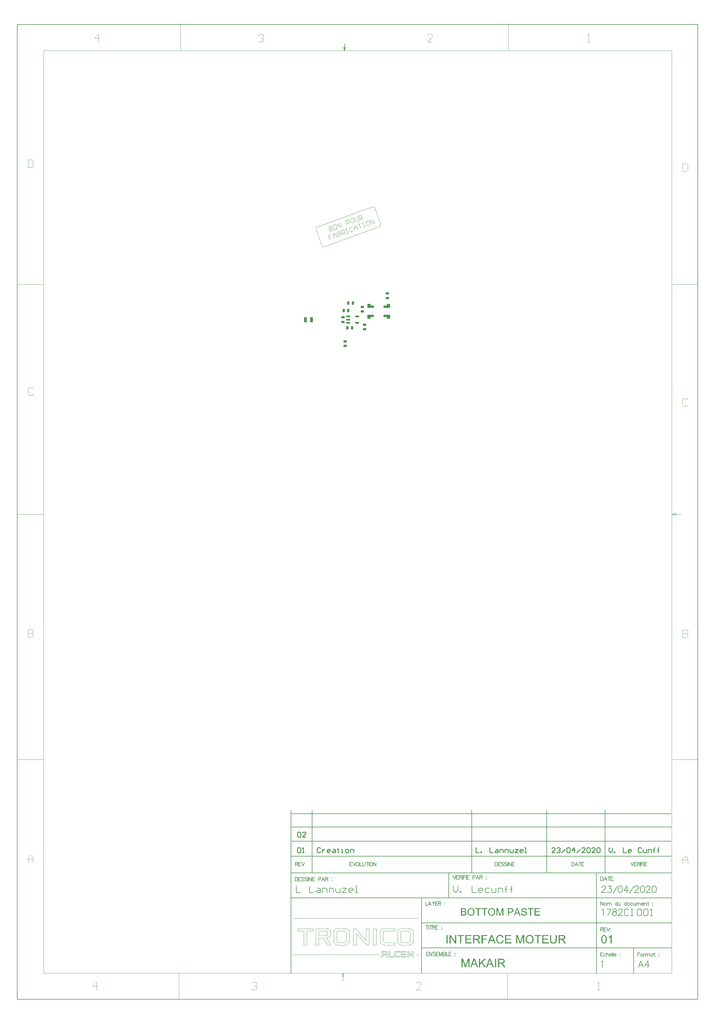
<source format=gbp>
G04*
G04 #@! TF.GenerationSoftware,Altium Limited,Altium Designer,20.0.10 (225)*
G04*
G04 Layer_Color=128*
%FSLAX44Y44*%
%MOMM*%
G71*
G01*
G75*
%ADD13C,0.1500*%
%ADD14C,0.1016*%
%ADD15C,0.1270*%
%ADD16C,0.2540*%
%ADD17C,0.0127*%
G04:AMPARAMS|DCode=19|XSize=1mm|YSize=0.6mm|CornerRadius=0.075mm|HoleSize=0mm|Usage=FLASHONLY|Rotation=0.000|XOffset=0mm|YOffset=0mm|HoleType=Round|Shape=RoundedRectangle|*
%AMROUNDEDRECTD19*
21,1,1.0000,0.4500,0,0,0.0*
21,1,0.8500,0.6000,0,0,0.0*
1,1,0.1500,0.4250,-0.2250*
1,1,0.1500,-0.4250,-0.2250*
1,1,0.1500,-0.4250,0.2250*
1,1,0.1500,0.4250,0.2250*
%
%ADD19ROUNDEDRECTD19*%
G04:AMPARAMS|DCode=41|XSize=0.975mm|YSize=1.2mm|CornerRadius=0.0829mm|HoleSize=0mm|Usage=FLASHONLY|Rotation=0.000|XOffset=0mm|YOffset=0mm|HoleType=Round|Shape=RoundedRectangle|*
%AMROUNDEDRECTD41*
21,1,0.9750,1.0343,0,0,0.0*
21,1,0.8093,1.2000,0,0,0.0*
1,1,0.1658,0.4046,-0.5171*
1,1,0.1658,-0.4046,-0.5171*
1,1,0.1658,-0.4046,0.5171*
1,1,0.1658,0.4046,0.5171*
%
%ADD41ROUNDEDRECTD41*%
G04:AMPARAMS|DCode=42|XSize=1.975mm|YSize=0.7mm|CornerRadius=0.0875mm|HoleSize=0mm|Usage=FLASHONLY|Rotation=0.000|XOffset=0mm|YOffset=0mm|HoleType=Round|Shape=RoundedRectangle|*
%AMROUNDEDRECTD42*
21,1,1.9750,0.5250,0,0,0.0*
21,1,1.8000,0.7000,0,0,0.0*
1,1,0.1750,0.9000,-0.2625*
1,1,0.1750,-0.9000,-0.2625*
1,1,0.1750,-0.9000,0.2625*
1,1,0.1750,0.9000,0.2625*
%
%ADD42ROUNDEDRECTD42*%
G04:AMPARAMS|DCode=43|XSize=1.2mm|YSize=0.508mm|CornerRadius=0.0635mm|HoleSize=0mm|Usage=FLASHONLY|Rotation=0.000|XOffset=0mm|YOffset=0mm|HoleType=Round|Shape=RoundedRectangle|*
%AMROUNDEDRECTD43*
21,1,1.2000,0.3810,0,0,0.0*
21,1,1.0730,0.5080,0,0,0.0*
1,1,0.1270,0.5365,-0.1905*
1,1,0.1270,-0.5365,-0.1905*
1,1,0.1270,-0.5365,0.1905*
1,1,0.1270,0.5365,0.1905*
%
%ADD43ROUNDEDRECTD43*%
G04:AMPARAMS|DCode=44|XSize=1.6mm|YSize=0.85mm|CornerRadius=0.1063mm|HoleSize=0mm|Usage=FLASHONLY|Rotation=270.000|XOffset=0mm|YOffset=0mm|HoleType=Round|Shape=RoundedRectangle|*
%AMROUNDEDRECTD44*
21,1,1.6000,0.6375,0,0,270.0*
21,1,1.3875,0.8500,0,0,270.0*
1,1,0.2125,-0.3188,-0.6938*
1,1,0.2125,-0.3188,0.6938*
1,1,0.2125,0.3188,0.6938*
1,1,0.2125,0.3188,-0.6938*
%
%ADD44ROUNDEDRECTD44*%
G04:AMPARAMS|DCode=45|XSize=1mm|YSize=0.6mm|CornerRadius=0.075mm|HoleSize=0mm|Usage=FLASHONLY|Rotation=270.000|XOffset=0mm|YOffset=0mm|HoleType=Round|Shape=RoundedRectangle|*
%AMROUNDEDRECTD45*
21,1,1.0000,0.4500,0,0,270.0*
21,1,0.8500,0.6000,0,0,270.0*
1,1,0.1500,-0.2250,-0.4250*
1,1,0.1500,-0.2250,0.4250*
1,1,0.1500,0.2250,0.4250*
1,1,0.1500,0.2250,-0.4250*
%
%ADD45ROUNDEDRECTD45*%
G36*
X807700Y-1656233D02*
X807926D01*
X808542Y-1656298D01*
X809222Y-1656395D01*
X809934Y-1656557D01*
X810712Y-1656752D01*
X811424Y-1657011D01*
X811457D01*
X811521Y-1657043D01*
X811618Y-1657108D01*
X811748Y-1657173D01*
X812072Y-1657334D01*
X812493Y-1657626D01*
X812979Y-1657950D01*
X813464Y-1658371D01*
X813918Y-1658857D01*
X814339Y-1659407D01*
Y-1659440D01*
X814371Y-1659472D01*
X814436Y-1659569D01*
X814501Y-1659666D01*
X814663Y-1659990D01*
X814857Y-1660411D01*
X815084Y-1660929D01*
X815246Y-1661544D01*
X815407Y-1662192D01*
X815472Y-1662905D01*
X812622Y-1663131D01*
Y-1663099D01*
Y-1663034D01*
X812590Y-1662937D01*
X812558Y-1662775D01*
X812460Y-1662419D01*
X812331Y-1661933D01*
X812137Y-1661415D01*
X811845Y-1660897D01*
X811489Y-1660411D01*
X811036Y-1659958D01*
X810971Y-1659925D01*
X810809Y-1659796D01*
X810485Y-1659601D01*
X810064Y-1659407D01*
X809513Y-1659213D01*
X808866Y-1659018D01*
X808056Y-1658889D01*
X807149Y-1658857D01*
X806696D01*
X806502Y-1658889D01*
X806243Y-1658921D01*
X805660Y-1658986D01*
X805012Y-1659116D01*
X804364Y-1659277D01*
X803749Y-1659537D01*
X803490Y-1659698D01*
X803231Y-1659861D01*
X803166Y-1659893D01*
X803036Y-1660022D01*
X802842Y-1660249D01*
X802648Y-1660508D01*
X802421Y-1660864D01*
X802227Y-1661253D01*
X802097Y-1661706D01*
X802032Y-1662225D01*
Y-1662289D01*
Y-1662419D01*
X802065Y-1662646D01*
X802130Y-1662905D01*
X802227Y-1663228D01*
X802389Y-1663552D01*
X802583Y-1663876D01*
X802875Y-1664200D01*
X802907Y-1664232D01*
X803069Y-1664330D01*
X803198Y-1664427D01*
X803328Y-1664491D01*
X803522Y-1664589D01*
X803749Y-1664718D01*
X804040Y-1664815D01*
X804364Y-1664945D01*
X804720Y-1665074D01*
X805141Y-1665236D01*
X805595Y-1665366D01*
X806113Y-1665528D01*
X806696Y-1665657D01*
X807344Y-1665819D01*
X807376D01*
X807505Y-1665852D01*
X807700Y-1665884D01*
X807926Y-1665949D01*
X808218Y-1666014D01*
X808574Y-1666111D01*
X808931Y-1666208D01*
X809319Y-1666305D01*
X810161Y-1666532D01*
X810971Y-1666759D01*
X811359Y-1666888D01*
X811716Y-1667018D01*
X812039Y-1667115D01*
X812299Y-1667244D01*
X812331D01*
X812396Y-1667277D01*
X812493Y-1667341D01*
X812622Y-1667406D01*
X812979Y-1667601D01*
X813400Y-1667860D01*
X813885Y-1668216D01*
X814371Y-1668604D01*
X814825Y-1669058D01*
X815213Y-1669544D01*
X815246Y-1669608D01*
X815375Y-1669770D01*
X815505Y-1670062D01*
X815699Y-1670450D01*
X815861Y-1670904D01*
X816023Y-1671454D01*
X816120Y-1672070D01*
X816152Y-1672717D01*
Y-1672750D01*
Y-1672782D01*
Y-1672879D01*
Y-1673009D01*
X816087Y-1673365D01*
X816023Y-1673818D01*
X815893Y-1674337D01*
X815731Y-1674887D01*
X815472Y-1675470D01*
X815116Y-1676085D01*
Y-1676118D01*
X815084Y-1676150D01*
X814922Y-1676344D01*
X814695Y-1676636D01*
X814371Y-1676960D01*
X813950Y-1677348D01*
X813432Y-1677769D01*
X812849Y-1678158D01*
X812169Y-1678514D01*
X812137D01*
X812072Y-1678547D01*
X811975Y-1678579D01*
X811845Y-1678644D01*
X811651Y-1678708D01*
X811424Y-1678806D01*
X810906Y-1678935D01*
X810291Y-1679097D01*
X809546Y-1679259D01*
X808736Y-1679356D01*
X807862Y-1679389D01*
X807344D01*
X807085Y-1679356D01*
X806793D01*
X806469Y-1679324D01*
X806081Y-1679292D01*
X805271Y-1679162D01*
X804429Y-1679032D01*
X803587Y-1678806D01*
X802777Y-1678514D01*
X802745D01*
X802680Y-1678482D01*
X802583Y-1678417D01*
X802454Y-1678352D01*
X802065Y-1678158D01*
X801611Y-1677867D01*
X801093Y-1677478D01*
X800543Y-1677025D01*
X800025Y-1676474D01*
X799539Y-1675859D01*
Y-1675826D01*
X799474Y-1675762D01*
X799442Y-1675664D01*
X799344Y-1675535D01*
X799280Y-1675373D01*
X799183Y-1675179D01*
X798956Y-1674693D01*
X798729Y-1674077D01*
X798535Y-1673397D01*
X798405Y-1672620D01*
X798341Y-1671810D01*
X801126Y-1671551D01*
Y-1671584D01*
Y-1671616D01*
X801158Y-1671713D01*
Y-1671843D01*
X801223Y-1672134D01*
X801320Y-1672555D01*
X801450Y-1672976D01*
X801579Y-1673462D01*
X801806Y-1673916D01*
X802032Y-1674337D01*
X802065Y-1674369D01*
X802162Y-1674498D01*
X802324Y-1674725D01*
X802583Y-1674952D01*
X802907Y-1675243D01*
X803263Y-1675535D01*
X803749Y-1675826D01*
X804267Y-1676085D01*
X804299D01*
X804332Y-1676118D01*
X804429Y-1676150D01*
X804526Y-1676183D01*
X804850Y-1676280D01*
X805271Y-1676409D01*
X805789Y-1676539D01*
X806372Y-1676636D01*
X807020Y-1676701D01*
X807732Y-1676733D01*
X808024D01*
X808347Y-1676701D01*
X808736Y-1676668D01*
X809190Y-1676604D01*
X809708Y-1676539D01*
X810226Y-1676409D01*
X810712Y-1676247D01*
X810776Y-1676215D01*
X810938Y-1676150D01*
X811165Y-1676021D01*
X811457Y-1675891D01*
X811748Y-1675664D01*
X812072Y-1675438D01*
X812396Y-1675179D01*
X812655Y-1674855D01*
X812687Y-1674822D01*
X812752Y-1674693D01*
X812849Y-1674531D01*
X812979Y-1674272D01*
X813108Y-1674013D01*
X813205Y-1673689D01*
X813270Y-1673333D01*
X813302Y-1672944D01*
Y-1672912D01*
Y-1672750D01*
X813270Y-1672555D01*
X813238Y-1672296D01*
X813140Y-1672037D01*
X813043Y-1671713D01*
X812881Y-1671389D01*
X812655Y-1671098D01*
X812622Y-1671066D01*
X812525Y-1670968D01*
X812396Y-1670839D01*
X812169Y-1670645D01*
X811910Y-1670450D01*
X811554Y-1670224D01*
X811133Y-1669997D01*
X810647Y-1669803D01*
X810614Y-1669770D01*
X810453Y-1669738D01*
X810193Y-1669641D01*
X810032Y-1669608D01*
X809805Y-1669544D01*
X809578Y-1669446D01*
X809287Y-1669382D01*
X808963Y-1669285D01*
X808574Y-1669187D01*
X808186Y-1669090D01*
X807732Y-1668961D01*
X807214Y-1668831D01*
X806664Y-1668702D01*
X806631D01*
X806534Y-1668669D01*
X806372Y-1668637D01*
X806178Y-1668572D01*
X805919Y-1668507D01*
X805627Y-1668443D01*
X804979Y-1668248D01*
X804267Y-1668022D01*
X803522Y-1667795D01*
X802875Y-1667568D01*
X802583Y-1667439D01*
X802324Y-1667309D01*
X802291D01*
X802259Y-1667277D01*
X802065Y-1667147D01*
X801773Y-1666985D01*
X801450Y-1666726D01*
X801061Y-1666435D01*
X800672Y-1666078D01*
X800284Y-1665657D01*
X799960Y-1665204D01*
X799927Y-1665139D01*
X799830Y-1664977D01*
X799701Y-1664718D01*
X799571Y-1664394D01*
X799442Y-1663973D01*
X799312Y-1663488D01*
X799215Y-1662969D01*
X799183Y-1662419D01*
Y-1662386D01*
Y-1662354D01*
Y-1662257D01*
Y-1662127D01*
X799247Y-1661804D01*
X799312Y-1661383D01*
X799409Y-1660897D01*
X799571Y-1660346D01*
X799798Y-1659796D01*
X800122Y-1659245D01*
Y-1659213D01*
X800154Y-1659180D01*
X800316Y-1658986D01*
X800543Y-1658727D01*
X800834Y-1658403D01*
X801223Y-1658047D01*
X801709Y-1657658D01*
X802291Y-1657302D01*
X802939Y-1656978D01*
X802972D01*
X803036Y-1656946D01*
X803133Y-1656913D01*
X803263Y-1656849D01*
X803425Y-1656784D01*
X803652Y-1656719D01*
X804137Y-1656590D01*
X804753Y-1656460D01*
X805465Y-1656331D01*
X806210Y-1656233D01*
X807052Y-1656201D01*
X807473D01*
X807700Y-1656233D01*
D02*
G37*
G36*
X744031Y-1679000D02*
X741181D01*
Y-1660249D01*
X734639Y-1679000D01*
X731984D01*
X725507Y-1659925D01*
Y-1679000D01*
X722657D01*
Y-1656590D01*
X727094D01*
X732405Y-1672491D01*
Y-1672523D01*
X732437Y-1672588D01*
X732469Y-1672685D01*
X732534Y-1672847D01*
X732664Y-1673235D01*
X732826Y-1673721D01*
X732988Y-1674272D01*
X733182Y-1674822D01*
X733344Y-1675341D01*
X733473Y-1675794D01*
X733506Y-1675729D01*
X733538Y-1675567D01*
X733635Y-1675276D01*
X733765Y-1674887D01*
X733927Y-1674369D01*
X734154Y-1673754D01*
X734380Y-1673041D01*
X734672Y-1672199D01*
X740048Y-1656590D01*
X744031D01*
Y-1679000D01*
D02*
G37*
G36*
X855630Y-1659245D02*
X842384D01*
Y-1666078D01*
X854788D01*
Y-1668734D01*
X842384D01*
Y-1676344D01*
X856148D01*
Y-1679000D01*
X839405D01*
Y-1656590D01*
X855630D01*
Y-1659245D01*
D02*
G37*
G36*
X836296D02*
X828912D01*
Y-1679000D01*
X825933D01*
Y-1659245D01*
X818549D01*
Y-1656590D01*
X836296D01*
Y-1659245D01*
D02*
G37*
G36*
X796948Y-1679000D02*
X793580D01*
X790957Y-1672199D01*
X781565D01*
X779136Y-1679000D01*
X775995D01*
X784545Y-1656590D01*
X787783D01*
X796948Y-1679000D01*
D02*
G37*
G36*
X767251Y-1656622D02*
X767802Y-1656654D01*
X768384Y-1656687D01*
X768935Y-1656752D01*
X769421Y-1656816D01*
X769485D01*
X769712Y-1656881D01*
X770004Y-1656946D01*
X770392Y-1657043D01*
X770813Y-1657205D01*
X771267Y-1657399D01*
X771752Y-1657626D01*
X772173Y-1657885D01*
X772238Y-1657917D01*
X772368Y-1658015D01*
X772562Y-1658209D01*
X772821Y-1658436D01*
X773113Y-1658727D01*
X773404Y-1659116D01*
X773728Y-1659537D01*
X773987Y-1660022D01*
X774019Y-1660087D01*
X774084Y-1660249D01*
X774214Y-1660540D01*
X774343Y-1660929D01*
X774440Y-1661383D01*
X774570Y-1661901D01*
X774635Y-1662484D01*
X774667Y-1663099D01*
Y-1663131D01*
Y-1663228D01*
Y-1663358D01*
X774635Y-1663585D01*
X774602Y-1663811D01*
X774570Y-1664103D01*
X774505Y-1664427D01*
X774440Y-1664783D01*
X774214Y-1665528D01*
X774084Y-1665916D01*
X773890Y-1666337D01*
X773663Y-1666759D01*
X773437Y-1667147D01*
X773145Y-1667536D01*
X772821Y-1667924D01*
X772789Y-1667957D01*
X772724Y-1668022D01*
X772627Y-1668119D01*
X772465Y-1668216D01*
X772271Y-1668378D01*
X772012Y-1668540D01*
X771688Y-1668734D01*
X771331Y-1668896D01*
X770910Y-1669090D01*
X770425Y-1669285D01*
X769906Y-1669446D01*
X769291Y-1669576D01*
X768643Y-1669706D01*
X767931Y-1669803D01*
X767121Y-1669867D01*
X766279Y-1669900D01*
X760547D01*
Y-1679000D01*
X757568D01*
Y-1656590D01*
X766765D01*
X767251Y-1656622D01*
D02*
G37*
G36*
X695324Y-1659245D02*
X687940D01*
Y-1679000D01*
X684961D01*
Y-1659245D01*
X677577D01*
Y-1656590D01*
X695324D01*
Y-1659245D01*
D02*
G37*
G36*
X676184D02*
X668801D01*
Y-1679000D01*
X665821D01*
Y-1659245D01*
X658437D01*
Y-1656590D01*
X676184D01*
Y-1659245D01*
D02*
G37*
G36*
X623785Y-1656622D02*
X624044D01*
X624627Y-1656687D01*
X625275Y-1656752D01*
X625955Y-1656881D01*
X626635Y-1657043D01*
X627251Y-1657270D01*
X627283D01*
X627315Y-1657302D01*
X627510Y-1657399D01*
X627801Y-1657561D01*
X628125Y-1657788D01*
X628514Y-1658079D01*
X628935Y-1658436D01*
X629323Y-1658889D01*
X629679Y-1659375D01*
X629712Y-1659440D01*
X629809Y-1659634D01*
X629971Y-1659893D01*
X630133Y-1660282D01*
X630295Y-1660735D01*
X630457Y-1661221D01*
X630554Y-1661771D01*
X630586Y-1662322D01*
Y-1662386D01*
Y-1662548D01*
X630554Y-1662840D01*
X630489Y-1663196D01*
X630392Y-1663617D01*
X630230Y-1664070D01*
X630036Y-1664524D01*
X629777Y-1665010D01*
X629744Y-1665074D01*
X629647Y-1665204D01*
X629453Y-1665463D01*
X629194Y-1665722D01*
X628870Y-1666046D01*
X628481Y-1666402D01*
X627995Y-1666726D01*
X627445Y-1667050D01*
X627477D01*
X627542Y-1667082D01*
X627639Y-1667115D01*
X627769Y-1667180D01*
X628157Y-1667309D01*
X628611Y-1667536D01*
X629097Y-1667827D01*
X629647Y-1668183D01*
X630133Y-1668604D01*
X630586Y-1669123D01*
X630619Y-1669187D01*
X630748Y-1669382D01*
X630942Y-1669673D01*
X631137Y-1670062D01*
X631331Y-1670580D01*
X631525Y-1671130D01*
X631655Y-1671778D01*
X631687Y-1672491D01*
Y-1672523D01*
Y-1672555D01*
Y-1672750D01*
X631655Y-1673073D01*
X631590Y-1673462D01*
X631525Y-1673916D01*
X631396Y-1674401D01*
X631234Y-1674919D01*
X631007Y-1675438D01*
X630975Y-1675502D01*
X630878Y-1675664D01*
X630748Y-1675891D01*
X630554Y-1676215D01*
X630295Y-1676539D01*
X630036Y-1676895D01*
X629712Y-1677251D01*
X629356Y-1677543D01*
X629323Y-1677575D01*
X629194Y-1677672D01*
X628967Y-1677802D01*
X628676Y-1677931D01*
X628319Y-1678126D01*
X627898Y-1678320D01*
X627445Y-1678482D01*
X626894Y-1678644D01*
X626830D01*
X626635Y-1678708D01*
X626311Y-1678741D01*
X625890Y-1678806D01*
X625372Y-1678871D01*
X624757Y-1678935D01*
X624077Y-1678968D01*
X623300Y-1679000D01*
X614750D01*
Y-1656590D01*
X623559D01*
X623785Y-1656622D01*
D02*
G37*
G36*
X708731Y-1656233D02*
X709023D01*
X709314Y-1656266D01*
X709703Y-1656331D01*
X710091Y-1656395D01*
X710934Y-1656557D01*
X711905Y-1656816D01*
X712844Y-1657205D01*
X713330Y-1657432D01*
X713816Y-1657691D01*
X713848Y-1657723D01*
X713913Y-1657755D01*
X714042Y-1657853D01*
X714237Y-1657950D01*
X714431Y-1658112D01*
X714690Y-1658306D01*
X715241Y-1658759D01*
X715824Y-1659342D01*
X716471Y-1660055D01*
X717087Y-1660897D01*
X717605Y-1661836D01*
Y-1661868D01*
X717670Y-1661965D01*
X717734Y-1662095D01*
X717799Y-1662289D01*
X717929Y-1662548D01*
X718026Y-1662840D01*
X718155Y-1663196D01*
X718285Y-1663585D01*
X718382Y-1664006D01*
X718512Y-1664459D01*
X718641Y-1664977D01*
X718738Y-1665495D01*
X718868Y-1666629D01*
X718932Y-1667860D01*
Y-1667892D01*
Y-1668022D01*
Y-1668183D01*
X718900Y-1668443D01*
Y-1668734D01*
X718868Y-1669090D01*
X718803Y-1669479D01*
X718771Y-1669900D01*
X718609Y-1670839D01*
X718350Y-1671875D01*
X717993Y-1672912D01*
X717799Y-1673430D01*
X717540Y-1673948D01*
Y-1673980D01*
X717475Y-1674077D01*
X717411Y-1674207D01*
X717281Y-1674401D01*
X717151Y-1674628D01*
X716989Y-1674855D01*
X716536Y-1675470D01*
X715985Y-1676118D01*
X715338Y-1676798D01*
X714561Y-1677446D01*
X713654Y-1678028D01*
X713621D01*
X713557Y-1678093D01*
X713395Y-1678158D01*
X713200Y-1678255D01*
X712974Y-1678352D01*
X712715Y-1678449D01*
X712391Y-1678579D01*
X712035Y-1678708D01*
X711646Y-1678838D01*
X711225Y-1678968D01*
X710286Y-1679162D01*
X709282Y-1679324D01*
X708213Y-1679389D01*
X707889D01*
X707695Y-1679356D01*
X707403D01*
X707080Y-1679292D01*
X706723Y-1679259D01*
X706302Y-1679194D01*
X705428Y-1679000D01*
X704489Y-1678741D01*
X703517Y-1678352D01*
X703031Y-1678126D01*
X702546Y-1677867D01*
X702513Y-1677834D01*
X702449Y-1677802D01*
X702319Y-1677705D01*
X702125Y-1677575D01*
X701930Y-1677446D01*
X701704Y-1677251D01*
X701153Y-1676765D01*
X700538Y-1676183D01*
X699890Y-1675470D01*
X699307Y-1674660D01*
X698757Y-1673721D01*
Y-1673689D01*
X698692Y-1673592D01*
X698627Y-1673462D01*
X698562Y-1673268D01*
X698465Y-1673009D01*
X698368Y-1672717D01*
X698239Y-1672393D01*
X698141Y-1672037D01*
X698012Y-1671616D01*
X697882Y-1671195D01*
X697688Y-1670224D01*
X697558Y-1669220D01*
X697494Y-1668119D01*
Y-1668086D01*
Y-1668054D01*
Y-1667860D01*
X697526Y-1667568D01*
Y-1667180D01*
X697591Y-1666726D01*
X697656Y-1666176D01*
X697753Y-1665560D01*
X697882Y-1664913D01*
X698012Y-1664232D01*
X698206Y-1663520D01*
X698465Y-1662807D01*
X698757Y-1662063D01*
X699081Y-1661350D01*
X699501Y-1660638D01*
X699955Y-1659990D01*
X700473Y-1659375D01*
X700506Y-1659342D01*
X700603Y-1659245D01*
X700797Y-1659083D01*
X701024Y-1658889D01*
X701315Y-1658630D01*
X701671Y-1658371D01*
X702092Y-1658079D01*
X702578Y-1657788D01*
X703096Y-1657496D01*
X703679Y-1657205D01*
X704327Y-1656946D01*
X705007Y-1656687D01*
X705752Y-1656492D01*
X706529Y-1656331D01*
X707339Y-1656233D01*
X708213Y-1656201D01*
X708505D01*
X708731Y-1656233D01*
D02*
G37*
G36*
X646099D02*
X646390D01*
X646682Y-1656266D01*
X647070Y-1656331D01*
X647459Y-1656395D01*
X648301Y-1656557D01*
X649272Y-1656816D01*
X650212Y-1657205D01*
X650697Y-1657432D01*
X651183Y-1657691D01*
X651216Y-1657723D01*
X651280Y-1657755D01*
X651410Y-1657853D01*
X651604Y-1657950D01*
X651798Y-1658112D01*
X652057Y-1658306D01*
X652608Y-1658759D01*
X653191Y-1659342D01*
X653839Y-1660055D01*
X654454Y-1660897D01*
X654972Y-1661836D01*
Y-1661868D01*
X655037Y-1661965D01*
X655102Y-1662095D01*
X655166Y-1662289D01*
X655296Y-1662548D01*
X655393Y-1662840D01*
X655523Y-1663196D01*
X655652Y-1663585D01*
X655749Y-1664006D01*
X655879Y-1664459D01*
X656009Y-1664977D01*
X656106Y-1665495D01*
X656235Y-1666629D01*
X656300Y-1667860D01*
Y-1667892D01*
Y-1668022D01*
Y-1668183D01*
X656268Y-1668443D01*
Y-1668734D01*
X656235Y-1669090D01*
X656170Y-1669479D01*
X656138Y-1669900D01*
X655976Y-1670839D01*
X655717Y-1671875D01*
X655361Y-1672912D01*
X655166Y-1673430D01*
X654907Y-1673948D01*
Y-1673980D01*
X654843Y-1674077D01*
X654778Y-1674207D01*
X654648Y-1674401D01*
X654519Y-1674628D01*
X654357Y-1674855D01*
X653904Y-1675470D01*
X653353Y-1676118D01*
X652705Y-1676798D01*
X651928Y-1677446D01*
X651021Y-1678028D01*
X650989D01*
X650924Y-1678093D01*
X650762Y-1678158D01*
X650568Y-1678255D01*
X650341Y-1678352D01*
X650082Y-1678449D01*
X649758Y-1678579D01*
X649402Y-1678708D01*
X649013Y-1678838D01*
X648592Y-1678968D01*
X647653Y-1679162D01*
X646649Y-1679324D01*
X645581Y-1679389D01*
X645257D01*
X645062Y-1679356D01*
X644771D01*
X644447Y-1679292D01*
X644091Y-1679259D01*
X643670Y-1679194D01*
X642795Y-1679000D01*
X641856Y-1678741D01*
X640885Y-1678352D01*
X640399Y-1678126D01*
X639913Y-1677867D01*
X639881Y-1677834D01*
X639816Y-1677802D01*
X639687Y-1677705D01*
X639492Y-1677575D01*
X639298Y-1677446D01*
X639071Y-1677251D01*
X638521Y-1676765D01*
X637905Y-1676183D01*
X637258Y-1675470D01*
X636675Y-1674660D01*
X636124Y-1673721D01*
Y-1673689D01*
X636059Y-1673592D01*
X635995Y-1673462D01*
X635930Y-1673268D01*
X635833Y-1673009D01*
X635736Y-1672717D01*
X635606Y-1672393D01*
X635509Y-1672037D01*
X635379Y-1671616D01*
X635250Y-1671195D01*
X635055Y-1670224D01*
X634926Y-1669220D01*
X634861Y-1668119D01*
Y-1668086D01*
Y-1668054D01*
Y-1667860D01*
X634893Y-1667568D01*
Y-1667180D01*
X634958Y-1666726D01*
X635023Y-1666176D01*
X635120Y-1665560D01*
X635250Y-1664913D01*
X635379Y-1664232D01*
X635574Y-1663520D01*
X635833Y-1662807D01*
X636124Y-1662063D01*
X636448Y-1661350D01*
X636869Y-1660638D01*
X637322Y-1659990D01*
X637840Y-1659375D01*
X637873Y-1659342D01*
X637970Y-1659245D01*
X638164Y-1659083D01*
X638391Y-1658889D01*
X638683Y-1658630D01*
X639039Y-1658371D01*
X639460Y-1658079D01*
X639945Y-1657788D01*
X640464Y-1657496D01*
X641047Y-1657205D01*
X641694Y-1656946D01*
X642374Y-1656687D01*
X643119Y-1656492D01*
X643896Y-1656331D01*
X644706Y-1656233D01*
X645581Y-1656201D01*
X645872D01*
X646099Y-1656233D01*
D02*
G37*
G36*
X735103Y-1737966D02*
X735437Y-1738003D01*
X735844Y-1738040D01*
X736251Y-1738077D01*
X736733Y-1738188D01*
X737733Y-1738410D01*
X738844Y-1738743D01*
X739399Y-1738966D01*
X739918Y-1739225D01*
X740436Y-1739558D01*
X740955Y-1739891D01*
X740992Y-1739928D01*
X741066Y-1739966D01*
X741214Y-1740077D01*
X741399Y-1740262D01*
X741584Y-1740447D01*
X741843Y-1740706D01*
X742103Y-1741002D01*
X742399Y-1741299D01*
X742695Y-1741669D01*
X742991Y-1742113D01*
X743325Y-1742558D01*
X743621Y-1743039D01*
X743880Y-1743595D01*
X744176Y-1744150D01*
X744399Y-1744743D01*
X744621Y-1745409D01*
X741288Y-1746187D01*
Y-1746150D01*
X741251Y-1746076D01*
X741177Y-1745928D01*
X741103Y-1745743D01*
X741029Y-1745520D01*
X740918Y-1745224D01*
X740621Y-1744632D01*
X740251Y-1743965D01*
X739807Y-1743298D01*
X739251Y-1742669D01*
X738659Y-1742113D01*
X738585Y-1742039D01*
X738362Y-1741891D01*
X737992Y-1741706D01*
X737511Y-1741447D01*
X736881Y-1741225D01*
X736177Y-1741002D01*
X735325Y-1740854D01*
X734400Y-1740817D01*
X734103D01*
X733918Y-1740854D01*
X733659D01*
X733363Y-1740891D01*
X732659Y-1741002D01*
X731881Y-1741151D01*
X731067Y-1741410D01*
X730215Y-1741780D01*
X729437Y-1742262D01*
X729400D01*
X729363Y-1742336D01*
X729104Y-1742521D01*
X728771Y-1742817D01*
X728363Y-1743261D01*
X727882Y-1743817D01*
X727438Y-1744447D01*
X727030Y-1745224D01*
X726660Y-1746076D01*
Y-1746113D01*
X726623Y-1746187D01*
X726586Y-1746298D01*
X726549Y-1746483D01*
X726475Y-1746705D01*
X726401Y-1746965D01*
X726289Y-1747594D01*
X726141Y-1748335D01*
X725993Y-1749150D01*
X725919Y-1750038D01*
X725882Y-1751001D01*
Y-1751038D01*
Y-1751149D01*
Y-1751335D01*
Y-1751557D01*
X725919Y-1751816D01*
Y-1752149D01*
X725956Y-1752520D01*
X725993Y-1752927D01*
X726104Y-1753816D01*
X726289Y-1754779D01*
X726512Y-1755742D01*
X726808Y-1756705D01*
Y-1756741D01*
X726845Y-1756816D01*
X726919Y-1756927D01*
X726993Y-1757112D01*
X727215Y-1757556D01*
X727549Y-1758075D01*
X727956Y-1758667D01*
X728474Y-1759297D01*
X729067Y-1759852D01*
X729771Y-1760371D01*
X729808D01*
X729882Y-1760408D01*
X729993Y-1760482D01*
X730141Y-1760556D01*
X730326Y-1760630D01*
X730548Y-1760741D01*
X731067Y-1760963D01*
X731733Y-1761185D01*
X732474Y-1761371D01*
X733289Y-1761519D01*
X734140Y-1761556D01*
X734400D01*
X734622Y-1761519D01*
X734881D01*
X735140Y-1761482D01*
X735807Y-1761334D01*
X736585Y-1761148D01*
X737362Y-1760852D01*
X738177Y-1760445D01*
X738585Y-1760223D01*
X738955Y-1759926D01*
X738992Y-1759889D01*
X739029Y-1759852D01*
X739140Y-1759741D01*
X739288Y-1759630D01*
X739436Y-1759445D01*
X739621Y-1759223D01*
X739844Y-1759001D01*
X740029Y-1758704D01*
X740251Y-1758371D01*
X740510Y-1758001D01*
X740732Y-1757630D01*
X740955Y-1757186D01*
X741140Y-1756705D01*
X741325Y-1756186D01*
X741510Y-1755630D01*
X741658Y-1755038D01*
X745065Y-1755890D01*
Y-1755927D01*
X745028Y-1756075D01*
X744954Y-1756297D01*
X744843Y-1756593D01*
X744732Y-1756927D01*
X744584Y-1757334D01*
X744399Y-1757778D01*
X744176Y-1758260D01*
X743658Y-1759297D01*
X742991Y-1760334D01*
X742584Y-1760852D01*
X742177Y-1761371D01*
X741732Y-1761815D01*
X741214Y-1762259D01*
X741177Y-1762296D01*
X741103Y-1762370D01*
X740918Y-1762445D01*
X740732Y-1762593D01*
X740436Y-1762778D01*
X740140Y-1762963D01*
X739733Y-1763148D01*
X739325Y-1763333D01*
X738844Y-1763556D01*
X738325Y-1763741D01*
X737770Y-1763926D01*
X737177Y-1764111D01*
X736548Y-1764259D01*
X735881Y-1764333D01*
X735177Y-1764407D01*
X734437Y-1764444D01*
X734029D01*
X733733Y-1764407D01*
X733400D01*
X732992Y-1764370D01*
X732548Y-1764296D01*
X732030Y-1764222D01*
X730956Y-1764037D01*
X729845Y-1763741D01*
X728734Y-1763333D01*
X728215Y-1763074D01*
X727697Y-1762778D01*
X727660Y-1762741D01*
X727586Y-1762704D01*
X727438Y-1762593D01*
X727289Y-1762445D01*
X727067Y-1762296D01*
X726808Y-1762074D01*
X726512Y-1761815D01*
X726215Y-1761519D01*
X725919Y-1761185D01*
X725586Y-1760852D01*
X724919Y-1760000D01*
X724290Y-1759001D01*
X723734Y-1757890D01*
Y-1757852D01*
X723660Y-1757741D01*
X723623Y-1757556D01*
X723512Y-1757334D01*
X723438Y-1757038D01*
X723327Y-1756667D01*
X723179Y-1756260D01*
X723067Y-1755816D01*
X722956Y-1755334D01*
X722808Y-1754779D01*
X722623Y-1753631D01*
X722475Y-1752334D01*
X722401Y-1751001D01*
Y-1750964D01*
Y-1750816D01*
Y-1750594D01*
X722438Y-1750335D01*
Y-1749964D01*
X722475Y-1749594D01*
X722512Y-1749113D01*
X722586Y-1748631D01*
X722771Y-1747557D01*
X723030Y-1746372D01*
X723401Y-1745187D01*
X723919Y-1744039D01*
X723956Y-1744002D01*
X723993Y-1743891D01*
X724067Y-1743743D01*
X724216Y-1743558D01*
X724364Y-1743298D01*
X724549Y-1743002D01*
X725030Y-1742336D01*
X725660Y-1741595D01*
X726401Y-1740854D01*
X727252Y-1740114D01*
X728252Y-1739484D01*
X728289Y-1739447D01*
X728400Y-1739410D01*
X728549Y-1739336D01*
X728734Y-1739225D01*
X729030Y-1739114D01*
X729326Y-1739003D01*
X729697Y-1738855D01*
X730104Y-1738706D01*
X730548Y-1738558D01*
X731030Y-1738410D01*
X732067Y-1738188D01*
X733252Y-1738003D01*
X734474Y-1737929D01*
X734844D01*
X735103Y-1737966D01*
D02*
G37*
G36*
X600303Y-1764000D02*
X596784D01*
X583378Y-1743891D01*
Y-1764000D01*
X580119D01*
Y-1738373D01*
X583601D01*
X597044Y-1758519D01*
Y-1738373D01*
X600303D01*
Y-1764000D01*
D02*
G37*
G36*
X807429D02*
X804170D01*
Y-1742558D01*
X796690Y-1764000D01*
X793653D01*
X786246Y-1742187D01*
Y-1764000D01*
X782987D01*
Y-1738373D01*
X788061D01*
X794134Y-1756556D01*
Y-1756593D01*
X794171Y-1756667D01*
X794208Y-1756779D01*
X794282Y-1756964D01*
X794430Y-1757408D01*
X794616Y-1757964D01*
X794801Y-1758593D01*
X795023Y-1759223D01*
X795208Y-1759815D01*
X795356Y-1760334D01*
X795393Y-1760260D01*
X795430Y-1760074D01*
X795542Y-1759741D01*
X795690Y-1759297D01*
X795875Y-1758704D01*
X796134Y-1758001D01*
X796393Y-1757186D01*
X796727Y-1756223D01*
X802874Y-1738373D01*
X807429D01*
Y-1764000D01*
D02*
G37*
G36*
X906752Y-1753186D02*
Y-1753223D01*
Y-1753371D01*
Y-1753557D01*
Y-1753816D01*
X906715Y-1754149D01*
Y-1754520D01*
X906678Y-1754964D01*
X906641Y-1755408D01*
X906530Y-1756408D01*
X906382Y-1757445D01*
X906160Y-1758445D01*
X906012Y-1758927D01*
X905863Y-1759371D01*
Y-1759408D01*
X905826Y-1759482D01*
X905752Y-1759593D01*
X905678Y-1759741D01*
X905456Y-1760148D01*
X905123Y-1760667D01*
X904678Y-1761259D01*
X904160Y-1761852D01*
X903493Y-1762482D01*
X902679Y-1763037D01*
X902642D01*
X902568Y-1763111D01*
X902456Y-1763148D01*
X902271Y-1763259D01*
X902049Y-1763370D01*
X901753Y-1763481D01*
X901457Y-1763593D01*
X901086Y-1763741D01*
X900679Y-1763889D01*
X900234Y-1764000D01*
X899753Y-1764111D01*
X899197Y-1764222D01*
X898642Y-1764296D01*
X898049Y-1764370D01*
X896716Y-1764444D01*
X896383D01*
X896124Y-1764407D01*
X895827D01*
X895457Y-1764370D01*
X895050Y-1764333D01*
X894642Y-1764296D01*
X893717Y-1764148D01*
X892717Y-1763926D01*
X891754Y-1763630D01*
X890828Y-1763222D01*
X890791D01*
X890717Y-1763148D01*
X890606Y-1763074D01*
X890458Y-1763000D01*
X890050Y-1762704D01*
X889569Y-1762296D01*
X889013Y-1761778D01*
X888495Y-1761185D01*
X887976Y-1760445D01*
X887569Y-1759630D01*
Y-1759593D01*
X887532Y-1759519D01*
X887495Y-1759371D01*
X887421Y-1759186D01*
X887347Y-1758963D01*
X887273Y-1758667D01*
X887162Y-1758334D01*
X887088Y-1757927D01*
X887013Y-1757482D01*
X886902Y-1757001D01*
X886828Y-1756482D01*
X886754Y-1755927D01*
X886680Y-1755297D01*
X886643Y-1754631D01*
X886606Y-1753927D01*
Y-1753186D01*
Y-1738373D01*
X890013D01*
Y-1753186D01*
Y-1753223D01*
Y-1753334D01*
Y-1753520D01*
Y-1753742D01*
X890050Y-1754001D01*
Y-1754334D01*
X890087Y-1755038D01*
X890161Y-1755853D01*
X890272Y-1756667D01*
X890421Y-1757445D01*
X890495Y-1757778D01*
X890606Y-1758112D01*
X890643Y-1758186D01*
X890717Y-1758371D01*
X890902Y-1758630D01*
X891124Y-1759001D01*
X891383Y-1759371D01*
X891754Y-1759778D01*
X892198Y-1760186D01*
X892717Y-1760519D01*
X892791Y-1760556D01*
X892976Y-1760667D01*
X893309Y-1760778D01*
X893754Y-1760926D01*
X894272Y-1761111D01*
X894939Y-1761223D01*
X895642Y-1761334D01*
X896420Y-1761371D01*
X896790D01*
X897012Y-1761334D01*
X897346D01*
X897679Y-1761297D01*
X898494Y-1761148D01*
X899383Y-1760963D01*
X900234Y-1760667D01*
X901049Y-1760260D01*
X901419Y-1760000D01*
X901753Y-1759704D01*
X901790Y-1759667D01*
X901827Y-1759630D01*
X901901Y-1759519D01*
X902012Y-1759371D01*
X902123Y-1759149D01*
X902271Y-1758927D01*
X902419Y-1758593D01*
X902568Y-1758260D01*
X902716Y-1757852D01*
X902827Y-1757371D01*
X902975Y-1756816D01*
X903086Y-1756223D01*
X903197Y-1755556D01*
X903271Y-1754853D01*
X903345Y-1754038D01*
Y-1753186D01*
Y-1738373D01*
X906752D01*
Y-1753186D01*
D02*
G37*
G36*
X1074174Y-1764000D02*
X1071027D01*
Y-1743965D01*
X1070990Y-1744002D01*
X1070805Y-1744150D01*
X1070582Y-1744372D01*
X1070212Y-1744632D01*
X1069805Y-1744965D01*
X1069286Y-1745335D01*
X1068694Y-1745743D01*
X1068027Y-1746150D01*
X1067990D01*
X1067953Y-1746187D01*
X1067731Y-1746335D01*
X1067360Y-1746520D01*
X1066916Y-1746743D01*
X1066397Y-1747002D01*
X1065842Y-1747261D01*
X1065286Y-1747520D01*
X1064731Y-1747742D01*
Y-1744706D01*
X1064768D01*
X1064842Y-1744632D01*
X1064990Y-1744595D01*
X1065175Y-1744483D01*
X1065398Y-1744372D01*
X1065657Y-1744224D01*
X1066286Y-1743854D01*
X1067027Y-1743447D01*
X1067768Y-1742928D01*
X1068545Y-1742336D01*
X1069323Y-1741706D01*
X1069360Y-1741669D01*
X1069397Y-1741632D01*
X1069508Y-1741521D01*
X1069656Y-1741410D01*
X1069990Y-1741039D01*
X1070434Y-1740595D01*
X1070879Y-1740077D01*
X1071360Y-1739484D01*
X1071767Y-1738891D01*
X1072138Y-1738262D01*
X1074174D01*
Y-1764000D01*
D02*
G37*
G36*
X924639Y-1738410D02*
X924973D01*
X925750Y-1738447D01*
X926565Y-1738558D01*
X927454Y-1738669D01*
X928269Y-1738855D01*
X928676Y-1738966D01*
X929009Y-1739077D01*
X929046D01*
X929083Y-1739114D01*
X929305Y-1739225D01*
X929639Y-1739373D01*
X930046Y-1739632D01*
X930490Y-1739966D01*
X930972Y-1740410D01*
X931416Y-1740928D01*
X931861Y-1741521D01*
Y-1741558D01*
X931898Y-1741595D01*
X932046Y-1741817D01*
X932194Y-1742187D01*
X932416Y-1742669D01*
X932601Y-1743224D01*
X932787Y-1743891D01*
X932898Y-1744595D01*
X932935Y-1745372D01*
Y-1745409D01*
Y-1745483D01*
Y-1745632D01*
X932898Y-1745817D01*
Y-1746076D01*
X932861Y-1746335D01*
X932712Y-1746965D01*
X932490Y-1747705D01*
X932194Y-1748483D01*
X931750Y-1749261D01*
X931453Y-1749631D01*
X931157Y-1750002D01*
X931120Y-1750038D01*
X931083Y-1750076D01*
X930972Y-1750187D01*
X930824Y-1750298D01*
X930639Y-1750446D01*
X930416Y-1750594D01*
X930120Y-1750779D01*
X929824Y-1751001D01*
X929454Y-1751187D01*
X929046Y-1751372D01*
X928602Y-1751594D01*
X928120Y-1751779D01*
X927565Y-1751927D01*
X927009Y-1752112D01*
X926380Y-1752223D01*
X925713Y-1752334D01*
X925787Y-1752372D01*
X925935Y-1752446D01*
X926158Y-1752594D01*
X926454Y-1752742D01*
X927121Y-1753149D01*
X927454Y-1753409D01*
X927750Y-1753631D01*
X927824Y-1753705D01*
X928009Y-1753890D01*
X928306Y-1754186D01*
X928676Y-1754556D01*
X929083Y-1755075D01*
X929565Y-1755630D01*
X930046Y-1756297D01*
X930565Y-1757038D01*
X934971Y-1764000D01*
X930750D01*
X927380Y-1758667D01*
Y-1758630D01*
X927306Y-1758556D01*
X927232Y-1758445D01*
X927121Y-1758297D01*
X926861Y-1757890D01*
X926528Y-1757371D01*
X926121Y-1756816D01*
X925713Y-1756223D01*
X925306Y-1755668D01*
X924936Y-1755149D01*
X924899Y-1755112D01*
X924787Y-1754964D01*
X924602Y-1754742D01*
X924343Y-1754483D01*
X923788Y-1753927D01*
X923491Y-1753668D01*
X923195Y-1753445D01*
X923158Y-1753409D01*
X923084Y-1753371D01*
X922936Y-1753297D01*
X922713Y-1753186D01*
X922491Y-1753075D01*
X922232Y-1752964D01*
X921640Y-1752779D01*
X921602D01*
X921528Y-1752742D01*
X921380D01*
X921195Y-1752705D01*
X920936Y-1752668D01*
X920640D01*
X920232Y-1752631D01*
X915862D01*
Y-1764000D01*
X912455D01*
Y-1738373D01*
X924343D01*
X924639Y-1738410D01*
D02*
G37*
G36*
X881273Y-1741410D02*
X866127D01*
Y-1749224D01*
X880311D01*
Y-1752260D01*
X866127D01*
Y-1760963D01*
X881866D01*
Y-1764000D01*
X862720D01*
Y-1738373D01*
X881273D01*
Y-1741410D01*
D02*
G37*
G36*
X859165D02*
X850721D01*
Y-1764000D01*
X847314D01*
Y-1741410D01*
X838870D01*
Y-1738373D01*
X859165D01*
Y-1741410D01*
D02*
G37*
G36*
X767841D02*
X752694D01*
Y-1749224D01*
X766878D01*
Y-1752260D01*
X752694D01*
Y-1760963D01*
X768433D01*
Y-1764000D01*
X749287D01*
Y-1738373D01*
X767841D01*
Y-1741410D01*
D02*
G37*
G36*
X720660Y-1764000D02*
X716809D01*
X713809Y-1756223D01*
X703070D01*
X700292Y-1764000D01*
X696700D01*
X706477Y-1738373D01*
X710180D01*
X720660Y-1764000D01*
D02*
G37*
G36*
X695107Y-1741410D02*
X681183D01*
Y-1749335D01*
X693219D01*
Y-1752372D01*
X681183D01*
Y-1764000D01*
X677776D01*
Y-1738373D01*
X695107D01*
Y-1741410D01*
D02*
G37*
G36*
X664000Y-1738410D02*
X664333D01*
X665111Y-1738447D01*
X665925Y-1738558D01*
X666814Y-1738669D01*
X667629Y-1738855D01*
X668036Y-1738966D01*
X668370Y-1739077D01*
X668407D01*
X668444Y-1739114D01*
X668666Y-1739225D01*
X668999Y-1739373D01*
X669406Y-1739632D01*
X669851Y-1739966D01*
X670332Y-1740410D01*
X670777Y-1740928D01*
X671221Y-1741521D01*
Y-1741558D01*
X671258Y-1741595D01*
X671406Y-1741817D01*
X671554Y-1742187D01*
X671777Y-1742669D01*
X671962Y-1743224D01*
X672147Y-1743891D01*
X672258Y-1744595D01*
X672295Y-1745372D01*
Y-1745409D01*
Y-1745483D01*
Y-1745632D01*
X672258Y-1745817D01*
Y-1746076D01*
X672221Y-1746335D01*
X672073Y-1746965D01*
X671851Y-1747705D01*
X671554Y-1748483D01*
X671110Y-1749261D01*
X670814Y-1749631D01*
X670517Y-1750002D01*
X670480Y-1750038D01*
X670443Y-1750076D01*
X670332Y-1750187D01*
X670184Y-1750298D01*
X669999Y-1750446D01*
X669777Y-1750594D01*
X669481Y-1750779D01*
X669184Y-1751001D01*
X668814Y-1751187D01*
X668407Y-1751372D01*
X667962Y-1751594D01*
X667481Y-1751779D01*
X666925Y-1751927D01*
X666370Y-1752112D01*
X665740Y-1752223D01*
X665073Y-1752334D01*
X665148Y-1752372D01*
X665296Y-1752446D01*
X665518Y-1752594D01*
X665814Y-1752742D01*
X666481Y-1753149D01*
X666814Y-1753409D01*
X667110Y-1753631D01*
X667184Y-1753705D01*
X667370Y-1753890D01*
X667666Y-1754186D01*
X668036Y-1754556D01*
X668444Y-1755075D01*
X668925Y-1755630D01*
X669406Y-1756297D01*
X669925Y-1757038D01*
X674332Y-1764000D01*
X670110D01*
X666740Y-1758667D01*
Y-1758630D01*
X666666Y-1758556D01*
X666592Y-1758445D01*
X666481Y-1758297D01*
X666222Y-1757890D01*
X665888Y-1757371D01*
X665481Y-1756816D01*
X665073Y-1756223D01*
X664666Y-1755668D01*
X664296Y-1755149D01*
X664259Y-1755112D01*
X664148Y-1754964D01*
X663963Y-1754742D01*
X663703Y-1754483D01*
X663148Y-1753927D01*
X662852Y-1753668D01*
X662555Y-1753445D01*
X662518Y-1753409D01*
X662444Y-1753371D01*
X662296Y-1753297D01*
X662074Y-1753186D01*
X661852Y-1753075D01*
X661592Y-1752964D01*
X661000Y-1752779D01*
X660963D01*
X660889Y-1752742D01*
X660741D01*
X660555Y-1752705D01*
X660296Y-1752668D01*
X660000D01*
X659593Y-1752631D01*
X655223D01*
Y-1764000D01*
X651816D01*
Y-1738373D01*
X663703D01*
X664000Y-1738410D01*
D02*
G37*
G36*
X646483Y-1741410D02*
X631336D01*
Y-1749224D01*
X645520D01*
Y-1752260D01*
X631336D01*
Y-1760963D01*
X647075D01*
Y-1764000D01*
X627929D01*
Y-1738373D01*
X646483D01*
Y-1741410D01*
D02*
G37*
G36*
X624374D02*
X615930D01*
Y-1764000D01*
X612523D01*
Y-1741410D01*
X604080D01*
Y-1738373D01*
X624374D01*
Y-1741410D01*
D02*
G37*
G36*
X574157Y-1764000D02*
X570750D01*
Y-1738373D01*
X574157D01*
Y-1764000D01*
D02*
G37*
G36*
X1051510Y-1738299D02*
X1051992Y-1738373D01*
X1052547Y-1738484D01*
X1053140Y-1738632D01*
X1053769Y-1738817D01*
X1054362Y-1739114D01*
X1054399D01*
X1054436Y-1739151D01*
X1054621Y-1739262D01*
X1054917Y-1739447D01*
X1055288Y-1739706D01*
X1055695Y-1740077D01*
X1056139Y-1740484D01*
X1056547Y-1740965D01*
X1056954Y-1741521D01*
X1056991Y-1741595D01*
X1057139Y-1741780D01*
X1057287Y-1742113D01*
X1057547Y-1742595D01*
X1057769Y-1743150D01*
X1058065Y-1743780D01*
X1058324Y-1744521D01*
X1058547Y-1745335D01*
Y-1745372D01*
X1058584Y-1745446D01*
X1058621Y-1745558D01*
X1058658Y-1745743D01*
X1058695Y-1745965D01*
X1058732Y-1746224D01*
X1058806Y-1746557D01*
X1058843Y-1746928D01*
X1058917Y-1747335D01*
X1058954Y-1747780D01*
X1058991Y-1748298D01*
X1059065Y-1748816D01*
X1059102Y-1749409D01*
Y-1750002D01*
X1059139Y-1750668D01*
Y-1751372D01*
Y-1751409D01*
Y-1751557D01*
Y-1751816D01*
Y-1752112D01*
X1059102Y-1752520D01*
Y-1752964D01*
X1059065Y-1753445D01*
X1059028Y-1753964D01*
X1058917Y-1755149D01*
X1058732Y-1756371D01*
X1058509Y-1757556D01*
X1058361Y-1758112D01*
X1058176Y-1758667D01*
Y-1758704D01*
X1058139Y-1758778D01*
X1058065Y-1758927D01*
X1057991Y-1759112D01*
X1057917Y-1759371D01*
X1057769Y-1759630D01*
X1057473Y-1760260D01*
X1057102Y-1760926D01*
X1056621Y-1761667D01*
X1056065Y-1762334D01*
X1055399Y-1762963D01*
X1055362D01*
X1055325Y-1763037D01*
X1055213Y-1763111D01*
X1055065Y-1763185D01*
X1054880Y-1763296D01*
X1054695Y-1763445D01*
X1054139Y-1763704D01*
X1053473Y-1763963D01*
X1052695Y-1764222D01*
X1051769Y-1764370D01*
X1050770Y-1764444D01*
X1050399D01*
X1050140Y-1764407D01*
X1049844Y-1764370D01*
X1049473Y-1764296D01*
X1049066Y-1764222D01*
X1048622Y-1764111D01*
X1048177Y-1763963D01*
X1047696Y-1763815D01*
X1047214Y-1763593D01*
X1046733Y-1763333D01*
X1046252Y-1763037D01*
X1045770Y-1762667D01*
X1045326Y-1762259D01*
X1044918Y-1761815D01*
X1044881Y-1761778D01*
X1044807Y-1761667D01*
X1044696Y-1761482D01*
X1044511Y-1761185D01*
X1044326Y-1760852D01*
X1044141Y-1760408D01*
X1043881Y-1759889D01*
X1043659Y-1759297D01*
X1043437Y-1758630D01*
X1043215Y-1757852D01*
X1042992Y-1757001D01*
X1042807Y-1756038D01*
X1042622Y-1755001D01*
X1042511Y-1753890D01*
X1042437Y-1752668D01*
X1042400Y-1751372D01*
Y-1751335D01*
Y-1751187D01*
Y-1750927D01*
Y-1750631D01*
X1042437Y-1750224D01*
Y-1749779D01*
X1042474Y-1749298D01*
X1042511Y-1748742D01*
X1042622Y-1747594D01*
X1042807Y-1746372D01*
X1043030Y-1745150D01*
X1043178Y-1744595D01*
X1043326Y-1744039D01*
Y-1744002D01*
X1043363Y-1743928D01*
X1043437Y-1743780D01*
X1043511Y-1743595D01*
X1043585Y-1743336D01*
X1043733Y-1743076D01*
X1044029Y-1742447D01*
X1044400Y-1741780D01*
X1044881Y-1741077D01*
X1045437Y-1740373D01*
X1046103Y-1739780D01*
X1046140D01*
X1046177Y-1739706D01*
X1046289Y-1739632D01*
X1046437Y-1739558D01*
X1046622Y-1739410D01*
X1046844Y-1739299D01*
X1047400Y-1739003D01*
X1048066Y-1738743D01*
X1048844Y-1738484D01*
X1049770Y-1738336D01*
X1050770Y-1738262D01*
X1051103D01*
X1051510Y-1738299D01*
D02*
G37*
G36*
X824761Y-1737966D02*
X825094D01*
X825427Y-1738003D01*
X825872Y-1738077D01*
X826316Y-1738151D01*
X827279Y-1738336D01*
X828390Y-1738632D01*
X829464Y-1739077D01*
X830019Y-1739336D01*
X830575Y-1739632D01*
X830612Y-1739669D01*
X830686Y-1739706D01*
X830834Y-1739817D01*
X831056Y-1739928D01*
X831279Y-1740114D01*
X831575Y-1740336D01*
X832204Y-1740854D01*
X832871Y-1741521D01*
X833612Y-1742336D01*
X834315Y-1743298D01*
X834908Y-1744372D01*
Y-1744409D01*
X834982Y-1744521D01*
X835056Y-1744669D01*
X835130Y-1744891D01*
X835278Y-1745187D01*
X835389Y-1745520D01*
X835537Y-1745928D01*
X835686Y-1746372D01*
X835797Y-1746854D01*
X835945Y-1747372D01*
X836093Y-1747965D01*
X836204Y-1748557D01*
X836352Y-1749853D01*
X836426Y-1751261D01*
Y-1751298D01*
Y-1751446D01*
Y-1751631D01*
X836389Y-1751927D01*
Y-1752260D01*
X836352Y-1752668D01*
X836278Y-1753112D01*
X836241Y-1753594D01*
X836056Y-1754668D01*
X835760Y-1755853D01*
X835352Y-1757038D01*
X835130Y-1757630D01*
X834834Y-1758223D01*
Y-1758260D01*
X834760Y-1758371D01*
X834686Y-1758519D01*
X834538Y-1758741D01*
X834389Y-1759001D01*
X834204Y-1759260D01*
X833686Y-1759963D01*
X833056Y-1760704D01*
X832316Y-1761482D01*
X831427Y-1762222D01*
X830390Y-1762889D01*
X830353D01*
X830279Y-1762963D01*
X830094Y-1763037D01*
X829871Y-1763148D01*
X829612Y-1763259D01*
X829316Y-1763370D01*
X828945Y-1763519D01*
X828538Y-1763667D01*
X828094Y-1763815D01*
X827612Y-1763963D01*
X826538Y-1764185D01*
X825390Y-1764370D01*
X824168Y-1764444D01*
X823798D01*
X823576Y-1764407D01*
X823242D01*
X822872Y-1764333D01*
X822465Y-1764296D01*
X821983Y-1764222D01*
X820983Y-1764000D01*
X819909Y-1763704D01*
X818798Y-1763259D01*
X818243Y-1763000D01*
X817687Y-1762704D01*
X817650Y-1762667D01*
X817576Y-1762630D01*
X817428Y-1762519D01*
X817206Y-1762370D01*
X816984Y-1762222D01*
X816724Y-1762000D01*
X816095Y-1761445D01*
X815391Y-1760778D01*
X814651Y-1759963D01*
X813984Y-1759038D01*
X813354Y-1757964D01*
Y-1757927D01*
X813280Y-1757816D01*
X813206Y-1757667D01*
X813132Y-1757445D01*
X813021Y-1757149D01*
X812910Y-1756816D01*
X812762Y-1756445D01*
X812651Y-1756038D01*
X812503Y-1755556D01*
X812355Y-1755075D01*
X812132Y-1753964D01*
X811984Y-1752816D01*
X811910Y-1751557D01*
Y-1751520D01*
Y-1751483D01*
Y-1751261D01*
X811947Y-1750927D01*
Y-1750483D01*
X812021Y-1749964D01*
X812095Y-1749335D01*
X812206Y-1748631D01*
X812355Y-1747891D01*
X812503Y-1747113D01*
X812725Y-1746298D01*
X813021Y-1745483D01*
X813354Y-1744632D01*
X813725Y-1743817D01*
X814206Y-1743002D01*
X814725Y-1742262D01*
X815317Y-1741558D01*
X815354Y-1741521D01*
X815465Y-1741410D01*
X815688Y-1741225D01*
X815947Y-1741002D01*
X816280Y-1740706D01*
X816687Y-1740410D01*
X817169Y-1740077D01*
X817724Y-1739743D01*
X818317Y-1739410D01*
X818984Y-1739077D01*
X819724Y-1738780D01*
X820502Y-1738484D01*
X821354Y-1738262D01*
X822242Y-1738077D01*
X823168Y-1737966D01*
X824168Y-1737929D01*
X824501D01*
X824761Y-1737966D01*
D02*
G37*
G36*
X679910Y-1821279D02*
X691131Y-1836500D01*
X686650D01*
X677540Y-1823575D01*
X673355Y-1827612D01*
Y-1836500D01*
X669948D01*
Y-1810873D01*
X673355D01*
Y-1823613D01*
X686021Y-1810873D01*
X690650D01*
X679910Y-1821279D01*
D02*
G37*
G36*
X640692Y-1836500D02*
X637433D01*
Y-1815058D01*
X629952Y-1836500D01*
X626916D01*
X619509Y-1814688D01*
Y-1836500D01*
X616250D01*
Y-1810873D01*
X621324D01*
X627397Y-1829056D01*
Y-1829093D01*
X627434Y-1829167D01*
X627471Y-1829279D01*
X627545Y-1829464D01*
X627693Y-1829908D01*
X627878Y-1830464D01*
X628064Y-1831093D01*
X628286Y-1831723D01*
X628471Y-1832315D01*
X628619Y-1832834D01*
X628656Y-1832760D01*
X628693Y-1832574D01*
X628804Y-1832241D01*
X628952Y-1831797D01*
X629137Y-1831204D01*
X629397Y-1830501D01*
X629656Y-1829686D01*
X629989Y-1828723D01*
X636137Y-1810873D01*
X640692D01*
Y-1836500D01*
D02*
G37*
G36*
X740052Y-1810910D02*
X740385D01*
X741163Y-1810947D01*
X741978Y-1811058D01*
X742867Y-1811169D01*
X743681Y-1811355D01*
X744089Y-1811466D01*
X744422Y-1811577D01*
X744459D01*
X744496Y-1811614D01*
X744718Y-1811725D01*
X745051Y-1811873D01*
X745459Y-1812132D01*
X745903Y-1812466D01*
X746385Y-1812910D01*
X746829Y-1813428D01*
X747273Y-1814021D01*
Y-1814058D01*
X747310Y-1814095D01*
X747459Y-1814317D01*
X747607Y-1814688D01*
X747829Y-1815169D01*
X748014Y-1815724D01*
X748199Y-1816391D01*
X748310Y-1817095D01*
X748347Y-1817872D01*
Y-1817909D01*
Y-1817983D01*
Y-1818132D01*
X748310Y-1818317D01*
Y-1818576D01*
X748273Y-1818835D01*
X748125Y-1819465D01*
X747903Y-1820205D01*
X747607Y-1820983D01*
X747162Y-1821761D01*
X746866Y-1822131D01*
X746570Y-1822502D01*
X746533Y-1822538D01*
X746496Y-1822576D01*
X746385Y-1822687D01*
X746236Y-1822798D01*
X746051Y-1822946D01*
X745829Y-1823094D01*
X745533Y-1823279D01*
X745237Y-1823501D01*
X744866Y-1823687D01*
X744459Y-1823872D01*
X744015Y-1824094D01*
X743533Y-1824279D01*
X742978Y-1824427D01*
X742422Y-1824612D01*
X741793Y-1824724D01*
X741126Y-1824835D01*
X741200Y-1824872D01*
X741348Y-1824946D01*
X741570Y-1825094D01*
X741867Y-1825242D01*
X742533Y-1825649D01*
X742867Y-1825909D01*
X743163Y-1826131D01*
X743237Y-1826205D01*
X743422Y-1826390D01*
X743718Y-1826686D01*
X744089Y-1827056D01*
X744496Y-1827575D01*
X744977Y-1828130D01*
X745459Y-1828797D01*
X745977Y-1829538D01*
X750384Y-1836500D01*
X746162D01*
X742792Y-1831167D01*
Y-1831130D01*
X742718Y-1831056D01*
X742644Y-1830945D01*
X742533Y-1830797D01*
X742274Y-1830390D01*
X741941Y-1829871D01*
X741533Y-1829316D01*
X741126Y-1828723D01*
X740719Y-1828168D01*
X740348Y-1827649D01*
X740311Y-1827612D01*
X740200Y-1827464D01*
X740015Y-1827242D01*
X739756Y-1826983D01*
X739200Y-1826427D01*
X738904Y-1826168D01*
X738608Y-1825945D01*
X738571Y-1825909D01*
X738497Y-1825871D01*
X738348Y-1825797D01*
X738126Y-1825686D01*
X737904Y-1825575D01*
X737645Y-1825464D01*
X737052Y-1825279D01*
X737015D01*
X736941Y-1825242D01*
X736793D01*
X736608Y-1825205D01*
X736349Y-1825168D01*
X736052D01*
X735645Y-1825131D01*
X731275D01*
Y-1836500D01*
X727868D01*
Y-1810873D01*
X739756D01*
X740052Y-1810910D01*
D02*
G37*
G36*
X721832Y-1836500D02*
X718425D01*
Y-1810873D01*
X721832D01*
Y-1836500D01*
D02*
G37*
G36*
X715129D02*
X711277D01*
X708278Y-1828723D01*
X697538D01*
X694760Y-1836500D01*
X691168D01*
X700945Y-1810873D01*
X704648D01*
X715129Y-1836500D01*
D02*
G37*
G36*
X667356D02*
X663504D01*
X660505Y-1828723D01*
X649765D01*
X646988Y-1836500D01*
X643395D01*
X653172Y-1810873D01*
X656875D01*
X667356Y-1836500D01*
D02*
G37*
%LPC*%
G36*
X786099Y-1658921D02*
Y-1658954D01*
X786067Y-1659018D01*
Y-1659148D01*
X786002Y-1659277D01*
X785969Y-1659504D01*
X785905Y-1659731D01*
X785775Y-1660282D01*
X785613Y-1660929D01*
X785387Y-1661642D01*
X785160Y-1662419D01*
X784868Y-1663228D01*
X782439Y-1669770D01*
X790018D01*
X787686Y-1663617D01*
Y-1663585D01*
X787654Y-1663488D01*
X787589Y-1663326D01*
X787524Y-1663131D01*
X787427Y-1662905D01*
X787330Y-1662613D01*
X787233Y-1662289D01*
X787103Y-1661965D01*
X786844Y-1661221D01*
X786585Y-1660443D01*
X786326Y-1659666D01*
X786099Y-1658921D01*
D02*
G37*
G36*
X766960Y-1659245D02*
X760547D01*
Y-1667244D01*
X766571D01*
X766798Y-1667212D01*
X767024D01*
X767283Y-1667180D01*
X767899Y-1667115D01*
X768579Y-1666985D01*
X769259Y-1666791D01*
X769874Y-1666532D01*
X770166Y-1666370D01*
X770392Y-1666176D01*
X770457Y-1666111D01*
X770587Y-1665981D01*
X770781Y-1665722D01*
X771008Y-1665398D01*
X771234Y-1664977D01*
X771429Y-1664459D01*
X771558Y-1663876D01*
X771623Y-1663196D01*
Y-1663164D01*
Y-1663131D01*
Y-1662969D01*
X771591Y-1662678D01*
X771526Y-1662354D01*
X771461Y-1661998D01*
X771331Y-1661577D01*
X771137Y-1661188D01*
X770910Y-1660800D01*
X770878Y-1660767D01*
X770781Y-1660638D01*
X770619Y-1660476D01*
X770425Y-1660249D01*
X770133Y-1660022D01*
X769809Y-1659828D01*
X769453Y-1659634D01*
X769032Y-1659472D01*
X769000D01*
X768870Y-1659440D01*
X768676Y-1659407D01*
X768417Y-1659342D01*
X768028Y-1659310D01*
X767542Y-1659277D01*
X766960Y-1659245D01*
D02*
G37*
G36*
X623041D02*
X617729D01*
Y-1665981D01*
X623235D01*
X623656Y-1665949D01*
X624109Y-1665916D01*
X624563Y-1665884D01*
X625016Y-1665819D01*
X625372Y-1665755D01*
X625437Y-1665722D01*
X625567Y-1665690D01*
X625761Y-1665593D01*
X626020Y-1665463D01*
X626279Y-1665334D01*
X626571Y-1665139D01*
X626862Y-1664880D01*
X627089Y-1664621D01*
X627121Y-1664589D01*
X627186Y-1664491D01*
X627283Y-1664297D01*
X627380Y-1664070D01*
X627477Y-1663811D01*
X627575Y-1663488D01*
X627639Y-1663099D01*
X627672Y-1662678D01*
Y-1662613D01*
Y-1662484D01*
X627639Y-1662289D01*
X627607Y-1662030D01*
X627542Y-1661706D01*
X627445Y-1661383D01*
X627315Y-1661059D01*
X627121Y-1660735D01*
X627089Y-1660703D01*
X627024Y-1660605D01*
X626894Y-1660443D01*
X626732Y-1660282D01*
X626506Y-1660087D01*
X626247Y-1659893D01*
X625923Y-1659698D01*
X625567Y-1659569D01*
X625534D01*
X625372Y-1659504D01*
X625146Y-1659472D01*
X624789Y-1659407D01*
X624304Y-1659342D01*
X623753Y-1659310D01*
X623041Y-1659245D01*
D02*
G37*
G36*
X623624Y-1668637D02*
X617729D01*
Y-1676344D01*
X624109D01*
X624789Y-1676312D01*
X625081Y-1676280D01*
X625340Y-1676247D01*
X625372D01*
X625502Y-1676215D01*
X625696Y-1676183D01*
X625923Y-1676118D01*
X626473Y-1675923D01*
X627024Y-1675664D01*
X627056Y-1675632D01*
X627154Y-1675567D01*
X627283Y-1675470D01*
X627445Y-1675341D01*
X627607Y-1675146D01*
X627834Y-1674952D01*
X627995Y-1674693D01*
X628190Y-1674401D01*
X628222Y-1674369D01*
X628255Y-1674272D01*
X628319Y-1674077D01*
X628416Y-1673851D01*
X628514Y-1673592D01*
X628578Y-1673268D01*
X628611Y-1672879D01*
X628643Y-1672491D01*
Y-1672426D01*
Y-1672296D01*
X628611Y-1672037D01*
X628546Y-1671746D01*
X628481Y-1671422D01*
X628352Y-1671066D01*
X628190Y-1670709D01*
X627963Y-1670353D01*
X627931Y-1670321D01*
X627834Y-1670191D01*
X627704Y-1670029D01*
X627510Y-1669835D01*
X627251Y-1669608D01*
X626927Y-1669382D01*
X626571Y-1669187D01*
X626149Y-1669025D01*
X626085Y-1668993D01*
X625955Y-1668961D01*
X625664Y-1668896D01*
X625308Y-1668831D01*
X624854Y-1668766D01*
X624304Y-1668702D01*
X623624Y-1668637D01*
D02*
G37*
G36*
X708213Y-1658759D02*
X707922D01*
X707695Y-1658792D01*
X707403Y-1658824D01*
X707112Y-1658889D01*
X706756Y-1658954D01*
X706367Y-1659018D01*
X705525Y-1659277D01*
X705072Y-1659472D01*
X704618Y-1659666D01*
X704133Y-1659925D01*
X703679Y-1660217D01*
X703226Y-1660540D01*
X702805Y-1660929D01*
X702772Y-1660961D01*
X702708Y-1661026D01*
X702610Y-1661156D01*
X702449Y-1661350D01*
X702287Y-1661577D01*
X702092Y-1661868D01*
X701898Y-1662225D01*
X701671Y-1662646D01*
X701477Y-1663099D01*
X701250Y-1663649D01*
X701056Y-1664232D01*
X700894Y-1664880D01*
X700732Y-1665593D01*
X700635Y-1666402D01*
X700570Y-1667244D01*
X700538Y-1668151D01*
Y-1668183D01*
Y-1668313D01*
Y-1668540D01*
X700570Y-1668831D01*
X700603Y-1669155D01*
X700667Y-1669544D01*
X700732Y-1669997D01*
X700797Y-1670450D01*
X701056Y-1671487D01*
X701250Y-1672005D01*
X701445Y-1672555D01*
X701704Y-1673073D01*
X701995Y-1673592D01*
X702319Y-1674077D01*
X702708Y-1674531D01*
X702740Y-1674563D01*
X702805Y-1674628D01*
X702934Y-1674758D01*
X703096Y-1674887D01*
X703323Y-1675081D01*
X703582Y-1675276D01*
X703874Y-1675470D01*
X704197Y-1675697D01*
X704586Y-1675923D01*
X705007Y-1676118D01*
X705460Y-1676312D01*
X705946Y-1676506D01*
X706464Y-1676636D01*
X706982Y-1676765D01*
X707565Y-1676830D01*
X708181Y-1676863D01*
X708343D01*
X708505Y-1676830D01*
X708731D01*
X709023Y-1676798D01*
X709347Y-1676733D01*
X709735Y-1676668D01*
X710124Y-1676571D01*
X710577Y-1676442D01*
X710998Y-1676280D01*
X711484Y-1676118D01*
X711937Y-1675891D01*
X712391Y-1675600D01*
X712844Y-1675308D01*
X713298Y-1674952D01*
X713719Y-1674531D01*
X713751Y-1674498D01*
X713816Y-1674434D01*
X713913Y-1674272D01*
X714075Y-1674077D01*
X714237Y-1673851D01*
X714399Y-1673559D01*
X714593Y-1673203D01*
X714820Y-1672814D01*
X715014Y-1672361D01*
X715208Y-1671843D01*
X715370Y-1671292D01*
X715564Y-1670709D01*
X715694Y-1670062D01*
X715791Y-1669349D01*
X715856Y-1668604D01*
X715888Y-1667827D01*
Y-1667795D01*
Y-1667698D01*
Y-1667568D01*
Y-1667374D01*
X715856Y-1667147D01*
Y-1666856D01*
X715824Y-1666564D01*
X715759Y-1666208D01*
X715662Y-1665463D01*
X715500Y-1664686D01*
X715273Y-1663844D01*
X714949Y-1663067D01*
Y-1663034D01*
X714917Y-1662969D01*
X714852Y-1662872D01*
X714787Y-1662743D01*
X714561Y-1662354D01*
X714269Y-1661901D01*
X713880Y-1661383D01*
X713395Y-1660864D01*
X712844Y-1660346D01*
X712229Y-1659893D01*
X712197D01*
X712164Y-1659828D01*
X712067Y-1659796D01*
X711905Y-1659698D01*
X711743Y-1659634D01*
X711549Y-1659537D01*
X711063Y-1659310D01*
X710480Y-1659116D01*
X709800Y-1658921D01*
X709023Y-1658792D01*
X708213Y-1658759D01*
D02*
G37*
G36*
X645581D02*
X645289D01*
X645062Y-1658792D01*
X644771Y-1658824D01*
X644479Y-1658889D01*
X644123Y-1658954D01*
X643735Y-1659018D01*
X642893Y-1659277D01*
X642439Y-1659472D01*
X641986Y-1659666D01*
X641500Y-1659925D01*
X641047Y-1660217D01*
X640593Y-1660540D01*
X640172Y-1660929D01*
X640140Y-1660961D01*
X640075Y-1661026D01*
X639978Y-1661156D01*
X639816Y-1661350D01*
X639654Y-1661577D01*
X639460Y-1661868D01*
X639265Y-1662225D01*
X639039Y-1662646D01*
X638844Y-1663099D01*
X638618Y-1663649D01*
X638423Y-1664232D01*
X638261Y-1664880D01*
X638100Y-1665593D01*
X638002Y-1666402D01*
X637938Y-1667244D01*
X637905Y-1668151D01*
Y-1668183D01*
Y-1668313D01*
Y-1668540D01*
X637938Y-1668831D01*
X637970Y-1669155D01*
X638035Y-1669544D01*
X638100Y-1669997D01*
X638164Y-1670450D01*
X638423Y-1671487D01*
X638618Y-1672005D01*
X638812Y-1672555D01*
X639071Y-1673073D01*
X639363Y-1673592D01*
X639687Y-1674077D01*
X640075Y-1674531D01*
X640107Y-1674563D01*
X640172Y-1674628D01*
X640302Y-1674758D01*
X640464Y-1674887D01*
X640690Y-1675081D01*
X640949Y-1675276D01*
X641241Y-1675470D01*
X641565Y-1675697D01*
X641953Y-1675923D01*
X642374Y-1676118D01*
X642828Y-1676312D01*
X643314Y-1676506D01*
X643832Y-1676636D01*
X644350Y-1676765D01*
X644933Y-1676830D01*
X645548Y-1676863D01*
X645710D01*
X645872Y-1676830D01*
X646099D01*
X646390Y-1676798D01*
X646714Y-1676733D01*
X647103Y-1676668D01*
X647491Y-1676571D01*
X647945Y-1676442D01*
X648366Y-1676280D01*
X648851Y-1676118D01*
X649305Y-1675891D01*
X649758Y-1675600D01*
X650212Y-1675308D01*
X650665Y-1674952D01*
X651086Y-1674531D01*
X651118Y-1674498D01*
X651183Y-1674434D01*
X651280Y-1674272D01*
X651442Y-1674077D01*
X651604Y-1673851D01*
X651766Y-1673559D01*
X651960Y-1673203D01*
X652187Y-1672814D01*
X652381Y-1672361D01*
X652576Y-1671843D01*
X652738Y-1671292D01*
X652932Y-1670709D01*
X653062Y-1670062D01*
X653159Y-1669349D01*
X653223Y-1668604D01*
X653256Y-1667827D01*
Y-1667795D01*
Y-1667698D01*
Y-1667568D01*
Y-1667374D01*
X653223Y-1667147D01*
Y-1666856D01*
X653191Y-1666564D01*
X653126Y-1666208D01*
X653029Y-1665463D01*
X652867Y-1664686D01*
X652641Y-1663844D01*
X652317Y-1663067D01*
Y-1663034D01*
X652284Y-1662969D01*
X652219Y-1662872D01*
X652155Y-1662743D01*
X651928Y-1662354D01*
X651637Y-1661901D01*
X651248Y-1661383D01*
X650762Y-1660864D01*
X650212Y-1660346D01*
X649596Y-1659893D01*
X649564D01*
X649531Y-1659828D01*
X649434Y-1659796D01*
X649272Y-1659698D01*
X649110Y-1659634D01*
X648916Y-1659537D01*
X648430Y-1659310D01*
X647848Y-1659116D01*
X647167Y-1658921D01*
X646390Y-1658792D01*
X645581Y-1658759D01*
D02*
G37*
G36*
X923936Y-1741225D02*
X915862D01*
Y-1749705D01*
X923491D01*
X923936Y-1749668D01*
X924454Y-1749631D01*
X925047Y-1749594D01*
X925639Y-1749520D01*
X926232Y-1749409D01*
X926750Y-1749261D01*
X926824Y-1749224D01*
X926972Y-1749150D01*
X927195Y-1749039D01*
X927491Y-1748891D01*
X927824Y-1748668D01*
X928157Y-1748409D01*
X928491Y-1748076D01*
X928750Y-1747705D01*
X928787Y-1747668D01*
X928861Y-1747520D01*
X928972Y-1747298D01*
X929120Y-1747002D01*
X929231Y-1746669D01*
X929342Y-1746298D01*
X929417Y-1745854D01*
X929454Y-1745409D01*
Y-1745372D01*
Y-1745335D01*
X929417Y-1745113D01*
X929380Y-1744780D01*
X929305Y-1744335D01*
X929120Y-1743891D01*
X928898Y-1743372D01*
X928565Y-1742891D01*
X928120Y-1742410D01*
X928046Y-1742373D01*
X927861Y-1742224D01*
X927565Y-1742039D01*
X927083Y-1741817D01*
X926528Y-1741595D01*
X925787Y-1741410D01*
X924936Y-1741262D01*
X923936Y-1741225D01*
D02*
G37*
G36*
X708254Y-1741039D02*
Y-1741077D01*
X708217Y-1741151D01*
Y-1741299D01*
X708143Y-1741447D01*
X708106Y-1741706D01*
X708032Y-1741965D01*
X707884Y-1742595D01*
X707699Y-1743336D01*
X707439Y-1744150D01*
X707180Y-1745039D01*
X706847Y-1745965D01*
X704070Y-1753445D01*
X712735D01*
X710069Y-1746409D01*
Y-1746372D01*
X710032Y-1746261D01*
X709958Y-1746076D01*
X709884Y-1745854D01*
X709773Y-1745594D01*
X709661Y-1745261D01*
X709550Y-1744891D01*
X709402Y-1744521D01*
X709106Y-1743669D01*
X708810Y-1742780D01*
X708513Y-1741891D01*
X708254Y-1741039D01*
D02*
G37*
G36*
X663296Y-1741225D02*
X655223D01*
Y-1749705D01*
X662852D01*
X663296Y-1749668D01*
X663814Y-1749631D01*
X664407Y-1749594D01*
X664999Y-1749520D01*
X665592Y-1749409D01*
X666111Y-1749261D01*
X666184Y-1749224D01*
X666333Y-1749150D01*
X666555Y-1749039D01*
X666851Y-1748891D01*
X667184Y-1748668D01*
X667518Y-1748409D01*
X667851Y-1748076D01*
X668110Y-1747705D01*
X668147Y-1747668D01*
X668221Y-1747520D01*
X668333Y-1747298D01*
X668481Y-1747002D01*
X668592Y-1746669D01*
X668703Y-1746298D01*
X668777Y-1745854D01*
X668814Y-1745409D01*
Y-1745372D01*
Y-1745335D01*
X668777Y-1745113D01*
X668740Y-1744780D01*
X668666Y-1744335D01*
X668481Y-1743891D01*
X668258Y-1743372D01*
X667925Y-1742891D01*
X667481Y-1742410D01*
X667407Y-1742373D01*
X667222Y-1742224D01*
X666925Y-1742039D01*
X666444Y-1741817D01*
X665888Y-1741595D01*
X665148Y-1741410D01*
X664296Y-1741262D01*
X663296Y-1741225D01*
D02*
G37*
G36*
X1050732Y-1740854D02*
X1050510D01*
X1050362Y-1740891D01*
X1049955Y-1740965D01*
X1049473Y-1741077D01*
X1048918Y-1741299D01*
X1048325Y-1741632D01*
X1048029Y-1741854D01*
X1047733Y-1742076D01*
X1047474Y-1742373D01*
X1047214Y-1742706D01*
Y-1742743D01*
X1047140Y-1742817D01*
X1047066Y-1742965D01*
X1046955Y-1743150D01*
X1046844Y-1743447D01*
X1046696Y-1743780D01*
X1046585Y-1744187D01*
X1046437Y-1744669D01*
X1046289Y-1745224D01*
X1046140Y-1745854D01*
X1045992Y-1746557D01*
X1045881Y-1747335D01*
X1045770Y-1748224D01*
X1045696Y-1749187D01*
X1045659Y-1750224D01*
X1045622Y-1751372D01*
Y-1751446D01*
Y-1751631D01*
Y-1751964D01*
X1045659Y-1752409D01*
Y-1752890D01*
X1045696Y-1753483D01*
X1045733Y-1754112D01*
X1045807Y-1754779D01*
X1045992Y-1756223D01*
X1046103Y-1756927D01*
X1046252Y-1757593D01*
X1046400Y-1758223D01*
X1046622Y-1758815D01*
X1046844Y-1759334D01*
X1047103Y-1759778D01*
Y-1759815D01*
X1047177Y-1759852D01*
X1047362Y-1760112D01*
X1047696Y-1760445D01*
X1048103Y-1760815D01*
X1048659Y-1761185D01*
X1049288Y-1761519D01*
X1049992Y-1761778D01*
X1050362Y-1761815D01*
X1050770Y-1761852D01*
X1050992D01*
X1051140Y-1761815D01*
X1051510Y-1761741D01*
X1052029Y-1761593D01*
X1052584Y-1761334D01*
X1053214Y-1760963D01*
X1053510Y-1760741D01*
X1053806Y-1760445D01*
X1054102Y-1760148D01*
X1054399Y-1759778D01*
Y-1759741D01*
X1054473Y-1759667D01*
X1054547Y-1759556D01*
X1054621Y-1759371D01*
X1054769Y-1759112D01*
X1054880Y-1758778D01*
X1055028Y-1758408D01*
X1055176Y-1757964D01*
X1055288Y-1757408D01*
X1055436Y-1756816D01*
X1055584Y-1756112D01*
X1055695Y-1755371D01*
X1055769Y-1754483D01*
X1055843Y-1753557D01*
X1055917Y-1752520D01*
Y-1751372D01*
Y-1751335D01*
Y-1751298D01*
Y-1751112D01*
Y-1750779D01*
X1055880Y-1750335D01*
Y-1749853D01*
X1055843Y-1749261D01*
X1055806Y-1748631D01*
X1055732Y-1747928D01*
X1055547Y-1746520D01*
X1055436Y-1745817D01*
X1055288Y-1745150D01*
X1055139Y-1744521D01*
X1054917Y-1743928D01*
X1054695Y-1743409D01*
X1054436Y-1742965D01*
Y-1742928D01*
X1054362Y-1742891D01*
X1054288Y-1742780D01*
X1054177Y-1742632D01*
X1053843Y-1742298D01*
X1053436Y-1741891D01*
X1052880Y-1741521D01*
X1052251Y-1741188D01*
X1051917Y-1741039D01*
X1051547Y-1740928D01*
X1051140Y-1740891D01*
X1050732Y-1740854D01*
D02*
G37*
G36*
X824168D02*
X823835D01*
X823576Y-1740891D01*
X823242Y-1740928D01*
X822909Y-1741002D01*
X822502Y-1741077D01*
X822057Y-1741151D01*
X821094Y-1741447D01*
X820576Y-1741669D01*
X820058Y-1741891D01*
X819502Y-1742187D01*
X818984Y-1742521D01*
X818465Y-1742891D01*
X817984Y-1743336D01*
X817947Y-1743372D01*
X817872Y-1743447D01*
X817761Y-1743595D01*
X817576Y-1743817D01*
X817391Y-1744076D01*
X817169Y-1744409D01*
X816947Y-1744817D01*
X816687Y-1745298D01*
X816465Y-1745817D01*
X816206Y-1746446D01*
X815984Y-1747113D01*
X815799Y-1747854D01*
X815613Y-1748668D01*
X815502Y-1749594D01*
X815428Y-1750557D01*
X815391Y-1751594D01*
Y-1751631D01*
Y-1751779D01*
Y-1752038D01*
X815428Y-1752372D01*
X815465Y-1752742D01*
X815539Y-1753186D01*
X815613Y-1753705D01*
X815688Y-1754223D01*
X815984Y-1755408D01*
X816206Y-1756001D01*
X816428Y-1756630D01*
X816724Y-1757223D01*
X817058Y-1757816D01*
X817428Y-1758371D01*
X817872Y-1758889D01*
X817910Y-1758927D01*
X817984Y-1759001D01*
X818132Y-1759149D01*
X818317Y-1759297D01*
X818576Y-1759519D01*
X818872Y-1759741D01*
X819206Y-1759963D01*
X819576Y-1760223D01*
X820021Y-1760482D01*
X820502Y-1760704D01*
X821020Y-1760926D01*
X821576Y-1761148D01*
X822168Y-1761297D01*
X822761Y-1761445D01*
X823428Y-1761519D01*
X824131Y-1761556D01*
X824316D01*
X824501Y-1761519D01*
X824761D01*
X825094Y-1761482D01*
X825464Y-1761408D01*
X825909Y-1761334D01*
X826353Y-1761223D01*
X826872Y-1761074D01*
X827353Y-1760889D01*
X827908Y-1760704D01*
X828427Y-1760445D01*
X828945Y-1760112D01*
X829464Y-1759778D01*
X829982Y-1759371D01*
X830464Y-1758889D01*
X830501Y-1758852D01*
X830575Y-1758778D01*
X830686Y-1758593D01*
X830871Y-1758371D01*
X831056Y-1758112D01*
X831242Y-1757778D01*
X831464Y-1757371D01*
X831723Y-1756927D01*
X831945Y-1756408D01*
X832167Y-1755816D01*
X832353Y-1755186D01*
X832575Y-1754520D01*
X832723Y-1753779D01*
X832834Y-1752964D01*
X832908Y-1752112D01*
X832945Y-1751223D01*
Y-1751187D01*
Y-1751075D01*
Y-1750927D01*
Y-1750705D01*
X832908Y-1750446D01*
Y-1750113D01*
X832871Y-1749779D01*
X832797Y-1749372D01*
X832686Y-1748520D01*
X832501Y-1747631D01*
X832241Y-1746669D01*
X831871Y-1745780D01*
Y-1745743D01*
X831834Y-1745669D01*
X831760Y-1745558D01*
X831686Y-1745409D01*
X831427Y-1744965D01*
X831093Y-1744447D01*
X830649Y-1743854D01*
X830094Y-1743261D01*
X829464Y-1742669D01*
X828760Y-1742150D01*
X828723D01*
X828686Y-1742076D01*
X828575Y-1742039D01*
X828390Y-1741928D01*
X828205Y-1741854D01*
X827983Y-1741743D01*
X827427Y-1741484D01*
X826760Y-1741262D01*
X825983Y-1741039D01*
X825094Y-1740891D01*
X824168Y-1740854D01*
D02*
G37*
G36*
X739348Y-1813725D02*
X731275D01*
Y-1822205D01*
X738904D01*
X739348Y-1822168D01*
X739867Y-1822131D01*
X740459Y-1822094D01*
X741052Y-1822020D01*
X741644Y-1821909D01*
X742163Y-1821761D01*
X742237Y-1821724D01*
X742385Y-1821650D01*
X742607Y-1821539D01*
X742904Y-1821391D01*
X743237Y-1821168D01*
X743570Y-1820909D01*
X743903Y-1820576D01*
X744163Y-1820205D01*
X744200Y-1820168D01*
X744274Y-1820020D01*
X744385Y-1819798D01*
X744533Y-1819502D01*
X744644Y-1819169D01*
X744755Y-1818798D01*
X744829Y-1818354D01*
X744866Y-1817909D01*
Y-1817872D01*
Y-1817835D01*
X744829Y-1817613D01*
X744792Y-1817280D01*
X744718Y-1816835D01*
X744533Y-1816391D01*
X744311Y-1815872D01*
X743978Y-1815391D01*
X743533Y-1814910D01*
X743459Y-1814873D01*
X743274Y-1814724D01*
X742978Y-1814539D01*
X742496Y-1814317D01*
X741941Y-1814095D01*
X741200Y-1813910D01*
X740348Y-1813762D01*
X739348Y-1813725D01*
D02*
G37*
G36*
X702722Y-1813539D02*
Y-1813577D01*
X702685Y-1813651D01*
Y-1813799D01*
X702611Y-1813947D01*
X702574Y-1814206D01*
X702500Y-1814465D01*
X702352Y-1815095D01*
X702167Y-1815836D01*
X701908Y-1816650D01*
X701648Y-1817539D01*
X701315Y-1818465D01*
X698538Y-1825945D01*
X707204D01*
X704537Y-1818909D01*
Y-1818872D01*
X704500Y-1818761D01*
X704426Y-1818576D01*
X704352Y-1818354D01*
X704241Y-1818094D01*
X704130Y-1817761D01*
X704019Y-1817391D01*
X703870Y-1817021D01*
X703574Y-1816169D01*
X703278Y-1815280D01*
X702982Y-1814391D01*
X702722Y-1813539D01*
D02*
G37*
G36*
X654950D02*
Y-1813577D01*
X654913Y-1813651D01*
Y-1813799D01*
X654839Y-1813947D01*
X654801Y-1814206D01*
X654727Y-1814465D01*
X654579Y-1815095D01*
X654394Y-1815836D01*
X654135Y-1816650D01*
X653876Y-1817539D01*
X653542Y-1818465D01*
X650765Y-1825945D01*
X659431D01*
X656764Y-1818909D01*
Y-1818872D01*
X656727Y-1818761D01*
X656653Y-1818576D01*
X656579Y-1818354D01*
X656468Y-1818094D01*
X656357Y-1817761D01*
X656246Y-1817391D01*
X656098Y-1817021D01*
X655801Y-1816169D01*
X655505Y-1815280D01*
X655209Y-1814391D01*
X654950Y-1813539D01*
D02*
G37*
%LPD*%
D13*
X1126329Y-1662339D02*
X1122997Y-1659006D01*
X1116332D01*
X1113000Y-1662339D01*
Y-1675668D01*
X1116332Y-1679000D01*
X1122997D01*
X1126329Y-1675668D01*
X1132993Y-1659006D02*
X1139658D01*
X1136326D01*
Y-1679000D01*
X1132993D01*
X1139658D01*
X1170927Y-1837070D02*
X1163309Y-1817074D01*
X1155692Y-1837070D01*
X1158549Y-1830405D02*
X1168070D01*
X1185114Y-1817074D02*
X1175592Y-1830405D01*
X1189875D01*
X1185114Y-1817074D02*
Y-1837070D01*
X591750Y-1588806D02*
Y-1602135D01*
X598414Y-1608800D01*
X605079Y-1602135D01*
Y-1588806D01*
X611744Y-1608800D02*
Y-1605468D01*
X615076D01*
Y-1608800D01*
X611744D01*
X648398Y-1588806D02*
Y-1608800D01*
X661727D01*
X678389D02*
X671724D01*
X668392Y-1605468D01*
Y-1598803D01*
X671724Y-1595471D01*
X678389D01*
X681721Y-1598803D01*
Y-1602135D01*
X668392D01*
X701714Y-1595471D02*
X691718D01*
X688385Y-1598803D01*
Y-1605468D01*
X691718Y-1608800D01*
X701714D01*
X708379Y-1595471D02*
Y-1605468D01*
X711711Y-1608800D01*
X721708D01*
Y-1595471D01*
X728373Y-1608800D02*
Y-1595471D01*
X738369D01*
X741702Y-1598803D01*
Y-1608800D01*
X751698D02*
Y-1592139D01*
Y-1598803D01*
X748366D01*
X755031D01*
X751698D01*
Y-1592139D01*
X755031Y-1588806D01*
X768360Y-1608800D02*
Y-1592139D01*
Y-1598803D01*
X765027D01*
X771692D01*
X768360D01*
Y-1592139D01*
X771692Y-1588806D01*
X113000D02*
Y-1608800D01*
X126329D01*
X152987Y-1588806D02*
Y-1608800D01*
X166316D01*
X176313Y-1595471D02*
X182978D01*
X186310Y-1598803D01*
Y-1608800D01*
X176313D01*
X172981Y-1605468D01*
X176313Y-1602135D01*
X186310D01*
X192974Y-1608800D02*
Y-1595471D01*
X202971D01*
X206303Y-1598803D01*
Y-1608800D01*
X212968D02*
Y-1595471D01*
X222965D01*
X226297Y-1598803D01*
Y-1608800D01*
X232961Y-1595471D02*
Y-1605468D01*
X236294Y-1608800D01*
X246290D01*
Y-1595471D01*
X252955D02*
X266284D01*
X252955Y-1608800D01*
X266284D01*
X282945D02*
X276281D01*
X272948Y-1605468D01*
Y-1598803D01*
X276281Y-1595471D01*
X282945D01*
X286278Y-1598803D01*
Y-1602135D01*
X272948D01*
X292942Y-1608800D02*
X299606D01*
X296274D01*
Y-1588806D01*
X292942D01*
X1044202Y-1593565D02*
Y-1592613D01*
X1045154Y-1590709D01*
X1046106Y-1589756D01*
X1048011Y-1588804D01*
X1051820D01*
X1053724Y-1589756D01*
X1054676Y-1590709D01*
X1055628Y-1592613D01*
Y-1594517D01*
X1054676Y-1596422D01*
X1052772Y-1599278D01*
X1043250Y-1608800D01*
X1056581D01*
X1062960Y-1588804D02*
X1073434D01*
X1067721Y-1596422D01*
X1070577D01*
X1072482Y-1597374D01*
X1073434Y-1598326D01*
X1074386Y-1601183D01*
Y-1603087D01*
X1073434Y-1605943D01*
X1071530Y-1607848D01*
X1068673Y-1608800D01*
X1065817D01*
X1062960Y-1607848D01*
X1062008Y-1606896D01*
X1061056Y-1604991D01*
X1078861Y-1611656D02*
X1092192Y-1588804D01*
X1099238D02*
X1096382Y-1589756D01*
X1094477Y-1592613D01*
X1093525Y-1597374D01*
Y-1600230D01*
X1094477Y-1604991D01*
X1096382Y-1607848D01*
X1099238Y-1608800D01*
X1101142D01*
X1103999Y-1607848D01*
X1105903Y-1604991D01*
X1106855Y-1600230D01*
Y-1597374D01*
X1105903Y-1592613D01*
X1103999Y-1589756D01*
X1101142Y-1588804D01*
X1099238D01*
X1120853D02*
X1111331Y-1602135D01*
X1125613D01*
X1120853Y-1588804D02*
Y-1608800D01*
X1129137Y-1611656D02*
X1142467Y-1588804D01*
X1144752Y-1593565D02*
Y-1592613D01*
X1145704Y-1590709D01*
X1146656Y-1589756D01*
X1148561Y-1588804D01*
X1152370D01*
X1154274Y-1589756D01*
X1155226Y-1590709D01*
X1156178Y-1592613D01*
Y-1594517D01*
X1155226Y-1596422D01*
X1153322Y-1599278D01*
X1143800Y-1608800D01*
X1157131D01*
X1167319Y-1588804D02*
X1164462Y-1589756D01*
X1162558Y-1592613D01*
X1161606Y-1597374D01*
Y-1600230D01*
X1162558Y-1604991D01*
X1164462Y-1607848D01*
X1167319Y-1608800D01*
X1169223D01*
X1172080Y-1607848D01*
X1173984Y-1604991D01*
X1174936Y-1600230D01*
Y-1597374D01*
X1173984Y-1592613D01*
X1172080Y-1589756D01*
X1169223Y-1588804D01*
X1167319D01*
X1180364Y-1593565D02*
Y-1592613D01*
X1181316Y-1590709D01*
X1182268Y-1589756D01*
X1184172Y-1588804D01*
X1187981D01*
X1189885Y-1589756D01*
X1190838Y-1590709D01*
X1191790Y-1592613D01*
Y-1594517D01*
X1190838Y-1596422D01*
X1188933Y-1599278D01*
X1179411Y-1608800D01*
X1192742D01*
X1202930Y-1588804D02*
X1200074Y-1589756D01*
X1198169Y-1592613D01*
X1197217Y-1597374D01*
Y-1600230D01*
X1198169Y-1604991D01*
X1200074Y-1607848D01*
X1202930Y-1608800D01*
X1204835D01*
X1207691Y-1607848D01*
X1209595Y-1604991D01*
X1210548Y-1600230D01*
Y-1597374D01*
X1209595Y-1592613D01*
X1207691Y-1589756D01*
X1204835Y-1588804D01*
X1202930D01*
X1044000Y-1662813D02*
X1045904Y-1661861D01*
X1048761Y-1659004D01*
Y-1679000D01*
X1071994Y-1659004D02*
X1062472Y-1679000D01*
X1058663Y-1659004D02*
X1071994D01*
X1081230D02*
X1078374Y-1659956D01*
X1077421Y-1661861D01*
Y-1663765D01*
X1078374Y-1665670D01*
X1080278Y-1666622D01*
X1084087Y-1667574D01*
X1086943Y-1668526D01*
X1088848Y-1670430D01*
X1089800Y-1672335D01*
Y-1675191D01*
X1088848Y-1677096D01*
X1087895Y-1678048D01*
X1085039Y-1679000D01*
X1081230D01*
X1078374Y-1678048D01*
X1077421Y-1677096D01*
X1076469Y-1675191D01*
Y-1672335D01*
X1077421Y-1670430D01*
X1079326Y-1668526D01*
X1082182Y-1667574D01*
X1085991Y-1666622D01*
X1087895Y-1665670D01*
X1088848Y-1663765D01*
Y-1661861D01*
X1087895Y-1659956D01*
X1085039Y-1659004D01*
X1081230D01*
X1095227Y-1663765D02*
Y-1662813D01*
X1096179Y-1660909D01*
X1097132Y-1659956D01*
X1099036Y-1659004D01*
X1102845D01*
X1104749Y-1659956D01*
X1105701Y-1660909D01*
X1106653Y-1662813D01*
Y-1664717D01*
X1105701Y-1666622D01*
X1103797Y-1669478D01*
X1094275Y-1679000D01*
X1107606D01*
X1041900Y-1820313D02*
X1043804Y-1819361D01*
X1046661Y-1816504D01*
Y-1836500D01*
X1152000Y-1662339D02*
X1155332Y-1659006D01*
X1161997D01*
X1165329Y-1662339D01*
Y-1675668D01*
X1161997Y-1679000D01*
X1155332D01*
X1152000Y-1675668D01*
Y-1662339D01*
X1171993D02*
X1175326Y-1659006D01*
X1181990D01*
X1185323Y-1662339D01*
Y-1675668D01*
X1181990Y-1679000D01*
X1175326D01*
X1171993Y-1675668D01*
Y-1662339D01*
X1191987Y-1679000D02*
X1198652D01*
X1195319D01*
Y-1659006D01*
X1191987Y-1662339D01*
D14*
X457240Y-1768744D02*
G03*
X462940Y-1767426I43J12803D01*
G01*
Y-1767426D02*
G03*
X466557Y-1764658I-5175J10509D01*
G01*
D02*
G03*
X469114Y-1757993I-7530J6711D01*
G01*
Y-1729493D02*
G03*
X468359Y-1725714I-9831J3D01*
G01*
Y-1725714D02*
G03*
X466512Y-1722776I-9709J-4057D01*
G01*
Y-1722776D02*
G03*
X463354Y-1720275I-8711J-7754D01*
G01*
D02*
G03*
X457240Y-1718743I-6064J-11230D01*
G01*
X433488D02*
G03*
X427804Y-1720052I-43J-12807D01*
G01*
D02*
G03*
X424182Y-1722815I5160J-10519D01*
G01*
X424182D02*
G03*
X421614Y-1729493I7521J-6725D01*
G01*
Y-1757993D02*
G03*
X422362Y-1761756I9828J-2D01*
G01*
D02*
G03*
X424205Y-1764696I9712J4040D01*
G01*
D02*
G03*
X427343Y-1767194I8719J7736D01*
G01*
X427343Y-1767194D02*
G03*
X433488Y-1768744I6095J11207D01*
G01*
X431430Y-1728930D02*
G03*
X430863Y-1731243I4448J-2315D01*
G01*
X432363Y-1727638D02*
G03*
X431430Y-1728930I3931J-3821D01*
G01*
X433957Y-1726463D02*
G03*
X432363Y-1727638I2752J-5403D01*
G01*
X436988Y-1725744D02*
G03*
X433957Y-1726463I-25J-6640D01*
G01*
X457117Y-1726654D02*
G03*
X453922Y-1725746I-3340J-5674D01*
G01*
X458649Y-1727954D02*
G03*
X457117Y-1726654I-4552J-3812D01*
G01*
X459864Y-1731243D02*
G03*
X458649Y-1727954I-5118J-22D01*
G01*
X459302Y-1758548D02*
G03*
X459864Y-1756242I-4457J2308D01*
G01*
X458366Y-1759848D02*
G03*
X459302Y-1758548I-3932J3820D01*
G01*
X456763Y-1761028D02*
G03*
X458366Y-1759848I-2745J5407D01*
G01*
X453740Y-1761743D02*
G03*
X456763Y-1761028I25J6639D01*
G01*
X433603Y-1760827D02*
G03*
X436826Y-1761741I3348J5667D01*
G01*
X432073Y-1759525D02*
G03*
X433603Y-1760827I4558J3804D01*
G01*
X430863Y-1756242D02*
G03*
X432073Y-1759525I5121J22D01*
G01*
X457240Y-1768744D02*
G03*
X462940Y-1767426I43J12803D01*
G01*
Y-1767426D02*
G03*
X466557Y-1764658I-5175J10509D01*
G01*
D02*
G03*
X469114Y-1757993I-7530J6711D01*
G01*
Y-1729493D02*
G03*
X468359Y-1725714I-9831J3D01*
G01*
Y-1725714D02*
G03*
X466512Y-1722776I-9709J-4057D01*
G01*
Y-1722776D02*
G03*
X463354Y-1720275I-8711J-7754D01*
G01*
D02*
G03*
X457240Y-1718743I-6064J-11230D01*
G01*
X433488D02*
G03*
X427804Y-1720052I-43J-12807D01*
G01*
D02*
G03*
X424182Y-1722815I5160J-10519D01*
G01*
X424182D02*
G03*
X421614Y-1729493I7521J-6725D01*
G01*
Y-1757993D02*
G03*
X422362Y-1761756I9828J-2D01*
G01*
D02*
G03*
X424205Y-1764696I9712J4040D01*
G01*
D02*
G03*
X427343Y-1767194I8719J7736D01*
G01*
X427343Y-1767194D02*
G03*
X433488Y-1768744I6095J11207D01*
G01*
X431430Y-1728930D02*
G03*
X430863Y-1731243I4448J-2315D01*
G01*
X432363Y-1727638D02*
G03*
X431430Y-1728930I3931J-3821D01*
G01*
X433957Y-1726463D02*
G03*
X432363Y-1727638I2752J-5403D01*
G01*
X436988Y-1725744D02*
G03*
X433957Y-1726463I-25J-6640D01*
G01*
X457117Y-1726654D02*
G03*
X453922Y-1725746I-3340J-5674D01*
G01*
X458649Y-1727954D02*
G03*
X457117Y-1726654I-4552J-3812D01*
G01*
X459864Y-1731243D02*
G03*
X458649Y-1727954I-5118J-22D01*
G01*
X459302Y-1758548D02*
G03*
X459864Y-1756242I-4457J2308D01*
G01*
X458366Y-1759848D02*
G03*
X459302Y-1758548I-3932J3820D01*
G01*
X456763Y-1761028D02*
G03*
X458366Y-1759848I-2745J5407D01*
G01*
X453740Y-1761743D02*
G03*
X456763Y-1761028I25J6639D01*
G01*
X433603Y-1760827D02*
G03*
X436826Y-1761741I3348J5667D01*
G01*
X432073Y-1759525D02*
G03*
X433603Y-1760827I4558J3804D01*
G01*
X430863Y-1756242D02*
G03*
X432073Y-1759525I5121J22D01*
G01*
X262437Y-1768740D02*
G03*
X268121Y-1767431I42J12808D01*
G01*
Y-1767431D02*
G03*
X271744Y-1764668I-5161J10521D01*
G01*
X271744D02*
G03*
X274312Y-1757990I-7520J6725D01*
G01*
Y-1729490D02*
G03*
X273551Y-1725695I-9828J2D01*
G01*
D02*
G03*
X271710Y-1722774I-9704J-4075D01*
G01*
Y-1722774D02*
G03*
X268567Y-1720281I-8710J-7754D01*
G01*
X268567D02*
G03*
X262437Y-1718740I-6080J-11221D01*
G01*
X238686D02*
G03*
X232969Y-1720065I-43J-12805D01*
G01*
X232969D02*
G03*
X229368Y-1722825I5189J-10499D01*
G01*
X229368D02*
G03*
X226812Y-1729490I7528J-6711D01*
G01*
Y-1757990D02*
G03*
X227573Y-1761785I9831J-2D01*
G01*
X227573Y-1761785D02*
G03*
X229425Y-1764720I9706J4076D01*
G01*
D02*
G03*
X232572Y-1767208I8701J7770D01*
G01*
Y-1767208D02*
G03*
X238686Y-1768740I6065J11231D01*
G01*
X236628Y-1728927D02*
G03*
X236061Y-1731240I4450J-2315D01*
G01*
X237560Y-1727635D02*
G03*
X236628Y-1728927I3932J-3821D01*
G01*
X239163Y-1726456D02*
G03*
X237560Y-1727635I2745J-5408D01*
G01*
X242185Y-1725740D02*
G03*
X239163Y-1726456I-24J-6639D01*
G01*
X262323Y-1726656D02*
G03*
X259110Y-1725742I-3348J-5668D01*
G01*
X263852Y-1727958D02*
G03*
X262323Y-1726656I-4557J-3805D01*
G01*
X265062Y-1731240D02*
G03*
X263852Y-1727958I-5118J-22D01*
G01*
X264500Y-1758545D02*
G03*
X265062Y-1756240I-4452J2307D01*
G01*
X263569Y-1759838D02*
G03*
X264500Y-1758545I-3937J3814D01*
G01*
X261977Y-1761016D02*
G03*
X263569Y-1759838I-2760J5398D01*
G01*
X258938Y-1761740D02*
G03*
X261977Y-1761016I25J6637D01*
G01*
X238793Y-1760819D02*
G03*
X242013Y-1761738I3356J5660D01*
G01*
X237265Y-1759515D02*
G03*
X238793Y-1760819I4562J3796D01*
G01*
X236061Y-1756240D02*
G03*
X237265Y-1759515I5117J22D01*
G01*
X262437Y-1768740D02*
G03*
X268121Y-1767431I42J12808D01*
G01*
Y-1767431D02*
G03*
X271744Y-1764668I-5161J10521D01*
G01*
X271744D02*
G03*
X274312Y-1757990I-7520J6725D01*
G01*
Y-1729490D02*
G03*
X273551Y-1725695I-9828J2D01*
G01*
D02*
G03*
X271710Y-1722774I-9704J-4075D01*
G01*
Y-1722774D02*
G03*
X268567Y-1720281I-8710J-7754D01*
G01*
X268567D02*
G03*
X262437Y-1718740I-6080J-11221D01*
G01*
X238686D02*
G03*
X232969Y-1720065I-43J-12805D01*
G01*
X232969D02*
G03*
X229368Y-1722825I5189J-10499D01*
G01*
X229368D02*
G03*
X226812Y-1729490I7528J-6711D01*
G01*
Y-1757990D02*
G03*
X227573Y-1761785I9831J-2D01*
G01*
X227573Y-1761785D02*
G03*
X229425Y-1764720I9706J4076D01*
G01*
D02*
G03*
X232572Y-1767208I8701J7770D01*
G01*
Y-1767208D02*
G03*
X238686Y-1768740I6065J11231D01*
G01*
X236628Y-1728927D02*
G03*
X236061Y-1731240I4450J-2315D01*
G01*
X237560Y-1727635D02*
G03*
X236628Y-1728927I3932J-3821D01*
G01*
X239163Y-1726456D02*
G03*
X237560Y-1727635I2745J-5408D01*
G01*
X242185Y-1725740D02*
G03*
X239163Y-1726456I-24J-6639D01*
G01*
X262323Y-1726656D02*
G03*
X259110Y-1725742I-3348J-5668D01*
G01*
X263852Y-1727958D02*
G03*
X262323Y-1726656I-4557J-3805D01*
G01*
X265062Y-1731240D02*
G03*
X263852Y-1727958I-5118J-22D01*
G01*
X264500Y-1758545D02*
G03*
X265062Y-1756240I-4452J2307D01*
G01*
X263569Y-1759838D02*
G03*
X264500Y-1758545I-3937J3814D01*
G01*
X261977Y-1761016D02*
G03*
X263569Y-1759838I-2760J5398D01*
G01*
X258938Y-1761740D02*
G03*
X261977Y-1761016I25J6637D01*
G01*
X238793Y-1760819D02*
G03*
X242013Y-1761738I3356J5660D01*
G01*
X237265Y-1759515D02*
G03*
X238793Y-1760819I4562J3796D01*
G01*
X236061Y-1756240D02*
G03*
X237265Y-1759515I5117J22D01*
G01*
X378439Y-1728912D02*
G03*
X377865Y-1731240I4441J-2330D01*
G01*
X379376Y-1727623D02*
G03*
X378439Y-1728912I3923J-3836D01*
G01*
X380983Y-1726448D02*
G03*
X379376Y-1727623I2731J-5421D01*
G01*
X383990Y-1725741D02*
G03*
X380983Y-1726448I-24J-6645D01*
G01*
X380489Y-1718740D02*
G03*
X374805Y-1720049I-43J-12808D01*
G01*
X374805Y-1720049D02*
G03*
X371183Y-1722813I5160J-10520D01*
G01*
X371183Y-1722813D02*
G03*
X368615Y-1729490I7520J-6725D01*
G01*
X368615Y-1757990D02*
G03*
X369376Y-1761785I9832J-2D01*
G01*
X369376D02*
G03*
X371228Y-1764720I9706J4075D01*
G01*
Y-1764720D02*
G03*
X374375Y-1767208I8701J7769D01*
G01*
D02*
G03*
X380489Y-1768740I6065J11232D01*
G01*
X380589Y-1760815D02*
G03*
X383778Y-1761737I3363J5654D01*
G01*
X379069Y-1759515D02*
G03*
X380589Y-1760815I4560J3794D01*
G01*
X377865Y-1756240D02*
G03*
X379069Y-1759515I5117J22D01*
G01*
X378439Y-1728912D02*
G03*
X377865Y-1731240I4441J-2330D01*
G01*
X379376Y-1727623D02*
G03*
X378439Y-1728912I3923J-3836D01*
G01*
X380983Y-1726448D02*
G03*
X379376Y-1727623I2731J-5421D01*
G01*
X383990Y-1725741D02*
G03*
X380983Y-1726448I-24J-6645D01*
G01*
X380489Y-1718740D02*
G03*
X374805Y-1720049I-43J-12808D01*
G01*
X374805Y-1720049D02*
G03*
X371183Y-1722813I5160J-10520D01*
G01*
X371183Y-1722813D02*
G03*
X368615Y-1729490I7520J-6725D01*
G01*
X368615Y-1757990D02*
G03*
X369376Y-1761785I9832J-2D01*
G01*
X369376D02*
G03*
X371228Y-1764720I9706J4075D01*
G01*
Y-1764720D02*
G03*
X374375Y-1767208I8701J7769D01*
G01*
D02*
G03*
X380489Y-1768740I6065J11232D01*
G01*
X380589Y-1760815D02*
G03*
X383778Y-1761737I3363J5654D01*
G01*
X379069Y-1759515D02*
G03*
X380589Y-1760815I4560J3794D01*
G01*
X377865Y-1756240D02*
G03*
X379069Y-1759515I5117J22D01*
G01*
X325216Y-1753587D02*
G03*
X325329Y-1753448I-221J294D01*
G01*
X325186Y-1753608D02*
G03*
X325216Y-1753587I-209J338D01*
G01*
X325038Y-1753665D02*
G03*
X325186Y-1753608I-81J427D01*
G01*
X324721Y-1753658D02*
G03*
X324777Y-1753670I110J382D01*
G01*
X324653Y-1753630D02*
G03*
X324721Y-1753658I156J283D01*
G01*
X293540Y-1719363D02*
G03*
X292959Y-1719061I-1924J-2991D01*
G01*
X292540Y-1718920D02*
G03*
X292021Y-1718810I-1200J-4390D01*
G01*
X295381Y-1734350D02*
G03*
X295381Y-1734352I3598365J-2D01*
G01*
Y-1734348D02*
G03*
X295381Y-1734350I105918J-2D01*
G01*
X295431Y-1734034D02*
G03*
X295397Y-1734121I304J-169D01*
G01*
X295548Y-1733903D02*
G03*
X295431Y-1734034I241J-333D01*
G01*
X295636Y-1733856D02*
G03*
X295548Y-1733903I124J-336D01*
G01*
X296040Y-1733844D02*
G03*
X295978Y-1733832I-109J-383D01*
G01*
X296115Y-1733876D02*
G03*
X296040Y-1733844I-164J-288D01*
G01*
X327216Y-1768115D02*
G03*
X327816Y-1768425I1924J2981D01*
G01*
X328223Y-1768561D02*
G03*
X328742Y-1768670I1200J4403D01*
G01*
X205490Y-1747236D02*
G03*
X211206Y-1745910I43J12803D01*
G01*
D02*
G03*
X214807Y-1743150I-5190J10501D01*
G01*
X214807Y-1743150D02*
G03*
X217364Y-1736485I-7529J6712D01*
G01*
Y-1729490D02*
G03*
X216603Y-1725695I-9830J2D01*
G01*
X216603D02*
G03*
X214762Y-1722774I-9704J-4075D01*
G01*
Y-1722774D02*
G03*
X211619Y-1720281I-8711J-7754D01*
G01*
D02*
G03*
X205490Y-1718740I-6080J-11221D01*
G01*
X175864Y-1718740D02*
G03*
X173376Y-1719622I-21J-3891D01*
G01*
X173376D02*
G03*
X172114Y-1722240I2134J-2642D01*
G01*
X194020Y-1747547D02*
G03*
X191984Y-1747236I-2025J-6439D01*
G01*
X196289Y-1748822D02*
G03*
X194020Y-1747547I-4136J-4701D01*
G01*
X197420Y-1750197D02*
G03*
X196289Y-1748822I-4832J-2822D01*
G01*
X183364Y-1725741D02*
G03*
X182146Y-1726128I-9J-2079D01*
G01*
X182146D02*
G03*
X181364Y-1727616I1051J-1502D01*
G01*
X202172Y-1740232D02*
G03*
X205383Y-1739315I-144J6581D01*
G01*
X205383Y-1739315D02*
G03*
X206905Y-1738017I-3034J5101D01*
G01*
D02*
G03*
X208115Y-1734735I-3907J3304D01*
G01*
Y-1731241D02*
G03*
X207549Y-1728928I-5015J-2D01*
G01*
X207549D02*
G03*
X206616Y-1727636I-4864J-2529D01*
G01*
X206616Y-1727636D02*
G03*
X205021Y-1726461I-4347J-4229D01*
G01*
Y-1726461D02*
G03*
X201990Y-1725741I-3007J-5920D01*
G01*
X205490Y-1747236D02*
G03*
X211206Y-1745910I43J12803D01*
G01*
D02*
G03*
X214807Y-1743150I-5190J10501D01*
G01*
X214807Y-1743150D02*
G03*
X217364Y-1736485I-7529J6712D01*
G01*
Y-1729490D02*
G03*
X216603Y-1725695I-9830J2D01*
G01*
X216603D02*
G03*
X214762Y-1722774I-9704J-4075D01*
G01*
Y-1722774D02*
G03*
X211619Y-1720281I-8711J-7754D01*
G01*
D02*
G03*
X205490Y-1718740I-6080J-11221D01*
G01*
X175864Y-1718740D02*
G03*
X173376Y-1719622I-21J-3891D01*
G01*
X173376D02*
G03*
X172114Y-1722240I2134J-2642D01*
G01*
X194020Y-1747547D02*
G03*
X191984Y-1747236I-2025J-6439D01*
G01*
X196289Y-1748822D02*
G03*
X194020Y-1747547I-4136J-4701D01*
G01*
X197420Y-1750197D02*
G03*
X196289Y-1748822I-4832J-2822D01*
G01*
X183364Y-1725741D02*
G03*
X182146Y-1726128I-9J-2079D01*
G01*
X182146D02*
G03*
X181364Y-1727616I1051J-1502D01*
G01*
X202172Y-1740232D02*
G03*
X205383Y-1739315I-144J6581D01*
G01*
X205383Y-1739315D02*
G03*
X206905Y-1738017I-3034J5101D01*
G01*
D02*
G03*
X208115Y-1734735I-3907J3304D01*
G01*
Y-1731241D02*
G03*
X207549Y-1728928I-5015J-2D01*
G01*
X207549D02*
G03*
X206616Y-1727636I-4864J-2529D01*
G01*
X206616Y-1727636D02*
G03*
X205021Y-1726461I-4347J-4229D01*
G01*
Y-1726461D02*
G03*
X201990Y-1725741I-3007J-5920D01*
G01*
X454954Y-1788469D02*
G03*
X454839Y-1788368I-988J-1013D01*
G01*
D02*
G03*
X454695Y-1788268I-960J-1226D01*
G01*
Y-1788268D02*
G03*
X454504Y-1788166I-900J-1460D01*
G01*
X454504Y-1788166D02*
G03*
X454217Y-1788063I-780J-1722D01*
G01*
Y-1788063D02*
G03*
X453671Y-1787992I-542J-2015D01*
G01*
X455291Y-1793443D02*
G03*
X455291Y-1793449I255J-5D01*
G01*
X455295Y-1793404D02*
G03*
X455292Y-1793423I211J-41D01*
G01*
X455299Y-1793387D02*
G03*
X455295Y-1793404I185J-55D01*
G01*
X455306Y-1793369D02*
G03*
X455299Y-1793387I160J-67D01*
G01*
X455370Y-1793297D02*
G03*
X455306Y-1793369I66J-124D01*
G01*
X455387Y-1793290D02*
G03*
X455370Y-1793297I56J-144D01*
G01*
X455401Y-1793285D02*
G03*
X455387Y-1793290I48J-164D01*
G01*
X466143Y-1805032D02*
G03*
X466263Y-1805134I980J1035D01*
G01*
Y-1805134D02*
G03*
X466413Y-1805234I947J1252D01*
G01*
D02*
G03*
X466609Y-1805333I878J1490D01*
G01*
D02*
G03*
X466895Y-1805430I751J1751D01*
G01*
X466895Y-1805430D02*
G03*
X467409Y-1805493I510J2039D01*
G01*
X465782Y-1800096D02*
G03*
X465786Y-1800079I-190J53D01*
G01*
X465777Y-1800112D02*
G03*
X465782Y-1800096I-165J64D01*
G01*
X465768Y-1800130D02*
G03*
X465777Y-1800112I-140J75D01*
G01*
X465731Y-1800174D02*
G03*
X465768Y-1800130I-85J109D01*
G01*
X465708Y-1800189D02*
G03*
X465731Y-1800174I-63J127D01*
G01*
X465692Y-1800196D02*
G03*
X465708Y-1800189I-54J147D01*
G01*
X394766Y-1804268D02*
G03*
X394898Y-1804804I1154J-0D01*
G01*
X394898Y-1804804D02*
G03*
X395255Y-1805222I1104J581D01*
G01*
X395255D02*
G03*
X396077Y-1805493I816J1095D01*
G01*
X398332Y-1802961D02*
G03*
X398677Y-1803043I342J672D01*
G01*
X398123Y-1802798D02*
G03*
X398332Y-1802961I521J450D01*
G01*
X397977Y-1802409D02*
G03*
X398123Y-1802798I594J3D01*
G01*
X433328Y-1787992D02*
G03*
X432473Y-1788287I-7J-1362D01*
G01*
D02*
G03*
X432015Y-1789218I734J-940D01*
G01*
X432015Y-1804268D02*
G03*
X432153Y-1804816I1154J-0D01*
G01*
D02*
G03*
X432517Y-1805231I1100J595D01*
G01*
X432517Y-1805231D02*
G03*
X433328Y-1805493I804J1107D01*
G01*
X435608Y-1802961D02*
G03*
X435953Y-1803043I342J672D01*
G01*
X435399Y-1802798D02*
G03*
X435608Y-1802961I521J450D01*
G01*
X435253Y-1802409D02*
G03*
X435399Y-1802798I594J3D01*
G01*
X435295Y-1790858D02*
G03*
X435253Y-1791077I536J-219D01*
G01*
X435403Y-1790685D02*
G03*
X435295Y-1790858I466J-408D01*
G01*
X435587Y-1790536D02*
G03*
X435403Y-1790685I333J-601D01*
G01*
X435953Y-1790443D02*
G03*
X435587Y-1790536I-3J-752D01*
G01*
X416028Y-1791553D02*
G03*
X415827Y-1792369I1557J-816D01*
G01*
X416361Y-1791097D02*
G03*
X416028Y-1791553I1370J-1347D01*
G01*
X416927Y-1790686D02*
G03*
X416361Y-1791097I948J-1902D01*
G01*
X417971Y-1790443D02*
G03*
X416927Y-1790686I-9J-2327D01*
G01*
X416745Y-1787992D02*
G03*
X414694Y-1788481I-16J-4475D01*
G01*
Y-1788481D02*
G03*
X413460Y-1789450I1861J-3642D01*
G01*
X413460Y-1789449D02*
G03*
X412589Y-1791754I2654J-2320D01*
G01*
Y-1801731D02*
G03*
X412858Y-1803064I3439J-1D01*
G01*
Y-1803064D02*
G03*
X413500Y-1804081I3395J1433D01*
G01*
Y-1804081D02*
G03*
X414594Y-1804950I3048J2714D01*
G01*
Y-1804950D02*
G03*
X416745Y-1805493I2134J3925D01*
G01*
X416783Y-1802721D02*
G03*
X417914Y-1803043I1175J1981D01*
G01*
X416247Y-1802262D02*
G03*
X416783Y-1802721I1599J1326D01*
G01*
X415827Y-1801117D02*
G03*
X416247Y-1802262I1792J8D01*
G01*
X386069Y-1790757D02*
G03*
X384951Y-1790443I-1161J-1994D01*
G01*
X386608Y-1791209D02*
G03*
X386069Y-1790757I-1589J-1344D01*
G01*
X387039Y-1792369D02*
G03*
X386608Y-1791209I-1794J-8D01*
G01*
X390276Y-1791755D02*
G03*
X390023Y-1790460I-3440J1D01*
G01*
D02*
G03*
X389381Y-1789423I-3405J-1389D01*
G01*
Y-1789422D02*
G03*
X388282Y-1788541I-3063J-2691D01*
G01*
Y-1788540D02*
G03*
X386120Y-1787992I-2144J-3913D01*
G01*
X454954Y-1788469D02*
G03*
X454839Y-1788368I-988J-1013D01*
G01*
D02*
G03*
X454695Y-1788268I-960J-1226D01*
G01*
Y-1788268D02*
G03*
X454504Y-1788166I-900J-1460D01*
G01*
X454504Y-1788166D02*
G03*
X454217Y-1788063I-780J-1722D01*
G01*
Y-1788063D02*
G03*
X453671Y-1787992I-542J-2015D01*
G01*
X455291Y-1793443D02*
G03*
X455291Y-1793449I255J-5D01*
G01*
X455295Y-1793404D02*
G03*
X455292Y-1793423I211J-41D01*
G01*
X455299Y-1793387D02*
G03*
X455295Y-1793404I185J-55D01*
G01*
X455306Y-1793369D02*
G03*
X455299Y-1793387I160J-67D01*
G01*
X455370Y-1793297D02*
G03*
X455306Y-1793369I66J-124D01*
G01*
X455387Y-1793290D02*
G03*
X455370Y-1793297I56J-144D01*
G01*
X455401Y-1793285D02*
G03*
X455387Y-1793290I48J-164D01*
G01*
X466143Y-1805032D02*
G03*
X466263Y-1805134I980J1035D01*
G01*
Y-1805134D02*
G03*
X466413Y-1805234I947J1252D01*
G01*
D02*
G03*
X466609Y-1805333I878J1490D01*
G01*
D02*
G03*
X466895Y-1805430I751J1751D01*
G01*
X466895Y-1805430D02*
G03*
X467409Y-1805493I510J2039D01*
G01*
X465782Y-1800096D02*
G03*
X465786Y-1800079I-190J53D01*
G01*
X465777Y-1800112D02*
G03*
X465782Y-1800096I-165J64D01*
G01*
X465768Y-1800130D02*
G03*
X465777Y-1800112I-140J75D01*
G01*
X465731Y-1800174D02*
G03*
X465768Y-1800130I-85J109D01*
G01*
X465708Y-1800189D02*
G03*
X465731Y-1800174I-63J127D01*
G01*
X465692Y-1800196D02*
G03*
X465708Y-1800189I-54J147D01*
G01*
X394766Y-1804268D02*
G03*
X394898Y-1804804I1154J-0D01*
G01*
X394898Y-1804804D02*
G03*
X395255Y-1805222I1104J581D01*
G01*
X395255D02*
G03*
X396077Y-1805493I816J1095D01*
G01*
X398332Y-1802961D02*
G03*
X398677Y-1803043I342J672D01*
G01*
X398123Y-1802798D02*
G03*
X398332Y-1802961I521J450D01*
G01*
X397977Y-1802409D02*
G03*
X398123Y-1802798I594J3D01*
G01*
X433328Y-1787992D02*
G03*
X432473Y-1788287I-7J-1362D01*
G01*
D02*
G03*
X432015Y-1789218I734J-940D01*
G01*
X432015Y-1804268D02*
G03*
X432153Y-1804816I1154J-0D01*
G01*
D02*
G03*
X432517Y-1805231I1100J595D01*
G01*
X432517Y-1805231D02*
G03*
X433328Y-1805493I804J1107D01*
G01*
X435608Y-1802961D02*
G03*
X435953Y-1803043I342J672D01*
G01*
X435399Y-1802798D02*
G03*
X435608Y-1802961I521J450D01*
G01*
X435253Y-1802409D02*
G03*
X435399Y-1802798I594J3D01*
G01*
X435295Y-1790858D02*
G03*
X435253Y-1791077I536J-219D01*
G01*
X435403Y-1790685D02*
G03*
X435295Y-1790858I466J-408D01*
G01*
X435587Y-1790536D02*
G03*
X435403Y-1790685I333J-601D01*
G01*
X435953Y-1790443D02*
G03*
X435587Y-1790536I-3J-752D01*
G01*
X416028Y-1791553D02*
G03*
X415827Y-1792369I1557J-816D01*
G01*
X416361Y-1791097D02*
G03*
X416028Y-1791553I1370J-1347D01*
G01*
X416927Y-1790686D02*
G03*
X416361Y-1791097I948J-1902D01*
G01*
X417971Y-1790443D02*
G03*
X416927Y-1790686I-9J-2327D01*
G01*
X416745Y-1787992D02*
G03*
X414694Y-1788481I-16J-4475D01*
G01*
Y-1788481D02*
G03*
X413460Y-1789450I1861J-3642D01*
G01*
X413460Y-1789449D02*
G03*
X412589Y-1791754I2654J-2320D01*
G01*
Y-1801731D02*
G03*
X412858Y-1803064I3439J-1D01*
G01*
Y-1803064D02*
G03*
X413500Y-1804081I3395J1433D01*
G01*
Y-1804081D02*
G03*
X414594Y-1804950I3048J2714D01*
G01*
Y-1804950D02*
G03*
X416745Y-1805493I2134J3925D01*
G01*
X416783Y-1802721D02*
G03*
X417914Y-1803043I1175J1981D01*
G01*
X416247Y-1802262D02*
G03*
X416783Y-1802721I1599J1326D01*
G01*
X415827Y-1801117D02*
G03*
X416247Y-1802262I1792J8D01*
G01*
X386069Y-1790757D02*
G03*
X384951Y-1790443I-1161J-1994D01*
G01*
X386608Y-1791209D02*
G03*
X386069Y-1790757I-1589J-1344D01*
G01*
X387039Y-1792369D02*
G03*
X386608Y-1791209I-1794J-8D01*
G01*
X390276Y-1791755D02*
G03*
X390023Y-1790460I-3440J1D01*
G01*
D02*
G03*
X389381Y-1789423I-3405J-1389D01*
G01*
Y-1789422D02*
G03*
X388282Y-1788541I-3063J-2691D01*
G01*
Y-1788540D02*
G03*
X386120Y-1787992I-2144J-3913D01*
G01*
X190910Y362713D02*
G03*
X197314Y359716I4701J1704D01*
G01*
X367012Y421222D02*
G03*
X370009Y427626I-1704J4701D01*
G01*
X351778Y477924D02*
G03*
X345374Y480921I-4701J-1704D01*
G01*
X175676Y419415D02*
G03*
X172679Y413011I1704J-4701D01*
G01*
X453740Y-1725743D02*
X453922Y-1725746D01*
X436826Y-1761741D02*
X436988Y-1761743D01*
X453740Y-1725743D02*
X453922Y-1725746D01*
X436826Y-1761741D02*
X436988Y-1761743D01*
X258938Y-1725740D02*
X259110Y-1725742D01*
X242013Y-1761738D02*
X242185Y-1761740D01*
X258938Y-1725740D02*
X259110Y-1725742D01*
X242013Y-1761738D02*
X242185Y-1761740D01*
X383778Y-1761737D02*
X383990Y-1761740D01*
X383778Y-1761737D02*
X383990Y-1761740D01*
X325380Y-1753211D02*
X325381Y-1753176D01*
X325378Y-1753244D02*
X325380Y-1753211D01*
X325375Y-1753279D02*
X325378Y-1753244D01*
X325370Y-1753312D02*
X325375Y-1753279D01*
X325364Y-1753345D02*
X325370Y-1753312D01*
X325355Y-1753378D02*
X325364Y-1753345D01*
X325344Y-1753412D02*
X325355Y-1753378D01*
X325329Y-1753448D02*
X325344Y-1753412D01*
X325010Y-1753670D02*
X325038Y-1753665D01*
X324991Y-1753672D02*
X325010Y-1753670D01*
X324977Y-1753673D02*
X324991Y-1753672D01*
X324967Y-1753674D02*
X324977Y-1753673D01*
X324958Y-1753674D02*
X324967Y-1753674D01*
X324950Y-1753674D02*
X324958Y-1753674D01*
X324944Y-1753675D02*
X324950Y-1753674D01*
X324938Y-1753675D02*
X324944Y-1753675D01*
X324933Y-1753675D02*
X324938Y-1753675D01*
X324930Y-1753675D02*
X324933Y-1753675D01*
X324926Y-1753675D02*
X324930Y-1753675D01*
X324924Y-1753675D02*
X324926Y-1753675D01*
X324921Y-1753675D02*
X324924Y-1753675D01*
X324918Y-1753675D02*
X324921D01*
X324916D02*
X324918D01*
X324915Y-1753675D02*
X324916Y-1753675D01*
X324913Y-1753675D02*
X324915D01*
X324911D02*
X324913D01*
X324910D02*
X324911D01*
X324910D02*
X324910D01*
X324909D02*
X324910D01*
X324908D02*
X324909D01*
X324907D02*
X324908D01*
X324906D02*
X324907D01*
X324905D02*
X324906D01*
X324904D02*
X324905D01*
X324903D02*
X324904D01*
X324903D02*
X324903D01*
X324902D02*
X324903D01*
X324901D02*
X324902D01*
X324900D02*
X324901D01*
X324899D02*
X324900D01*
X324898D02*
X324899D01*
X324898D02*
X324898D01*
X324897D02*
X324898D01*
X324896D02*
X324897D01*
X324895D02*
X324896D01*
X324894D02*
X324895D01*
X324893D02*
X324894D01*
X324891D02*
X324893D01*
X324889D02*
X324891D01*
X324888D02*
X324889D01*
X324886D02*
X324888D01*
X324884D02*
X324886D01*
X324881Y-1753675D02*
X324884Y-1753675D01*
X324879Y-1753675D02*
X324881D01*
X324877D02*
X324879D01*
X324874Y-1753675D02*
X324877Y-1753675D01*
X324870Y-1753675D02*
X324874Y-1753675D01*
X324867Y-1753675D02*
X324870D01*
X324864Y-1753675D02*
X324867Y-1753675D01*
X324860Y-1753675D02*
X324864Y-1753675D01*
X324856Y-1753675D02*
X324860Y-1753675D01*
X324852Y-1753675D02*
X324856Y-1753675D01*
X324847Y-1753675D02*
X324852Y-1753675D01*
X324842Y-1753674D02*
X324847Y-1753675D01*
X324837Y-1753674D02*
X324842Y-1753674D01*
X324832Y-1753674D02*
X324837Y-1753674D01*
X324825Y-1753674D02*
X324832Y-1753674D01*
X324818Y-1753674D02*
X324825Y-1753674D01*
X324811Y-1753673D02*
X324818Y-1753674D01*
X324802Y-1753672D02*
X324811Y-1753673D01*
X324791Y-1753672D02*
X324802Y-1753672D01*
X324777Y-1753670D02*
X324791Y-1753672D01*
X324636Y-1753620D02*
X324653Y-1753630D01*
X324621Y-1753610D02*
X324636Y-1753620D01*
X324608Y-1753601D02*
X324621Y-1753610D01*
X324595Y-1753591D02*
X324608Y-1753601D01*
X324583Y-1753581D02*
X324595Y-1753591D01*
X324572Y-1753571D02*
X324583Y-1753581D01*
X324560Y-1753561D02*
X324572Y-1753571D01*
X324548Y-1753549D02*
X324560Y-1753561D01*
X324536Y-1753538D02*
X324548Y-1753549D01*
X324525Y-1753526D02*
X324536Y-1753538D01*
X324512Y-1753511D02*
X324525Y-1753526D01*
X294449Y-1720129D02*
X294582Y-1720273D01*
X294295Y-1719973D02*
X294449Y-1720129D01*
X294131Y-1719819D02*
X294295Y-1719973D01*
X293956Y-1719668D02*
X294131Y-1719819D01*
X293765Y-1719518D02*
X293956Y-1719668D01*
X293540Y-1719363D02*
X293765Y-1719518D01*
X292671Y-1718958D02*
X292959Y-1719061D01*
X292540Y-1718920D02*
X292671Y-1718958D01*
X291852Y-1718788D02*
X292021Y-1718810D01*
X291742Y-1718776D02*
X291852Y-1718788D01*
X291653Y-1718768D02*
X291742Y-1718776D01*
X291573Y-1718763D02*
X291653Y-1718768D01*
X291504Y-1718758D02*
X291573Y-1718763D01*
X291439Y-1718755D02*
X291504Y-1718758D01*
X291380Y-1718752D02*
X291439Y-1718755D01*
X291319Y-1718750D02*
X291380Y-1718752D01*
X291264Y-1718748D02*
X291319Y-1718750D01*
X291214Y-1718746D02*
X291264Y-1718748D01*
X291163Y-1718745D02*
X291214Y-1718746D01*
X291118Y-1718744D02*
X291163Y-1718745D01*
X291073Y-1718743D02*
X291118Y-1718744D01*
X291026Y-1718743D02*
X291073Y-1718743D01*
X290986Y-1718742D02*
X291026Y-1718743D01*
X290946Y-1718742D02*
X290986Y-1718742D01*
X290905Y-1718741D02*
X290946Y-1718742D01*
X290870Y-1718741D02*
X290905Y-1718741D01*
X290835Y-1718741D02*
X290870Y-1718741D01*
X290799Y-1718741D02*
X290835Y-1718741D01*
X290770Y-1718741D02*
X290799Y-1718741D01*
X290742Y-1718740D02*
X290770Y-1718741D01*
X290712Y-1718740D02*
X290742Y-1718740D01*
X290683Y-1718740D02*
X290712Y-1718740D01*
X290660Y-1718740D02*
X290683Y-1718740D01*
X290638Y-1718740D02*
X290660Y-1718740D01*
X290615Y-1718740D02*
X290638Y-1718740D01*
X290593Y-1718740D02*
X290615Y-1718740D01*
X290570Y-1718740D02*
X290593Y-1718740D01*
X290554Y-1718740D02*
X290570D01*
X290539Y-1718740D02*
X290554Y-1718740D01*
X290523Y-1718740D02*
X290539D01*
X290508D02*
X290523D01*
X290492Y-1718740D02*
X290508Y-1718740D01*
X290476Y-1718740D02*
X290492D01*
X290468D02*
X290476D01*
X290460D02*
X290468D01*
X290452D02*
X290460D01*
X290444D02*
X290452D01*
X290436D02*
X290444D01*
X290428D02*
X290436D01*
X290420D02*
X290428D01*
X290412D02*
X290420D01*
X290404D02*
X290412D01*
X290396D02*
X290404D01*
X290388D02*
X290396D01*
X286131D02*
X290388D01*
X295381Y-1768740D02*
Y-1734352D01*
Y-1734348D02*
Y-1734346D01*
Y-1734344D01*
Y-1734342D01*
Y-1734340D01*
Y-1734338D01*
Y-1734336D01*
Y-1734334D01*
Y-1734332D01*
Y-1734330D01*
X295381Y-1734326D01*
Y-1734321D01*
Y-1734317D01*
X295381Y-1734314D01*
X295381Y-1734310D01*
X295381Y-1734304D01*
X295381Y-1734298D01*
X295381Y-1734292D01*
X295381Y-1734286D01*
X295381Y-1734281D01*
X295381Y-1734273D01*
X295381Y-1734265D01*
X295382Y-1734258D01*
X295382Y-1734249D01*
X295382Y-1734240D01*
X295383Y-1734231D01*
X295383Y-1734220D01*
X295384Y-1734209D01*
X295385Y-1734197D01*
X295386Y-1734185D01*
X295388Y-1734172D01*
X295390Y-1734157D01*
X295393Y-1734140D01*
X295397Y-1734121D01*
X295636Y-1733856D02*
X295661Y-1733848D01*
X295682Y-1733842D01*
X295702Y-1733838D01*
X295721Y-1733835D01*
X295738Y-1733833D01*
X295753Y-1733831D01*
X295767Y-1733830D01*
X295778Y-1733829D01*
X295789Y-1733829D01*
X295797Y-1733829D01*
X295806Y-1733828D01*
X295813Y-1733828D01*
X295819Y-1733828D01*
X295824Y-1733828D01*
X295828Y-1733828D01*
X295832Y-1733828D01*
X295837Y-1733828D01*
X295839Y-1733828D01*
X295842D01*
X295844D01*
X295847Y-1733828D01*
X295848D01*
X295850D01*
X295851D01*
X295852D01*
X295854D01*
X295855D01*
X295856D01*
X295858D01*
X295859D01*
X295860D01*
X295861D01*
X295863D01*
X295864D01*
X295865D01*
X295866D01*
X295868D01*
X295869D01*
X295870D01*
X295871D01*
X295874D01*
X295876D01*
X295879D01*
X295881Y-1733828D01*
X295883D01*
X295886D01*
X295889Y-1733828D01*
X295893Y-1733828D01*
X295896Y-1733828D01*
X295900Y-1733828D01*
X295904Y-1733828D01*
X295909Y-1733828D01*
X295913Y-1733828D01*
X295917Y-1733828D01*
X295923Y-1733828D01*
X295928Y-1733828D01*
X295935Y-1733829D01*
X295941Y-1733829D01*
X295948Y-1733829D01*
X295956Y-1733830D01*
X295966Y-1733831D01*
X295978Y-1733832D01*
X296115Y-1733876D02*
X296132Y-1733887D01*
X296148Y-1733897D01*
X296161Y-1733907D01*
X296175Y-1733918D01*
X296187Y-1733928D01*
X296201Y-1733940D01*
X296212Y-1733951D01*
X296225Y-1733964D01*
X296237Y-1733977D01*
X296252Y-1733992D01*
X326181Y-1767209D02*
X326315Y-1767354D01*
X326468Y-1767509D01*
X326632Y-1767664D01*
X326800Y-1767809D01*
X326991Y-1767959D01*
X327216Y-1768115D01*
X327816Y-1768425D02*
X328092Y-1768523D01*
X328223Y-1768561D01*
X328742Y-1768670D02*
X328910Y-1768693D01*
X329021Y-1768704D01*
X329110Y-1768712D01*
X329189Y-1768718D01*
X329259Y-1768722D01*
X329323Y-1768725D01*
X329383Y-1768728D01*
X329443Y-1768731D01*
X329499Y-1768732D01*
X329548Y-1768734D01*
X329599Y-1768735D01*
X329644Y-1768736D01*
X329690Y-1768737D01*
X329736Y-1768738D01*
X329776Y-1768738D01*
X329817Y-1768739D01*
X329858Y-1768739D01*
X329893Y-1768739D01*
X329928Y-1768739D01*
X329963Y-1768740D01*
X329992Y-1768740D01*
X330021Y-1768740D01*
X330050Y-1768740D01*
X330079Y-1768740D01*
X330102Y-1768740D01*
X330124Y-1768740D01*
X330147Y-1768740D01*
X330170Y-1768740D01*
X330192Y-1768740D01*
X330208D01*
X330223Y-1768740D01*
X330239D01*
X330255D01*
X330270Y-1768740D01*
X330286D01*
X330294D01*
X330302D01*
X330310D01*
X330318D01*
X330326D01*
X330334D01*
X330342D01*
X330350D01*
X330358D01*
X330366D01*
X330374D01*
X334631D01*
X325381Y-1753176D02*
Y-1718740D01*
Y-1753176D02*
Y-1718740D01*
X201990Y-1740235D02*
X202172Y-1740232D01*
X201990Y-1740235D02*
X202172Y-1740232D01*
X454954Y-1788469D02*
X455010Y-1788527D01*
X455291Y-1793443D02*
X455292Y-1793423D01*
X455401Y-1793285D02*
X455414Y-1793282D01*
X455427Y-1793279D01*
X455440Y-1793278D01*
X455453Y-1793277D01*
X455466Y-1793277D01*
X455479Y-1793277D01*
X455492Y-1793278D01*
X455506Y-1793280D01*
X455520Y-1793282D01*
X455535Y-1793284D01*
X455551Y-1793288D01*
X455567Y-1793292D01*
X466070Y-1804957D02*
X466143Y-1805032D01*
X465790Y-1800042D02*
X465790Y-1800036D01*
X465789Y-1800061D02*
X465790Y-1800042D01*
X465786Y-1800079D02*
X465789Y-1800061D01*
X465678Y-1800200D02*
X465692Y-1800196D01*
X465665Y-1800203D02*
X465678Y-1800200D01*
X465653Y-1800206D02*
X465665Y-1800203D01*
X465640Y-1800207D02*
X465653Y-1800206D01*
X465627Y-1800208D02*
X465640Y-1800207D01*
X465615Y-1800208D02*
X465627Y-1800208D01*
X465602Y-1800207D02*
X465615Y-1800208D01*
X465588Y-1800206D02*
X465602Y-1800207D01*
X465574Y-1800205D02*
X465588Y-1800206D01*
X465560Y-1800202D02*
X465574Y-1800205D01*
X465546Y-1800200D02*
X465560Y-1800202D01*
X465530Y-1800197D02*
X465546Y-1800200D01*
X465513Y-1800192D02*
X465530Y-1800197D01*
X417914Y-1803043D02*
X417971Y-1803043D01*
X384895Y-1790443D02*
X384951Y-1790444D01*
X454954Y-1788469D02*
X455010Y-1788527D01*
X455291Y-1793443D02*
X455292Y-1793423D01*
X455401Y-1793285D02*
X455414Y-1793282D01*
X455427Y-1793279D01*
X455440Y-1793278D01*
X455453Y-1793277D01*
X455466Y-1793277D01*
X455479Y-1793277D01*
X455492Y-1793278D01*
X455506Y-1793280D01*
X455520Y-1793282D01*
X455535Y-1793284D01*
X455551Y-1793288D01*
X455567Y-1793292D01*
X466070Y-1804957D02*
X466143Y-1805032D01*
X465790Y-1800042D02*
X465790Y-1800036D01*
X465789Y-1800061D02*
X465790Y-1800042D01*
X465786Y-1800079D02*
X465789Y-1800061D01*
X465678Y-1800200D02*
X465692Y-1800196D01*
X465665Y-1800203D02*
X465678Y-1800200D01*
X465653Y-1800206D02*
X465665Y-1800203D01*
X465640Y-1800207D02*
X465653Y-1800206D01*
X465627Y-1800208D02*
X465640Y-1800207D01*
X465615Y-1800208D02*
X465627Y-1800208D01*
X465602Y-1800207D02*
X465615Y-1800208D01*
X465588Y-1800206D02*
X465602Y-1800207D01*
X465574Y-1800205D02*
X465588Y-1800206D01*
X465560Y-1800202D02*
X465574Y-1800205D01*
X465546Y-1800200D02*
X465560Y-1800202D01*
X465530Y-1800197D02*
X465546Y-1800200D01*
X465513Y-1800192D02*
X465530Y-1800197D01*
X417914Y-1803043D02*
X417971Y-1803043D01*
X384895Y-1790443D02*
X384951Y-1790444D01*
X356637Y-1768744D02*
Y-1718743D01*
X347387D02*
X356637D01*
X347387Y-1768744D02*
Y-1718743D01*
Y-1768744D02*
X356637D01*
Y-1718743D01*
X347387D02*
X356637D01*
X347387Y-1768744D02*
Y-1718743D01*
Y-1768744D02*
X356637D01*
X433488D02*
X457240D01*
X469114Y-1757993D02*
Y-1729493D01*
X433488Y-1718743D02*
X457240D01*
X421614Y-1757993D02*
Y-1729493D01*
X430863Y-1756242D02*
Y-1731243D01*
X436988Y-1725743D02*
X453740D01*
X459864Y-1756242D02*
Y-1731243D01*
X436988Y-1761743D02*
X453740D01*
X433488Y-1768744D02*
X457240D01*
X469114Y-1757993D02*
Y-1729493D01*
X433488Y-1718743D02*
X457240D01*
X421614Y-1757993D02*
Y-1729493D01*
X430863Y-1756242D02*
Y-1731243D01*
X436988Y-1725743D02*
X453740D01*
X459864Y-1756242D02*
Y-1731243D01*
X436988Y-1761743D02*
X453740D01*
X144607Y-1768740D02*
Y-1725741D01*
X163364D01*
Y-1718740D01*
X116613D02*
X163364D01*
X116613Y-1725741D02*
Y-1718740D01*
Y-1725741D02*
X135357D01*
Y-1768740D02*
Y-1725741D01*
Y-1768740D02*
X144607D01*
Y-1725741D01*
X163364D01*
Y-1718740D01*
X116613D02*
X163364D01*
X116613Y-1725741D02*
Y-1718740D01*
Y-1725741D02*
X135357D01*
Y-1768740D02*
Y-1725741D01*
Y-1768740D02*
X144607D01*
X238686D02*
X262437D01*
X274312Y-1757990D02*
Y-1729490D01*
X238686Y-1718740D02*
X262437D01*
X226812Y-1757990D02*
Y-1729490D01*
X236061Y-1756240D02*
Y-1731240D01*
X242185Y-1725740D02*
X258938D01*
X265062Y-1756240D02*
Y-1731240D01*
X242185Y-1761740D02*
X258938D01*
X274312Y-1757990D02*
Y-1729490D01*
X238686Y-1718740D02*
X262437D01*
X226812Y-1757990D02*
Y-1729490D01*
X236061Y-1756240D02*
Y-1731240D01*
X242185Y-1725740D02*
X258938D01*
X265062Y-1756240D02*
Y-1731240D01*
X242185Y-1761740D02*
X258938D01*
X377865Y-1756240D02*
Y-1731240D01*
X383990Y-1725741D02*
X413115D01*
Y-1718740D01*
X380489D02*
X413115D01*
X368615Y-1757990D02*
Y-1729490D01*
X380489Y-1768740D02*
X413115D01*
Y-1761740D01*
X383990D02*
X413115D01*
X377865Y-1756240D02*
Y-1731240D01*
X383990Y-1725741D02*
X413115D01*
Y-1718740D01*
X380489D02*
X413115D01*
X368615Y-1757990D02*
Y-1729490D01*
X380489Y-1768740D02*
X413115D01*
Y-1761740D01*
X383990D02*
X413115D01*
X294582Y-1720273D02*
X324512Y-1753511D01*
X286131Y-1768740D02*
Y-1718740D01*
Y-1768740D02*
X295381D01*
X296252Y-1733992D02*
X326181Y-1767209D01*
X334631Y-1768740D02*
Y-1718740D01*
X325381D02*
X334631D01*
X294582Y-1720273D02*
X324512Y-1753511D01*
X286131Y-1768740D02*
Y-1718740D01*
Y-1768740D02*
X295381D01*
X296252Y-1733992D02*
X326181Y-1767209D01*
X334631Y-1768740D02*
Y-1718740D01*
X325381D02*
X334631D01*
X204948Y-1747236D02*
X205490D01*
X217364Y-1736485D02*
Y-1729490D01*
X175864Y-1718740D02*
X205490D01*
X172114Y-1768740D02*
Y-1722240D01*
Y-1768740D02*
X181364D01*
Y-1747236D01*
X191984D01*
X197420Y-1750197D02*
X208127Y-1768740D01*
X217364D01*
X204948Y-1747236D02*
X217364Y-1768740D01*
X183364Y-1725741D02*
X201990D01*
X181364Y-1740235D02*
Y-1727616D01*
Y-1740235D02*
X201990D01*
X208115Y-1734735D02*
Y-1731241D01*
X204948Y-1747236D02*
X205490D01*
X217364Y-1736485D02*
Y-1729490D01*
X175864Y-1718740D02*
X205490D01*
X172114Y-1768740D02*
Y-1722240D01*
Y-1768740D02*
X181364D01*
Y-1747236D01*
X191984D01*
X197420Y-1750197D02*
X208127Y-1768740D01*
X217364D01*
X204948Y-1747236D02*
X217364Y-1768740D01*
X183364Y-1725741D02*
X201990D01*
X181364Y-1740235D02*
Y-1727616D01*
Y-1740235D02*
X201990D01*
X208115Y-1734735D02*
Y-1731241D01*
X104500Y-1687800D02*
X484500D01*
X477862Y-1797550D02*
X484500D01*
X104500D02*
X364026D01*
X455010Y-1788527D02*
X465513Y-1800192D01*
X452053Y-1787992D02*
X453671D01*
X452053Y-1789187D02*
Y-1787992D01*
Y-1805493D02*
Y-1789187D01*
Y-1805493D02*
X455290D01*
X455291Y-1793449D01*
X455567Y-1793292D02*
X466070Y-1804957D01*
X467409Y-1805493D02*
X469028D01*
Y-1787992D01*
X465791D02*
X469028D01*
X465790Y-1800036D02*
X465791Y-1787992D01*
X397977Y-1802409D02*
Y-1787992D01*
X394739D02*
X397977D01*
X394739D02*
X394766Y-1804268D01*
X396077Y-1805493D02*
X410052D01*
Y-1803043D01*
X398677D02*
X410052D01*
X435953Y-1790443D02*
X447546D01*
Y-1787992D01*
X433328D02*
X447546D01*
X432015Y-1804268D02*
Y-1789218D01*
X433328Y-1805493D02*
X447546D01*
Y-1803043D01*
X435953D02*
X447546D01*
X435253Y-1802409D02*
Y-1797969D01*
X445840D01*
Y-1795517D01*
X435253D02*
X445840D01*
X435253D02*
Y-1791077D01*
X415827Y-1801117D02*
Y-1792369D01*
X417971Y-1790443D02*
X428165D01*
Y-1787992D01*
X416745D02*
X428165D01*
X455010Y-1788527D02*
X465513Y-1800192D01*
X452053Y-1787992D02*
X453671D01*
X452053Y-1789187D02*
Y-1787992D01*
Y-1805493D02*
Y-1789187D01*
Y-1805493D02*
X455290D01*
X455291Y-1793449D01*
X455567Y-1793292D02*
X466070Y-1804957D01*
X467409Y-1805493D02*
X469028D01*
Y-1787992D01*
X465791D02*
X469028D01*
X465790Y-1800036D02*
X465791Y-1787992D01*
X397977Y-1802409D02*
Y-1787992D01*
X394739D02*
X397977D01*
X394739D02*
X394766Y-1804268D01*
X396077Y-1805493D02*
X410052D01*
Y-1803043D01*
X398677D02*
X410052D01*
X435953Y-1790443D02*
X447546D01*
Y-1787992D01*
X433328D02*
X447546D01*
X432015Y-1804268D02*
Y-1789218D01*
X433328Y-1805493D02*
X447546D01*
Y-1803043D01*
X435953D02*
X447546D01*
X435253Y-1802409D02*
Y-1797969D01*
X445840D01*
Y-1795517D01*
X435253D02*
X445840D01*
X435253D02*
Y-1791077D01*
X415827Y-1801117D02*
Y-1792369D01*
X417971Y-1790443D02*
X428165D01*
Y-1787992D01*
X416745D02*
X428165D01*
X412589Y-1801731D02*
Y-1791754D01*
X416745Y-1805493D02*
X428165D01*
Y-1803043D01*
X417971D02*
X428165D01*
X376014Y-1796131D02*
Y-1787992D01*
X372777D02*
X376014D01*
X372777Y-1805493D02*
Y-1787992D01*
Y-1805493D02*
X376014D01*
Y-1798580D01*
X385006D01*
Y-1796131D01*
X376014D02*
X385006D01*
X378047Y-1787992D02*
X386120D01*
X378047Y-1790443D02*
Y-1787992D01*
Y-1790443D02*
X384895D01*
X387039Y-1805493D02*
Y-1792369D01*
Y-1805493D02*
X390276D01*
Y-1791755D01*
X412589Y-1801731D02*
Y-1791754D01*
X416745Y-1805493D02*
X428165D01*
Y-1803043D01*
X417971D02*
X428165D01*
X376014Y-1796131D02*
Y-1787992D01*
X372777D02*
X376014D01*
X372777Y-1805493D02*
Y-1787992D01*
Y-1805493D02*
X376014D01*
Y-1798580D01*
X385006D01*
Y-1796131D01*
X376014D02*
X385006D01*
X378047Y-1787992D02*
X386120D01*
X378047Y-1790443D02*
Y-1787992D01*
Y-1790443D02*
X384895D01*
X387039Y-1805493D02*
Y-1792369D01*
Y-1805493D02*
X390276D01*
Y-1791755D01*
X1256223Y-1405239D02*
X1256250D01*
X-658193Y956797D02*
X1257019D01*
X-658193Y-1854629D02*
Y956797D01*
X1256985Y-1854629D02*
X1257019Y956797D01*
Y244422D02*
X1337020D01*
X1257019Y-455578D02*
X1287002D01*
X1269932Y-459719D02*
Y-452047D01*
X1257019Y-455578D02*
X1269932Y-452047D01*
X1257019Y-455578D02*
X1269932Y-459719D01*
X-738190Y244422D02*
X-658193D01*
X-738190Y-455578D02*
X-658193D01*
X-738190Y-1203765D02*
X-658193D01*
X1257019D02*
X1337020D01*
X755738Y-1934610D02*
Y-1855499D01*
X254930Y-1878646D02*
Y-1855499D01*
X-245630Y-1934610D02*
Y-1855499D01*
X254870Y-1876945D02*
Y-1853797D01*
X259411Y956706D02*
Y978245D01*
X-240399Y956854D02*
Y1036780D01*
X259664Y956854D02*
Y978393D01*
X759727Y956854D02*
Y1036780D01*
X256045Y967356D02*
X259411Y956706D01*
X262600Y967356D01*
X256045D02*
X262600D01*
X257623D02*
X259411Y956706D01*
X260658Y967356D01*
X254870Y-1853797D02*
X257555Y-1865134D01*
X252185D02*
X257555D01*
X252185D02*
X254870Y-1853797D01*
X-658193Y-1854629D02*
X1257019D01*
X197314Y359716D02*
X367012Y421222D01*
X351778Y477924D02*
X370009Y427626D01*
X175676Y419415D02*
X345374Y480921D01*
X172679Y413011D02*
X190910Y362713D01*
X-705500Y624822D02*
Y601017D01*
X-693598D01*
X-689630Y604985D01*
Y620854D01*
X-693598Y624822D01*
X-705500D01*
X-689630Y-73696D02*
X-693598Y-69729D01*
X-701533D01*
X-705500Y-73696D01*
Y-89566D01*
X-701533Y-93534D01*
X-693598D01*
X-689630Y-89566D01*
X-705500Y-807512D02*
Y-831317D01*
X-693598D01*
X-689630Y-827349D01*
Y-823382D01*
X-693598Y-819415D01*
X-705500D01*
X-693598D01*
X-689630Y-815447D01*
Y-811480D01*
X-693598Y-807512D01*
X-705500D01*
Y-1518250D02*
Y-1502380D01*
X-697565Y-1494445D01*
X-689630Y-1502380D01*
Y-1518250D01*
Y-1506348D01*
X-705500D01*
X1000410Y983000D02*
X1008345D01*
X1004378D01*
Y1006805D01*
X1000410Y1002837D01*
X527604Y983000D02*
X511734D01*
X527604Y998870D01*
Y1002837D01*
X523637Y1006805D01*
X515702D01*
X511734Y1002837D01*
X-2927D02*
X1040Y1006805D01*
X8975D01*
X12943Y1002837D01*
Y998870D01*
X8975Y994902D01*
X5008D01*
X8975D01*
X12943Y990935D01*
Y986967D01*
X8975Y983000D01*
X1040D01*
X-2927Y986967D01*
X-489911Y983000D02*
Y1006805D01*
X-501813Y994902D01*
X-485943D01*
X1290500Y-807931D02*
Y-831736D01*
X1302402D01*
X1306370Y-827768D01*
Y-823801D01*
X1302402Y-819833D01*
X1290500D01*
X1302402D01*
X1306370Y-815866D01*
Y-811898D01*
X1302402Y-807931D01*
X1290500D01*
X1306370Y-106673D02*
X1302402Y-102705D01*
X1294467D01*
X1290500Y-106673D01*
Y-122542D01*
X1294467Y-126510D01*
X1302402D01*
X1306370Y-122542D01*
X1290500Y612513D02*
Y588708D01*
X1302402D01*
X1306370Y592676D01*
Y608546D01*
X1302402Y612513D01*
X1290500D01*
Y-1521250D02*
Y-1505380D01*
X1298435Y-1497445D01*
X1306370Y-1505380D01*
Y-1521250D01*
Y-1509348D01*
X1290500D01*
X1030929Y-1905750D02*
X1038864D01*
X1034896D01*
Y-1881945D01*
X1030929Y-1885913D01*
X494028Y-1905750D02*
X478158D01*
X494028Y-1889880D01*
Y-1885913D01*
X490061Y-1881945D01*
X482126D01*
X478158Y-1885913D01*
X-23292D02*
X-19324Y-1881945D01*
X-11389D01*
X-7422Y-1885913D01*
Y-1889880D01*
X-11389Y-1893848D01*
X-15357D01*
X-11389D01*
X-7422Y-1897815D01*
Y-1901783D01*
X-11389Y-1905750D01*
X-19324D01*
X-23292Y-1901783D01*
X-495881Y-1905750D02*
Y-1881945D01*
X-507784Y-1893848D01*
X-491914D01*
D15*
X1141000Y-1854232D02*
Y-1778190D01*
X-738210Y-1934611D02*
X1337035D01*
Y1036779D01*
X-738208D02*
X1337030D01*
X-738208Y-1934611D02*
Y1036779D01*
X96250Y-1368300D02*
X1255250D01*
X97250Y-1409300D02*
X1256250D01*
X96750Y-1452550D02*
X1255750D01*
X96750Y-1497800D02*
X1255750D01*
X1054250Y-1549050D02*
Y-1358050D01*
X876000Y-1549050D02*
Y-1358050D01*
X648000Y-1549050D02*
Y-1358050D01*
X96750Y-1549050D02*
Y-1358050D01*
X161000Y-1549050D02*
Y-1358050D01*
X577750Y-1549050D02*
X577750Y-1625050D01*
X96750Y-1549050D02*
X494500D01*
X494250Y-1701450D02*
Y-1625300D01*
X1027650Y-1625050D02*
Y-1549200D01*
X97250Y-1625250D02*
X1256250D01*
X494750Y-1777650D02*
X1256250D01*
X494500Y-1701450D02*
X1256250D01*
X494250Y-1549050D02*
X1256250D01*
X96750Y-1853850D02*
Y-1549050D01*
X1027650Y-1853850D02*
Y-1624931D01*
X494250Y-1853850D02*
Y-1701450D01*
X1154142Y-1791872D02*
Y-1803300D01*
Y-1791872D02*
X1161216D01*
X1154142Y-1797314D02*
X1158495D01*
X1165243Y-1795682D02*
X1164155Y-1796226D01*
X1163066Y-1797314D01*
X1162522Y-1798947D01*
Y-1800035D01*
X1163066Y-1801667D01*
X1164155Y-1802756D01*
X1165243Y-1803300D01*
X1166876D01*
X1167964Y-1802756D01*
X1169052Y-1801667D01*
X1169596Y-1800035D01*
Y-1798947D01*
X1169052Y-1797314D01*
X1167964Y-1796226D01*
X1166876Y-1795682D01*
X1165243D01*
X1172100D02*
Y-1803300D01*
Y-1798947D02*
X1172644Y-1797314D01*
X1173732Y-1796226D01*
X1174820Y-1795682D01*
X1176453D01*
X1177487D02*
Y-1803300D01*
Y-1797858D02*
X1179119Y-1796226D01*
X1180208Y-1795682D01*
X1181840D01*
X1182928Y-1796226D01*
X1183473Y-1797858D01*
Y-1803300D01*
Y-1797858D02*
X1185105Y-1796226D01*
X1186193Y-1795682D01*
X1187826D01*
X1188914Y-1796226D01*
X1189458Y-1797858D01*
Y-1803300D01*
X1199580Y-1795682D02*
Y-1803300D01*
Y-1797314D02*
X1198492Y-1796226D01*
X1197403Y-1795682D01*
X1195771D01*
X1194682Y-1796226D01*
X1193594Y-1797314D01*
X1193050Y-1798947D01*
Y-1800035D01*
X1193594Y-1801667D01*
X1194682Y-1802756D01*
X1195771Y-1803300D01*
X1197403D01*
X1198492Y-1802756D01*
X1199580Y-1801667D01*
X1204260Y-1791872D02*
Y-1801123D01*
X1204804Y-1802756D01*
X1205892Y-1803300D01*
X1206981D01*
X1202627Y-1795682D02*
X1206437D01*
X1218136D02*
X1217592Y-1796226D01*
X1218136Y-1796770D01*
X1218680Y-1796226D01*
X1218136Y-1795682D01*
Y-1802212D02*
X1217592Y-1802756D01*
X1218136Y-1803300D01*
X1218680Y-1802756D01*
X1218136Y-1802212D01*
X507290Y-1636662D02*
Y-1648090D01*
X513820D01*
X523778D02*
X519425Y-1636662D01*
X515072Y-1648090D01*
X516704Y-1644281D02*
X522146D01*
X526445Y-1636662D02*
X530798Y-1642104D01*
Y-1648090D01*
X535151Y-1636662D02*
X530798Y-1642104D01*
X543695Y-1636662D02*
X536621D01*
Y-1648090D01*
X543695D01*
X536621Y-1642104D02*
X540974D01*
X545600Y-1636662D02*
Y-1648090D01*
Y-1636662D02*
X550497D01*
X552130Y-1637207D01*
X552674Y-1637751D01*
X553218Y-1638839D01*
Y-1639927D01*
X552674Y-1641016D01*
X552130Y-1641560D01*
X550497Y-1642104D01*
X545600D01*
X549409D02*
X553218Y-1648090D01*
X565298Y-1640472D02*
X564754Y-1641016D01*
X565298Y-1641560D01*
X565843Y-1641016D01*
X565298Y-1640472D01*
Y-1647002D02*
X564754Y-1647546D01*
X565298Y-1648090D01*
X565843Y-1647546D01*
X565298Y-1647002D01*
X1132770Y-1516622D02*
X1137123Y-1528050D01*
X1141477Y-1516622D02*
X1137123Y-1528050D01*
X1150020Y-1516622D02*
X1142946D01*
Y-1528050D01*
X1150020D01*
X1142946Y-1522064D02*
X1147299D01*
X1151925Y-1516622D02*
Y-1528050D01*
Y-1516622D02*
X1156822D01*
X1158455Y-1517167D01*
X1158999Y-1517711D01*
X1159543Y-1518799D01*
Y-1519887D01*
X1158999Y-1520976D01*
X1158455Y-1521520D01*
X1156822Y-1522064D01*
X1151925D01*
X1155734D02*
X1159543Y-1528050D01*
X1162101Y-1516622D02*
Y-1528050D01*
X1164495Y-1516622D02*
Y-1528050D01*
Y-1516622D02*
X1171569D01*
X1164495Y-1522064D02*
X1168848D01*
X1172875Y-1516622D02*
Y-1528050D01*
X1182344Y-1516622D02*
X1175270D01*
Y-1528050D01*
X1182344D01*
X1175270Y-1522064D02*
X1179623D01*
X952770Y-1516622D02*
Y-1528050D01*
Y-1516622D02*
X956579D01*
X958212Y-1517167D01*
X959300Y-1518255D01*
X959844Y-1519343D01*
X960388Y-1520976D01*
Y-1523697D01*
X959844Y-1525329D01*
X959300Y-1526418D01*
X958212Y-1527506D01*
X956579Y-1528050D01*
X952770D01*
X971653D02*
X967299Y-1516622D01*
X962946Y-1528050D01*
X964578Y-1524241D02*
X970020D01*
X978128Y-1516622D02*
Y-1528050D01*
X974319Y-1516622D02*
X981937D01*
X990372D02*
X983298D01*
Y-1528050D01*
X990372D01*
X983298Y-1522064D02*
X987651D01*
X718520Y-1516622D02*
Y-1528050D01*
Y-1516622D02*
X722329D01*
X723962Y-1517167D01*
X725050Y-1518255D01*
X725594Y-1519343D01*
X726138Y-1520976D01*
Y-1523697D01*
X725594Y-1525329D01*
X725050Y-1526418D01*
X723962Y-1527506D01*
X722329Y-1528050D01*
X718520D01*
X735770Y-1516622D02*
X728696D01*
Y-1528050D01*
X735770D01*
X728696Y-1522064D02*
X733049D01*
X745293Y-1518255D02*
X744205Y-1517167D01*
X742572Y-1516622D01*
X740396D01*
X738763Y-1517167D01*
X737675Y-1518255D01*
Y-1519343D01*
X738219Y-1520432D01*
X738763Y-1520976D01*
X739851Y-1521520D01*
X743116Y-1522608D01*
X744205Y-1523152D01*
X744749Y-1523697D01*
X745293Y-1524785D01*
Y-1526418D01*
X744205Y-1527506D01*
X742572Y-1528050D01*
X740396D01*
X738763Y-1527506D01*
X737675Y-1526418D01*
X755469Y-1518255D02*
X754381Y-1517167D01*
X752748Y-1516622D01*
X750572D01*
X748939Y-1517167D01*
X747851Y-1518255D01*
Y-1519343D01*
X748395Y-1520432D01*
X748939Y-1520976D01*
X750027Y-1521520D01*
X753292Y-1522608D01*
X754381Y-1523152D01*
X754925Y-1523697D01*
X755469Y-1524785D01*
Y-1526418D01*
X754381Y-1527506D01*
X752748Y-1528050D01*
X750572D01*
X748939Y-1527506D01*
X747851Y-1526418D01*
X758027Y-1516622D02*
Y-1528050D01*
X760421Y-1516622D02*
Y-1528050D01*
Y-1516622D02*
X768039Y-1528050D01*
Y-1516622D02*
Y-1528050D01*
X778270Y-1516622D02*
X771196D01*
Y-1528050D01*
X778270D01*
X771196Y-1522064D02*
X775549D01*
X283344Y-1516622D02*
X276270D01*
Y-1528050D01*
X283344D01*
X276270Y-1522064D02*
X280623D01*
X285249Y-1516622D02*
X289602Y-1528050D01*
X293955Y-1516622D02*
X289602Y-1528050D01*
X298690Y-1516622D02*
X297601Y-1517167D01*
X296513Y-1518255D01*
X295969Y-1519343D01*
X295425Y-1520976D01*
Y-1523697D01*
X295969Y-1525329D01*
X296513Y-1526418D01*
X297601Y-1527506D01*
X298690Y-1528050D01*
X300867D01*
X301955Y-1527506D01*
X303043Y-1526418D01*
X303587Y-1525329D01*
X304132Y-1523697D01*
Y-1520976D01*
X303587Y-1519343D01*
X303043Y-1518255D01*
X301955Y-1517167D01*
X300867Y-1516622D01*
X298690D01*
X306798D02*
Y-1528050D01*
X313328D01*
X314580Y-1516622D02*
Y-1524785D01*
X315124Y-1526418D01*
X316212Y-1527506D01*
X317845Y-1528050D01*
X318933D01*
X320565Y-1527506D01*
X321654Y-1526418D01*
X322198Y-1524785D01*
Y-1516622D01*
X329163D02*
Y-1528050D01*
X325354Y-1516622D02*
X332972D01*
X334333D02*
Y-1528050D01*
X339992Y-1516622D02*
X338904Y-1517167D01*
X337816Y-1518255D01*
X337271Y-1519343D01*
X336727Y-1520976D01*
Y-1523697D01*
X337271Y-1525329D01*
X337816Y-1526418D01*
X338904Y-1527506D01*
X339992Y-1528050D01*
X342169D01*
X343257Y-1527506D01*
X344346Y-1526418D01*
X344890Y-1525329D01*
X345434Y-1523697D01*
Y-1520976D01*
X344890Y-1519343D01*
X344346Y-1518255D01*
X343257Y-1517167D01*
X342169Y-1516622D01*
X339992D01*
X348100D02*
Y-1528050D01*
Y-1516622D02*
X355719Y-1528050D01*
Y-1516622D02*
Y-1528050D01*
X110250Y-1516622D02*
Y-1528050D01*
Y-1516622D02*
X115147D01*
X116780Y-1517167D01*
X117324Y-1517711D01*
X117868Y-1518799D01*
Y-1519887D01*
X117324Y-1520976D01*
X116780Y-1521520D01*
X115147Y-1522064D01*
X110250D01*
X114059D02*
X117868Y-1528050D01*
X127500Y-1516622D02*
X120426D01*
Y-1528050D01*
X127500D01*
X120426Y-1522064D02*
X124779D01*
X129405Y-1516622D02*
X133758Y-1528050D01*
X138111Y-1516622D02*
X133758Y-1528050D01*
X1040750Y-1561122D02*
Y-1572550D01*
Y-1561122D02*
X1044559D01*
X1046192Y-1561667D01*
X1047280Y-1562755D01*
X1047824Y-1563843D01*
X1048368Y-1565476D01*
Y-1568197D01*
X1047824Y-1569829D01*
X1047280Y-1570918D01*
X1046192Y-1572006D01*
X1044559Y-1572550D01*
X1040750D01*
X1059633D02*
X1055279Y-1561122D01*
X1050926Y-1572550D01*
X1052558Y-1568741D02*
X1058000D01*
X1066108Y-1561122D02*
Y-1572550D01*
X1062299Y-1561122D02*
X1069917D01*
X1078352D02*
X1071278D01*
Y-1572550D01*
X1078352D01*
X1071278Y-1566564D02*
X1075631D01*
X1080801Y-1564932D02*
X1080257Y-1565476D01*
X1080801Y-1566020D01*
X1081345Y-1565476D01*
X1080801Y-1564932D01*
Y-1571462D02*
X1080257Y-1572006D01*
X1080801Y-1572550D01*
X1081345Y-1572006D01*
X1080801Y-1571462D01*
X1040350Y-1715422D02*
Y-1726850D01*
Y-1715422D02*
X1045247D01*
X1046880Y-1715967D01*
X1047424Y-1716511D01*
X1047968Y-1717599D01*
Y-1718687D01*
X1047424Y-1719776D01*
X1046880Y-1720320D01*
X1045247Y-1720864D01*
X1040350D01*
X1044159D02*
X1047968Y-1726850D01*
X1057600Y-1715422D02*
X1050526D01*
Y-1726850D01*
X1057600D01*
X1050526Y-1720864D02*
X1054879D01*
X1059505Y-1715422D02*
X1063858Y-1726850D01*
X1068212Y-1715422D02*
X1063858Y-1726850D01*
X1070225Y-1719232D02*
X1069681Y-1719776D01*
X1070225Y-1720320D01*
X1070769Y-1719776D01*
X1070225Y-1719232D01*
Y-1725762D02*
X1069681Y-1726306D01*
X1070225Y-1726850D01*
X1070769Y-1726306D01*
X1070225Y-1725762D01*
X1040350Y-1636682D02*
Y-1648110D01*
Y-1636682D02*
X1047968Y-1648110D01*
Y-1636682D02*
Y-1648110D01*
X1053845Y-1640492D02*
X1052757Y-1641036D01*
X1051669Y-1642124D01*
X1051124Y-1643757D01*
Y-1644845D01*
X1051669Y-1646478D01*
X1052757Y-1647566D01*
X1053845Y-1648110D01*
X1055478D01*
X1056566Y-1647566D01*
X1057655Y-1646478D01*
X1058199Y-1644845D01*
Y-1643757D01*
X1057655Y-1642124D01*
X1056566Y-1641036D01*
X1055478Y-1640492D01*
X1053845D01*
X1060702D02*
Y-1648110D01*
Y-1642668D02*
X1062334Y-1641036D01*
X1063423Y-1640492D01*
X1065055D01*
X1066144Y-1641036D01*
X1066688Y-1642668D01*
Y-1648110D01*
Y-1642668D02*
X1068320Y-1641036D01*
X1069409Y-1640492D01*
X1071041D01*
X1072130Y-1641036D01*
X1072674Y-1642668D01*
Y-1648110D01*
X1091774Y-1636682D02*
Y-1648110D01*
Y-1642124D02*
X1090686Y-1641036D01*
X1089597Y-1640492D01*
X1087965D01*
X1086877Y-1641036D01*
X1085788Y-1642124D01*
X1085244Y-1643757D01*
Y-1644845D01*
X1085788Y-1646478D01*
X1086877Y-1647566D01*
X1087965Y-1648110D01*
X1089597D01*
X1090686Y-1647566D01*
X1091774Y-1646478D01*
X1094821Y-1640492D02*
Y-1645933D01*
X1095366Y-1647566D01*
X1096454Y-1648110D01*
X1098086D01*
X1099175Y-1647566D01*
X1100807Y-1645933D01*
Y-1640492D02*
Y-1648110D01*
X1119309Y-1636682D02*
Y-1648110D01*
Y-1642124D02*
X1118221Y-1641036D01*
X1117132Y-1640492D01*
X1115500D01*
X1114411Y-1641036D01*
X1113323Y-1642124D01*
X1112779Y-1643757D01*
Y-1644845D01*
X1113323Y-1646478D01*
X1114411Y-1647566D01*
X1115500Y-1648110D01*
X1117132D01*
X1118221Y-1647566D01*
X1119309Y-1646478D01*
X1125077Y-1640492D02*
X1123989Y-1641036D01*
X1122900Y-1642124D01*
X1122356Y-1643757D01*
Y-1644845D01*
X1122900Y-1646478D01*
X1123989Y-1647566D01*
X1125077Y-1648110D01*
X1126710D01*
X1127798Y-1647566D01*
X1128886Y-1646478D01*
X1129430Y-1644845D01*
Y-1643757D01*
X1128886Y-1642124D01*
X1127798Y-1641036D01*
X1126710Y-1640492D01*
X1125077D01*
X1138464Y-1642124D02*
X1137375Y-1641036D01*
X1136287Y-1640492D01*
X1134654D01*
X1133566Y-1641036D01*
X1132478Y-1642124D01*
X1131934Y-1643757D01*
Y-1644845D01*
X1132478Y-1646478D01*
X1133566Y-1647566D01*
X1134654Y-1648110D01*
X1136287D01*
X1137375Y-1647566D01*
X1138464Y-1646478D01*
X1140912Y-1640492D02*
Y-1645933D01*
X1141457Y-1647566D01*
X1142545Y-1648110D01*
X1144177D01*
X1145266Y-1647566D01*
X1146898Y-1645933D01*
Y-1640492D02*
Y-1648110D01*
X1149891Y-1640492D02*
Y-1648110D01*
Y-1642668D02*
X1151524Y-1641036D01*
X1152612Y-1640492D01*
X1154245D01*
X1155333Y-1641036D01*
X1155877Y-1642668D01*
Y-1648110D01*
Y-1642668D02*
X1157510Y-1641036D01*
X1158598Y-1640492D01*
X1160230D01*
X1161319Y-1641036D01*
X1161863Y-1642668D01*
Y-1648110D01*
X1165454Y-1643757D02*
X1171984D01*
Y-1642668D01*
X1171440Y-1641580D01*
X1170896Y-1641036D01*
X1169808Y-1640492D01*
X1168175D01*
X1167087Y-1641036D01*
X1165999Y-1642124D01*
X1165454Y-1643757D01*
Y-1644845D01*
X1165999Y-1646478D01*
X1167087Y-1647566D01*
X1168175Y-1648110D01*
X1169808D01*
X1170896Y-1647566D01*
X1171984Y-1646478D01*
X1174433Y-1640492D02*
Y-1648110D01*
Y-1642668D02*
X1176066Y-1641036D01*
X1177154Y-1640492D01*
X1178787D01*
X1179875Y-1641036D01*
X1180419Y-1642668D01*
Y-1648110D01*
X1185045Y-1636682D02*
Y-1645933D01*
X1185589Y-1647566D01*
X1186677Y-1648110D01*
X1187766D01*
X1183412Y-1640492D02*
X1187221D01*
X1198921D02*
X1198377Y-1641036D01*
X1198921Y-1641580D01*
X1199465Y-1641036D01*
X1198921Y-1640492D01*
Y-1647022D02*
X1198377Y-1647566D01*
X1198921Y-1648110D01*
X1199465Y-1647566D01*
X1198921Y-1647022D01*
X109450Y-1562272D02*
Y-1573700D01*
Y-1562272D02*
X113259D01*
X114892Y-1562817D01*
X115980Y-1563905D01*
X116524Y-1564993D01*
X117068Y-1566626D01*
Y-1569347D01*
X116524Y-1570979D01*
X115980Y-1572068D01*
X114892Y-1573156D01*
X113259Y-1573700D01*
X109450D01*
X126700Y-1562272D02*
X119626D01*
Y-1573700D01*
X126700D01*
X119626Y-1567714D02*
X123979D01*
X136223Y-1563905D02*
X135135Y-1562817D01*
X133502Y-1562272D01*
X131326D01*
X129693Y-1562817D01*
X128605Y-1563905D01*
Y-1564993D01*
X129149Y-1566082D01*
X129693Y-1566626D01*
X130781Y-1567170D01*
X134046Y-1568258D01*
X135135Y-1568802D01*
X135679Y-1569347D01*
X136223Y-1570435D01*
Y-1572068D01*
X135135Y-1573156D01*
X133502Y-1573700D01*
X131326D01*
X129693Y-1573156D01*
X128605Y-1572068D01*
X146399Y-1563905D02*
X145311Y-1562817D01*
X143678Y-1562272D01*
X141502D01*
X139869Y-1562817D01*
X138781Y-1563905D01*
Y-1564993D01*
X139325Y-1566082D01*
X139869Y-1566626D01*
X140957Y-1567170D01*
X144222Y-1568258D01*
X145311Y-1568802D01*
X145855Y-1569347D01*
X146399Y-1570435D01*
Y-1572068D01*
X145311Y-1573156D01*
X143678Y-1573700D01*
X141502D01*
X139869Y-1573156D01*
X138781Y-1572068D01*
X148957Y-1562272D02*
Y-1573700D01*
X151351Y-1562272D02*
Y-1573700D01*
Y-1562272D02*
X158969Y-1573700D01*
Y-1562272D02*
Y-1573700D01*
X169200Y-1562272D02*
X162126D01*
Y-1573700D01*
X169200D01*
X162126Y-1567714D02*
X166479D01*
X180083Y-1568258D02*
X184981D01*
X186613Y-1567714D01*
X187157Y-1567170D01*
X187701Y-1566082D01*
Y-1564449D01*
X187157Y-1563361D01*
X186613Y-1562817D01*
X184981Y-1562272D01*
X180083D01*
Y-1573700D01*
X198966D02*
X194613Y-1562272D01*
X190259Y-1573700D01*
X191892Y-1569891D02*
X197333D01*
X201632Y-1562272D02*
Y-1573700D01*
Y-1562272D02*
X206530D01*
X208162Y-1562817D01*
X208706Y-1563361D01*
X209251Y-1564449D01*
Y-1565538D01*
X208706Y-1566626D01*
X208162Y-1567170D01*
X206530Y-1567714D01*
X201632D01*
X205441D02*
X209251Y-1573700D01*
X221331Y-1566082D02*
X220787Y-1566626D01*
X221331Y-1567170D01*
X221875Y-1566626D01*
X221331Y-1566082D01*
Y-1572612D02*
X220787Y-1573156D01*
X221331Y-1573700D01*
X221875Y-1573156D01*
X221331Y-1572612D01*
X516564Y-1790352D02*
X509490D01*
Y-1801780D01*
X516564D01*
X509490Y-1795794D02*
X513843D01*
X518469Y-1790352D02*
Y-1801780D01*
Y-1790352D02*
X526087Y-1801780D01*
Y-1790352D02*
Y-1801780D01*
X536862Y-1791985D02*
X535773Y-1790897D01*
X534141Y-1790352D01*
X531964D01*
X530332Y-1790897D01*
X529243Y-1791985D01*
Y-1793073D01*
X529787Y-1794162D01*
X530332Y-1794706D01*
X531420Y-1795250D01*
X534685Y-1796338D01*
X535773Y-1796882D01*
X536317Y-1797427D01*
X536862Y-1798515D01*
Y-1800148D01*
X535773Y-1801236D01*
X534141Y-1801780D01*
X531964D01*
X530332Y-1801236D01*
X529243Y-1800148D01*
X546493Y-1790352D02*
X539419D01*
Y-1801780D01*
X546493D01*
X539419Y-1795794D02*
X543773D01*
X548398Y-1790352D02*
Y-1801780D01*
Y-1790352D02*
X552751Y-1801780D01*
X557105Y-1790352D02*
X552751Y-1801780D01*
X557105Y-1790352D02*
Y-1801780D01*
X560370Y-1790352D02*
Y-1801780D01*
Y-1790352D02*
X565267D01*
X566900Y-1790897D01*
X567444Y-1791441D01*
X567988Y-1792529D01*
Y-1793617D01*
X567444Y-1794706D01*
X566900Y-1795250D01*
X565267Y-1795794D01*
X560370D02*
X565267D01*
X566900Y-1796338D01*
X567444Y-1796882D01*
X567988Y-1797971D01*
Y-1799603D01*
X567444Y-1800692D01*
X566900Y-1801236D01*
X565267Y-1801780D01*
X560370D01*
X570546Y-1790352D02*
Y-1801780D01*
X577076D01*
X585402Y-1790352D02*
X578327D01*
Y-1801780D01*
X585402D01*
X578327Y-1795794D02*
X582681D01*
X596829Y-1794162D02*
X596285Y-1794706D01*
X596829Y-1795250D01*
X597373Y-1794706D01*
X596829Y-1794162D01*
Y-1800692D02*
X596285Y-1801236D01*
X596829Y-1801780D01*
X597373Y-1801236D01*
X596829Y-1800692D01*
X511099Y-1709052D02*
Y-1720480D01*
X507290Y-1709052D02*
X514908D01*
X516269D02*
Y-1720480D01*
X522472Y-1709052D02*
Y-1720480D01*
X518663Y-1709052D02*
X526282D01*
X527642D02*
Y-1720480D01*
Y-1709052D02*
X532539D01*
X534172Y-1709597D01*
X534716Y-1710141D01*
X535260Y-1711229D01*
Y-1712317D01*
X534716Y-1713406D01*
X534172Y-1713950D01*
X532539Y-1714494D01*
X527642D01*
X531451D02*
X535260Y-1720480D01*
X544892Y-1709052D02*
X537818D01*
Y-1720480D01*
X544892D01*
X537818Y-1714494D02*
X542171D01*
X556320Y-1712862D02*
X555775Y-1713406D01*
X556320Y-1713950D01*
X556864Y-1713406D01*
X556320Y-1712862D01*
Y-1719392D02*
X555775Y-1719936D01*
X556320Y-1720480D01*
X556864Y-1719936D01*
X556320Y-1719392D01*
X590500Y-1556622D02*
X594853Y-1568050D01*
X599207Y-1556622D02*
X594853Y-1568050D01*
X607750Y-1556622D02*
X600676D01*
Y-1568050D01*
X607750D01*
X600676Y-1562064D02*
X605029D01*
X609655Y-1556622D02*
Y-1568050D01*
Y-1556622D02*
X614552D01*
X616185Y-1557167D01*
X616729Y-1557711D01*
X617273Y-1558799D01*
Y-1559887D01*
X616729Y-1560976D01*
X616185Y-1561520D01*
X614552Y-1562064D01*
X609655D01*
X613464D02*
X617273Y-1568050D01*
X619831Y-1556622D02*
Y-1568050D01*
X622225Y-1556622D02*
Y-1568050D01*
Y-1556622D02*
X629299D01*
X622225Y-1562064D02*
X626578D01*
X630605Y-1556622D02*
Y-1568050D01*
X640074Y-1556622D02*
X633000D01*
Y-1568050D01*
X640074D01*
X633000Y-1562064D02*
X637353D01*
X650957Y-1562608D02*
X655855D01*
X657487Y-1562064D01*
X658031Y-1561520D01*
X658576Y-1560432D01*
Y-1558799D01*
X658031Y-1557711D01*
X657487Y-1557167D01*
X655855Y-1556622D01*
X650957D01*
Y-1568050D01*
X669840D02*
X665487Y-1556622D01*
X661133Y-1568050D01*
X662766Y-1564241D02*
X668207D01*
X672506Y-1556622D02*
Y-1568050D01*
Y-1556622D02*
X677404D01*
X679036Y-1557167D01*
X679581Y-1557711D01*
X680125Y-1558799D01*
Y-1559887D01*
X679581Y-1560976D01*
X679036Y-1561520D01*
X677404Y-1562064D01*
X672506D01*
X676316D02*
X680125Y-1568050D01*
X692205Y-1560432D02*
X691661Y-1560976D01*
X692205Y-1561520D01*
X692749Y-1560976D01*
X692205Y-1560432D01*
Y-1566962D02*
X691661Y-1567506D01*
X692205Y-1568050D01*
X692749Y-1567506D01*
X692205Y-1566962D01*
X1047424Y-1791622D02*
X1040350D01*
Y-1803050D01*
X1047424D01*
X1040350Y-1797064D02*
X1044703D01*
X1055859D02*
X1054771Y-1795976D01*
X1053682Y-1795432D01*
X1052050D01*
X1050961Y-1795976D01*
X1049873Y-1797064D01*
X1049329Y-1798697D01*
Y-1799785D01*
X1049873Y-1801418D01*
X1050961Y-1802506D01*
X1052050Y-1803050D01*
X1053682D01*
X1054771Y-1802506D01*
X1055859Y-1801418D01*
X1058308Y-1791622D02*
Y-1803050D01*
Y-1797608D02*
X1059940Y-1795976D01*
X1061028Y-1795432D01*
X1062661D01*
X1063749Y-1795976D01*
X1064294Y-1797608D01*
Y-1803050D01*
X1067286Y-1798697D02*
X1073816D01*
Y-1797608D01*
X1073272Y-1796520D01*
X1072728Y-1795976D01*
X1071640Y-1795432D01*
X1070007D01*
X1068919Y-1795976D01*
X1067831Y-1797064D01*
X1067286Y-1798697D01*
Y-1799785D01*
X1067831Y-1801418D01*
X1068919Y-1802506D01*
X1070007Y-1803050D01*
X1071640D01*
X1072728Y-1802506D01*
X1073816Y-1801418D01*
X1076265Y-1791622D02*
Y-1803050D01*
X1078660Y-1791622D02*
Y-1803050D01*
X1081054Y-1798697D02*
X1087584D01*
Y-1797608D01*
X1087040Y-1796520D01*
X1086496Y-1795976D01*
X1085407Y-1795432D01*
X1083775D01*
X1082686Y-1795976D01*
X1081598Y-1797064D01*
X1081054Y-1798697D01*
Y-1799785D01*
X1081598Y-1801418D01*
X1082686Y-1802506D01*
X1083775Y-1803050D01*
X1085407D01*
X1086496Y-1802506D01*
X1087584Y-1801418D01*
X1099556Y-1795432D02*
X1099012Y-1795976D01*
X1099556Y-1796520D01*
X1100100Y-1795976D01*
X1099556Y-1795432D01*
Y-1801962D02*
X1099012Y-1802506D01*
X1099556Y-1803050D01*
X1100100Y-1802506D01*
X1099556Y-1801962D01*
D16*
X116250Y-1474154D02*
X118789Y-1471615D01*
X123868D01*
X126407Y-1474154D01*
Y-1484311D01*
X123868Y-1486850D01*
X118789D01*
X116250Y-1484311D01*
Y-1474154D01*
X131485Y-1486850D02*
X136563D01*
X134024D01*
Y-1471615D01*
X131485Y-1474154D01*
X186407D02*
X183867Y-1471615D01*
X178789D01*
X176250Y-1474154D01*
Y-1484311D01*
X178789Y-1486850D01*
X183867D01*
X186407Y-1484311D01*
X191485Y-1476693D02*
Y-1486850D01*
Y-1481772D01*
X194024Y-1479232D01*
X196563Y-1476693D01*
X199103D01*
X214338Y-1486850D02*
X209259D01*
X206720Y-1484311D01*
Y-1479232D01*
X209259Y-1476693D01*
X214338D01*
X216877Y-1479232D01*
Y-1481772D01*
X206720D01*
X224494Y-1476693D02*
X229573D01*
X232112Y-1479232D01*
Y-1486850D01*
X224494D01*
X221955Y-1484311D01*
X224494Y-1481772D01*
X232112D01*
X239729Y-1474154D02*
Y-1476693D01*
X237190D01*
X242269D01*
X239729D01*
Y-1484311D01*
X242269Y-1486850D01*
X249886D02*
X254965D01*
X252425D01*
Y-1476693D01*
X249886D01*
X265121Y-1486850D02*
X270200D01*
X272739Y-1484311D01*
Y-1479232D01*
X270200Y-1476693D01*
X265121D01*
X262582Y-1479232D01*
Y-1484311D01*
X265121Y-1486850D01*
X277817D02*
Y-1476693D01*
X285435D01*
X287974Y-1479232D01*
Y-1486850D01*
X660000Y-1471615D02*
Y-1486850D01*
X670157D01*
X675235D02*
Y-1484311D01*
X677774D01*
Y-1486850D01*
X675235D01*
X703166Y-1471615D02*
Y-1486850D01*
X713323D01*
X720940Y-1476693D02*
X726019D01*
X728558Y-1479232D01*
Y-1486850D01*
X720940D01*
X718401Y-1484311D01*
X720940Y-1481772D01*
X728558D01*
X733636Y-1486850D02*
Y-1476693D01*
X741254D01*
X743793Y-1479232D01*
Y-1486850D01*
X748871D02*
Y-1476693D01*
X756489D01*
X759028Y-1479232D01*
Y-1486850D01*
X764106Y-1476693D02*
Y-1484311D01*
X766646Y-1486850D01*
X774263D01*
Y-1476693D01*
X779341D02*
X789498D01*
X779341Y-1486850D01*
X789498D01*
X802194D02*
X797116D01*
X794576Y-1484311D01*
Y-1479232D01*
X797116Y-1476693D01*
X802194D01*
X804733Y-1479232D01*
Y-1481772D01*
X794576D01*
X809811Y-1486850D02*
X814890D01*
X812351D01*
Y-1471615D01*
X809811D01*
X901407Y-1486850D02*
X891250D01*
X901407Y-1476693D01*
Y-1474154D01*
X898867Y-1471615D01*
X893789D01*
X891250Y-1474154D01*
X906485D02*
X909024Y-1471615D01*
X914103D01*
X916642Y-1474154D01*
Y-1476693D01*
X914103Y-1479232D01*
X911563D01*
X914103D01*
X916642Y-1481772D01*
Y-1484311D01*
X914103Y-1486850D01*
X909024D01*
X906485Y-1484311D01*
X921720Y-1486850D02*
X931877Y-1476693D01*
X936955Y-1474154D02*
X939494Y-1471615D01*
X944573D01*
X947112Y-1474154D01*
Y-1484311D01*
X944573Y-1486850D01*
X939494D01*
X936955Y-1484311D01*
Y-1474154D01*
X959808Y-1486850D02*
Y-1471615D01*
X952190Y-1479232D01*
X962347D01*
X967425Y-1486850D02*
X977582Y-1476693D01*
X992817Y-1486850D02*
X982660D01*
X992817Y-1476693D01*
Y-1474154D01*
X990278Y-1471615D01*
X985200D01*
X982660Y-1474154D01*
X997896D02*
X1000435Y-1471615D01*
X1005513D01*
X1008052Y-1474154D01*
Y-1484311D01*
X1005513Y-1486850D01*
X1000435D01*
X997896Y-1484311D01*
Y-1474154D01*
X1023287Y-1486850D02*
X1013131D01*
X1023287Y-1476693D01*
Y-1474154D01*
X1020748Y-1471615D01*
X1015670D01*
X1013131Y-1474154D01*
X1028366D02*
X1030905Y-1471615D01*
X1035983D01*
X1038522Y-1474154D01*
Y-1484311D01*
X1035983Y-1486850D01*
X1030905D01*
X1028366Y-1484311D01*
Y-1474154D01*
X1066250Y-1471615D02*
Y-1481772D01*
X1071328Y-1486850D01*
X1076407Y-1481772D01*
Y-1471615D01*
X1081485Y-1486850D02*
Y-1484311D01*
X1084024D01*
Y-1486850D01*
X1081485D01*
X1109416Y-1471615D02*
Y-1486850D01*
X1119573D01*
X1132269D02*
X1127190D01*
X1124651Y-1484311D01*
Y-1479232D01*
X1127190Y-1476693D01*
X1132269D01*
X1134808Y-1479232D01*
Y-1481772D01*
X1124651D01*
X1165278Y-1474154D02*
X1162739Y-1471615D01*
X1157660D01*
X1155121Y-1474154D01*
Y-1484311D01*
X1157660Y-1486850D01*
X1162739D01*
X1165278Y-1484311D01*
X1170356Y-1476693D02*
Y-1484311D01*
X1172896Y-1486850D01*
X1180513D01*
Y-1476693D01*
X1185591Y-1486850D02*
Y-1476693D01*
X1193209D01*
X1195748Y-1479232D01*
Y-1486850D01*
X1203366D02*
Y-1474154D01*
Y-1479232D01*
X1200826D01*
X1205905D01*
X1203366D01*
Y-1474154D01*
X1205905Y-1471615D01*
X1216061Y-1486850D02*
Y-1474154D01*
Y-1479232D01*
X1213522D01*
X1218601D01*
X1216061D01*
Y-1474154D01*
X1218601Y-1471615D01*
X116250Y-1427154D02*
X118789Y-1424615D01*
X123868D01*
X126407Y-1427154D01*
Y-1437311D01*
X123868Y-1439850D01*
X118789D01*
X116250Y-1437311D01*
Y-1427154D01*
X141642Y-1439850D02*
X131485D01*
X141642Y-1429693D01*
Y-1427154D01*
X139103Y-1424615D01*
X134024D01*
X131485Y-1427154D01*
D17*
X218511Y397296D02*
X209744Y394105D01*
X212137Y387530D01*
X216521Y389125D01*
X212137Y387530D01*
X214530Y380954D01*
X227682Y385741D02*
X224491Y394508D01*
X227279Y400488D01*
X233258Y397699D01*
X236449Y388932D01*
X234056Y395508D01*
X225288Y392316D01*
X236047Y403679D02*
X240833Y390527D01*
X247409Y392921D01*
X248803Y395910D01*
X248005Y398102D01*
X245016Y399496D01*
X238440Y397103D01*
X245016Y399496D01*
X246410Y402486D01*
X245612Y404678D01*
X242622Y406072D01*
X236047Y403679D01*
X253985Y395314D02*
X249198Y408466D01*
X255774Y410859D01*
X258763Y409465D01*
X260359Y405081D01*
X258965Y402091D01*
X252389Y399698D01*
X256773Y401293D02*
X262752Y398505D01*
X262349Y413252D02*
X266733Y414848D01*
X264541Y414050D01*
X269328Y400899D01*
X267136Y400101D01*
X271520Y401697D01*
X282874Y418241D02*
X279885Y419635D01*
X275501Y418039D01*
X274107Y415049D01*
X277298Y406282D01*
X280288Y404888D01*
X284671Y406483D01*
X286066Y409473D01*
X291247Y408877D02*
X288056Y417644D01*
X290844Y423624D01*
X296824Y420835D01*
X300015Y412068D01*
X297621Y418643D01*
X288854Y415452D01*
X299612Y426815D02*
X308379Y430006D01*
X303996Y428410D01*
X308782Y415259D01*
X312763Y431601D02*
X317147Y433197D01*
X314955Y432399D01*
X319742Y419248D01*
X317550Y418450D01*
X321934Y420046D01*
X330299Y437984D02*
X325915Y436388D01*
X324521Y433399D01*
X327712Y424631D01*
X330701Y423237D01*
X335085Y424832D01*
X336479Y427822D01*
X333288Y436590D01*
X330299Y437984D01*
X341661Y427226D02*
X336874Y440377D01*
X350429Y430417D01*
X345642Y443568D01*
X210205Y419672D02*
X214992Y406521D01*
X221567Y408914D01*
X222962Y411904D01*
X222164Y414096D01*
X219174Y415490D01*
X212598Y413096D01*
X219174Y415490D01*
X220568Y418479D01*
X219770Y420671D01*
X216781Y422066D01*
X210205Y419672D01*
X229932Y426852D02*
X225548Y425257D01*
X224154Y422267D01*
X227345Y413499D01*
X230335Y412105D01*
X234719Y413701D01*
X236113Y416690D01*
X232922Y425458D01*
X229932Y426852D01*
X241295Y416094D02*
X236508Y429246D01*
X250062Y419285D01*
X245275Y432437D01*
X267598Y425668D02*
X262811Y438819D01*
X269387Y441213D01*
X272376Y439818D01*
X273972Y435434D01*
X272578Y432445D01*
X266002Y430051D01*
X282538Y445999D02*
X278154Y444404D01*
X276760Y441414D01*
X279951Y432646D01*
X282941Y431252D01*
X287325Y432848D01*
X288719Y435838D01*
X285528Y444605D01*
X282538Y445999D01*
X289114Y448393D02*
X293103Y437433D01*
X296092Y436039D01*
X300476Y437635D01*
X301870Y440624D01*
X297881Y451584D01*
X307052Y440028D02*
X302265Y453179D01*
X308841Y455573D01*
X311831Y454179D01*
X313426Y449795D01*
X312032Y446805D01*
X305456Y444412D01*
X309840Y446007D02*
X315819Y443219D01*
D19*
X261500Y70750D02*
D03*
Y56750D02*
D03*
X321250Y107750D02*
D03*
Y121750D02*
D03*
X390000Y203000D02*
D03*
Y217000D02*
D03*
X255250Y144000D02*
D03*
Y130000D02*
D03*
X314500Y176000D02*
D03*
Y162000D02*
D03*
D41*
X334200Y179000D02*
D03*
X393800D02*
D03*
X334200Y146000D02*
D03*
X393800D02*
D03*
D42*
X339185Y176503D02*
D03*
X388815D02*
D03*
X339185Y148497D02*
D03*
X388815D02*
D03*
D43*
X298250Y127500D02*
D03*
X298250Y146500D02*
D03*
X271250D02*
D03*
X271250Y137000D02*
D03*
X271250Y127500D02*
D03*
D44*
X140348Y137019D02*
D03*
X158848D02*
D03*
D45*
X268750Y112250D02*
D03*
X282750D02*
D03*
X271250Y187250D02*
D03*
X285250Y187250D02*
D03*
X257250Y165000D02*
D03*
X271250D02*
D03*
M02*

</source>
